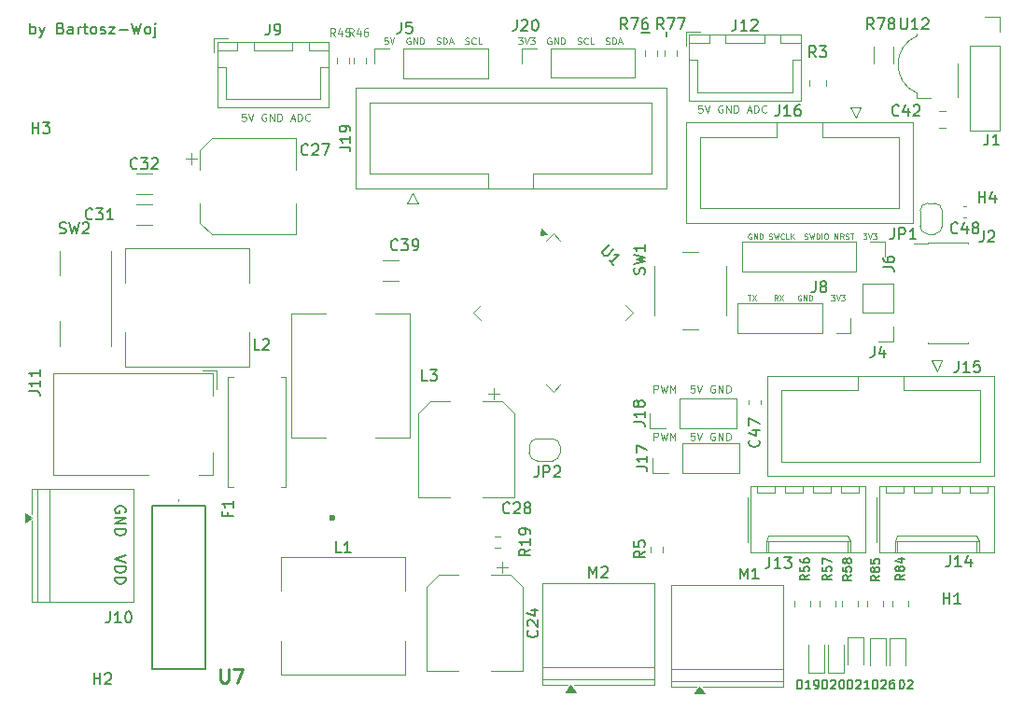
<source format=gbr>
%TF.GenerationSoftware,KiCad,Pcbnew,9.0.5*%
%TF.CreationDate,2025-11-11T22:40:46+01:00*%
%TF.ProjectId,mobile_robot,6d6f6269-6c65-45f7-926f-626f742e6b69,rev?*%
%TF.SameCoordinates,Original*%
%TF.FileFunction,Legend,Top*%
%TF.FilePolarity,Positive*%
%FSLAX46Y46*%
G04 Gerber Fmt 4.6, Leading zero omitted, Abs format (unit mm)*
G04 Created by KiCad (PCBNEW 9.0.5) date 2025-11-11 22:40:46*
%MOMM*%
%LPD*%
G01*
G04 APERTURE LIST*
%ADD10C,0.150000*%
%ADD11C,0.100000*%
%ADD12C,0.254000*%
%ADD13C,0.120000*%
%ADD14C,0.200000*%
%ADD15C,0.600000*%
G04 APERTURE END LIST*
D10*
X159125620Y-39812740D02*
X159136379Y-40197259D01*
X157607000Y-39878000D02*
X156845000Y-39878000D01*
D11*
X157966455Y-72553133D02*
X157966455Y-71853133D01*
X157966455Y-71853133D02*
X158233122Y-71853133D01*
X158233122Y-71853133D02*
X158299789Y-71886466D01*
X158299789Y-71886466D02*
X158333122Y-71919800D01*
X158333122Y-71919800D02*
X158366455Y-71986466D01*
X158366455Y-71986466D02*
X158366455Y-72086466D01*
X158366455Y-72086466D02*
X158333122Y-72153133D01*
X158333122Y-72153133D02*
X158299789Y-72186466D01*
X158299789Y-72186466D02*
X158233122Y-72219800D01*
X158233122Y-72219800D02*
X157966455Y-72219800D01*
X158599789Y-71853133D02*
X158766455Y-72553133D01*
X158766455Y-72553133D02*
X158899789Y-72053133D01*
X158899789Y-72053133D02*
X159033122Y-72553133D01*
X159033122Y-72553133D02*
X159199789Y-71853133D01*
X159466455Y-72553133D02*
X159466455Y-71853133D01*
X159466455Y-71853133D02*
X159699789Y-72353133D01*
X159699789Y-72353133D02*
X159933122Y-71853133D01*
X159933122Y-71853133D02*
X159933122Y-72553133D01*
X161666455Y-71853133D02*
X161333121Y-71853133D01*
X161333121Y-71853133D02*
X161299788Y-72186466D01*
X161299788Y-72186466D02*
X161333121Y-72153133D01*
X161333121Y-72153133D02*
X161399788Y-72119800D01*
X161399788Y-72119800D02*
X161566455Y-72119800D01*
X161566455Y-72119800D02*
X161633121Y-72153133D01*
X161633121Y-72153133D02*
X161666455Y-72186466D01*
X161666455Y-72186466D02*
X161699788Y-72253133D01*
X161699788Y-72253133D02*
X161699788Y-72419800D01*
X161699788Y-72419800D02*
X161666455Y-72486466D01*
X161666455Y-72486466D02*
X161633121Y-72519800D01*
X161633121Y-72519800D02*
X161566455Y-72553133D01*
X161566455Y-72553133D02*
X161399788Y-72553133D01*
X161399788Y-72553133D02*
X161333121Y-72519800D01*
X161333121Y-72519800D02*
X161299788Y-72486466D01*
X161899788Y-71853133D02*
X162133122Y-72553133D01*
X162133122Y-72553133D02*
X162366455Y-71853133D01*
X163499788Y-71886466D02*
X163433121Y-71853133D01*
X163433121Y-71853133D02*
X163333121Y-71853133D01*
X163333121Y-71853133D02*
X163233121Y-71886466D01*
X163233121Y-71886466D02*
X163166455Y-71953133D01*
X163166455Y-71953133D02*
X163133121Y-72019800D01*
X163133121Y-72019800D02*
X163099788Y-72153133D01*
X163099788Y-72153133D02*
X163099788Y-72253133D01*
X163099788Y-72253133D02*
X163133121Y-72386466D01*
X163133121Y-72386466D02*
X163166455Y-72453133D01*
X163166455Y-72453133D02*
X163233121Y-72519800D01*
X163233121Y-72519800D02*
X163333121Y-72553133D01*
X163333121Y-72553133D02*
X163399788Y-72553133D01*
X163399788Y-72553133D02*
X163499788Y-72519800D01*
X163499788Y-72519800D02*
X163533121Y-72486466D01*
X163533121Y-72486466D02*
X163533121Y-72253133D01*
X163533121Y-72253133D02*
X163399788Y-72253133D01*
X163833121Y-72553133D02*
X163833121Y-71853133D01*
X163833121Y-71853133D02*
X164233121Y-72553133D01*
X164233121Y-72553133D02*
X164233121Y-71853133D01*
X164566454Y-72553133D02*
X164566454Y-71853133D01*
X164566454Y-71853133D02*
X164733121Y-71853133D01*
X164733121Y-71853133D02*
X164833121Y-71886466D01*
X164833121Y-71886466D02*
X164899788Y-71953133D01*
X164899788Y-71953133D02*
X164933121Y-72019800D01*
X164933121Y-72019800D02*
X164966454Y-72153133D01*
X164966454Y-72153133D02*
X164966454Y-72253133D01*
X164966454Y-72253133D02*
X164933121Y-72386466D01*
X164933121Y-72386466D02*
X164899788Y-72453133D01*
X164899788Y-72453133D02*
X164833121Y-72519800D01*
X164833121Y-72519800D02*
X164733121Y-72553133D01*
X164733121Y-72553133D02*
X164566454Y-72553133D01*
X133844360Y-40342371D02*
X133558646Y-40342371D01*
X133558646Y-40342371D02*
X133530074Y-40628085D01*
X133530074Y-40628085D02*
X133558646Y-40599514D01*
X133558646Y-40599514D02*
X133615789Y-40570942D01*
X133615789Y-40570942D02*
X133758646Y-40570942D01*
X133758646Y-40570942D02*
X133815789Y-40599514D01*
X133815789Y-40599514D02*
X133844360Y-40628085D01*
X133844360Y-40628085D02*
X133872931Y-40685228D01*
X133872931Y-40685228D02*
X133872931Y-40828085D01*
X133872931Y-40828085D02*
X133844360Y-40885228D01*
X133844360Y-40885228D02*
X133815789Y-40913800D01*
X133815789Y-40913800D02*
X133758646Y-40942371D01*
X133758646Y-40942371D02*
X133615789Y-40942371D01*
X133615789Y-40942371D02*
X133558646Y-40913800D01*
X133558646Y-40913800D02*
X133530074Y-40885228D01*
X134044360Y-40342371D02*
X134244360Y-40942371D01*
X134244360Y-40942371D02*
X134444360Y-40342371D01*
X135872932Y-40370942D02*
X135815790Y-40342371D01*
X135815790Y-40342371D02*
X135730075Y-40342371D01*
X135730075Y-40342371D02*
X135644361Y-40370942D01*
X135644361Y-40370942D02*
X135587218Y-40428085D01*
X135587218Y-40428085D02*
X135558647Y-40485228D01*
X135558647Y-40485228D02*
X135530075Y-40599514D01*
X135530075Y-40599514D02*
X135530075Y-40685228D01*
X135530075Y-40685228D02*
X135558647Y-40799514D01*
X135558647Y-40799514D02*
X135587218Y-40856657D01*
X135587218Y-40856657D02*
X135644361Y-40913800D01*
X135644361Y-40913800D02*
X135730075Y-40942371D01*
X135730075Y-40942371D02*
X135787218Y-40942371D01*
X135787218Y-40942371D02*
X135872932Y-40913800D01*
X135872932Y-40913800D02*
X135901504Y-40885228D01*
X135901504Y-40885228D02*
X135901504Y-40685228D01*
X135901504Y-40685228D02*
X135787218Y-40685228D01*
X136158647Y-40942371D02*
X136158647Y-40342371D01*
X136158647Y-40342371D02*
X136501504Y-40942371D01*
X136501504Y-40942371D02*
X136501504Y-40342371D01*
X136787218Y-40942371D02*
X136787218Y-40342371D01*
X136787218Y-40342371D02*
X136930075Y-40342371D01*
X136930075Y-40342371D02*
X137015789Y-40370942D01*
X137015789Y-40370942D02*
X137072932Y-40428085D01*
X137072932Y-40428085D02*
X137101503Y-40485228D01*
X137101503Y-40485228D02*
X137130075Y-40599514D01*
X137130075Y-40599514D02*
X137130075Y-40685228D01*
X137130075Y-40685228D02*
X137101503Y-40799514D01*
X137101503Y-40799514D02*
X137072932Y-40856657D01*
X137072932Y-40856657D02*
X137015789Y-40913800D01*
X137015789Y-40913800D02*
X136930075Y-40942371D01*
X136930075Y-40942371D02*
X136787218Y-40942371D01*
X138272932Y-40913800D02*
X138358647Y-40942371D01*
X138358647Y-40942371D02*
X138501504Y-40942371D01*
X138501504Y-40942371D02*
X138558647Y-40913800D01*
X138558647Y-40913800D02*
X138587218Y-40885228D01*
X138587218Y-40885228D02*
X138615789Y-40828085D01*
X138615789Y-40828085D02*
X138615789Y-40770942D01*
X138615789Y-40770942D02*
X138587218Y-40713800D01*
X138587218Y-40713800D02*
X138558647Y-40685228D01*
X138558647Y-40685228D02*
X138501504Y-40656657D01*
X138501504Y-40656657D02*
X138387218Y-40628085D01*
X138387218Y-40628085D02*
X138330075Y-40599514D01*
X138330075Y-40599514D02*
X138301504Y-40570942D01*
X138301504Y-40570942D02*
X138272932Y-40513800D01*
X138272932Y-40513800D02*
X138272932Y-40456657D01*
X138272932Y-40456657D02*
X138301504Y-40399514D01*
X138301504Y-40399514D02*
X138330075Y-40370942D01*
X138330075Y-40370942D02*
X138387218Y-40342371D01*
X138387218Y-40342371D02*
X138530075Y-40342371D01*
X138530075Y-40342371D02*
X138615789Y-40370942D01*
X138872933Y-40942371D02*
X138872933Y-40342371D01*
X138872933Y-40342371D02*
X139015790Y-40342371D01*
X139015790Y-40342371D02*
X139101504Y-40370942D01*
X139101504Y-40370942D02*
X139158647Y-40428085D01*
X139158647Y-40428085D02*
X139187218Y-40485228D01*
X139187218Y-40485228D02*
X139215790Y-40599514D01*
X139215790Y-40599514D02*
X139215790Y-40685228D01*
X139215790Y-40685228D02*
X139187218Y-40799514D01*
X139187218Y-40799514D02*
X139158647Y-40856657D01*
X139158647Y-40856657D02*
X139101504Y-40913800D01*
X139101504Y-40913800D02*
X139015790Y-40942371D01*
X139015790Y-40942371D02*
X138872933Y-40942371D01*
X139444361Y-40770942D02*
X139730076Y-40770942D01*
X139387218Y-40942371D02*
X139587218Y-40342371D01*
X139587218Y-40342371D02*
X139787218Y-40942371D01*
X140872933Y-40913800D02*
X140958648Y-40942371D01*
X140958648Y-40942371D02*
X141101505Y-40942371D01*
X141101505Y-40942371D02*
X141158648Y-40913800D01*
X141158648Y-40913800D02*
X141187219Y-40885228D01*
X141187219Y-40885228D02*
X141215790Y-40828085D01*
X141215790Y-40828085D02*
X141215790Y-40770942D01*
X141215790Y-40770942D02*
X141187219Y-40713800D01*
X141187219Y-40713800D02*
X141158648Y-40685228D01*
X141158648Y-40685228D02*
X141101505Y-40656657D01*
X141101505Y-40656657D02*
X140987219Y-40628085D01*
X140987219Y-40628085D02*
X140930076Y-40599514D01*
X140930076Y-40599514D02*
X140901505Y-40570942D01*
X140901505Y-40570942D02*
X140872933Y-40513800D01*
X140872933Y-40513800D02*
X140872933Y-40456657D01*
X140872933Y-40456657D02*
X140901505Y-40399514D01*
X140901505Y-40399514D02*
X140930076Y-40370942D01*
X140930076Y-40370942D02*
X140987219Y-40342371D01*
X140987219Y-40342371D02*
X141130076Y-40342371D01*
X141130076Y-40342371D02*
X141215790Y-40370942D01*
X141815791Y-40885228D02*
X141787219Y-40913800D01*
X141787219Y-40913800D02*
X141701505Y-40942371D01*
X141701505Y-40942371D02*
X141644362Y-40942371D01*
X141644362Y-40942371D02*
X141558648Y-40913800D01*
X141558648Y-40913800D02*
X141501505Y-40856657D01*
X141501505Y-40856657D02*
X141472934Y-40799514D01*
X141472934Y-40799514D02*
X141444362Y-40685228D01*
X141444362Y-40685228D02*
X141444362Y-40599514D01*
X141444362Y-40599514D02*
X141472934Y-40485228D01*
X141472934Y-40485228D02*
X141501505Y-40428085D01*
X141501505Y-40428085D02*
X141558648Y-40370942D01*
X141558648Y-40370942D02*
X141644362Y-40342371D01*
X141644362Y-40342371D02*
X141701505Y-40342371D01*
X141701505Y-40342371D02*
X141787219Y-40370942D01*
X141787219Y-40370942D02*
X141815791Y-40399514D01*
X142358648Y-40942371D02*
X142072934Y-40942371D01*
X142072934Y-40942371D02*
X142072934Y-40342371D01*
X145701506Y-40342371D02*
X146072934Y-40342371D01*
X146072934Y-40342371D02*
X145872934Y-40570942D01*
X145872934Y-40570942D02*
X145958649Y-40570942D01*
X145958649Y-40570942D02*
X146015792Y-40599514D01*
X146015792Y-40599514D02*
X146044363Y-40628085D01*
X146044363Y-40628085D02*
X146072934Y-40685228D01*
X146072934Y-40685228D02*
X146072934Y-40828085D01*
X146072934Y-40828085D02*
X146044363Y-40885228D01*
X146044363Y-40885228D02*
X146015792Y-40913800D01*
X146015792Y-40913800D02*
X145958649Y-40942371D01*
X145958649Y-40942371D02*
X145787220Y-40942371D01*
X145787220Y-40942371D02*
X145730077Y-40913800D01*
X145730077Y-40913800D02*
X145701506Y-40885228D01*
X146244363Y-40342371D02*
X146444363Y-40942371D01*
X146444363Y-40942371D02*
X146644363Y-40342371D01*
X146787221Y-40342371D02*
X147158649Y-40342371D01*
X147158649Y-40342371D02*
X146958649Y-40570942D01*
X146958649Y-40570942D02*
X147044364Y-40570942D01*
X147044364Y-40570942D02*
X147101507Y-40599514D01*
X147101507Y-40599514D02*
X147130078Y-40628085D01*
X147130078Y-40628085D02*
X147158649Y-40685228D01*
X147158649Y-40685228D02*
X147158649Y-40828085D01*
X147158649Y-40828085D02*
X147130078Y-40885228D01*
X147130078Y-40885228D02*
X147101507Y-40913800D01*
X147101507Y-40913800D02*
X147044364Y-40942371D01*
X147044364Y-40942371D02*
X146872935Y-40942371D01*
X146872935Y-40942371D02*
X146815792Y-40913800D01*
X146815792Y-40913800D02*
X146787221Y-40885228D01*
X148644364Y-40370942D02*
X148587222Y-40342371D01*
X148587222Y-40342371D02*
X148501507Y-40342371D01*
X148501507Y-40342371D02*
X148415793Y-40370942D01*
X148415793Y-40370942D02*
X148358650Y-40428085D01*
X148358650Y-40428085D02*
X148330079Y-40485228D01*
X148330079Y-40485228D02*
X148301507Y-40599514D01*
X148301507Y-40599514D02*
X148301507Y-40685228D01*
X148301507Y-40685228D02*
X148330079Y-40799514D01*
X148330079Y-40799514D02*
X148358650Y-40856657D01*
X148358650Y-40856657D02*
X148415793Y-40913800D01*
X148415793Y-40913800D02*
X148501507Y-40942371D01*
X148501507Y-40942371D02*
X148558650Y-40942371D01*
X148558650Y-40942371D02*
X148644364Y-40913800D01*
X148644364Y-40913800D02*
X148672936Y-40885228D01*
X148672936Y-40885228D02*
X148672936Y-40685228D01*
X148672936Y-40685228D02*
X148558650Y-40685228D01*
X148930079Y-40942371D02*
X148930079Y-40342371D01*
X148930079Y-40342371D02*
X149272936Y-40942371D01*
X149272936Y-40942371D02*
X149272936Y-40342371D01*
X149558650Y-40942371D02*
X149558650Y-40342371D01*
X149558650Y-40342371D02*
X149701507Y-40342371D01*
X149701507Y-40342371D02*
X149787221Y-40370942D01*
X149787221Y-40370942D02*
X149844364Y-40428085D01*
X149844364Y-40428085D02*
X149872935Y-40485228D01*
X149872935Y-40485228D02*
X149901507Y-40599514D01*
X149901507Y-40599514D02*
X149901507Y-40685228D01*
X149901507Y-40685228D02*
X149872935Y-40799514D01*
X149872935Y-40799514D02*
X149844364Y-40856657D01*
X149844364Y-40856657D02*
X149787221Y-40913800D01*
X149787221Y-40913800D02*
X149701507Y-40942371D01*
X149701507Y-40942371D02*
X149558650Y-40942371D01*
X151044364Y-40913800D02*
X151130079Y-40942371D01*
X151130079Y-40942371D02*
X151272936Y-40942371D01*
X151272936Y-40942371D02*
X151330079Y-40913800D01*
X151330079Y-40913800D02*
X151358650Y-40885228D01*
X151358650Y-40885228D02*
X151387221Y-40828085D01*
X151387221Y-40828085D02*
X151387221Y-40770942D01*
X151387221Y-40770942D02*
X151358650Y-40713800D01*
X151358650Y-40713800D02*
X151330079Y-40685228D01*
X151330079Y-40685228D02*
X151272936Y-40656657D01*
X151272936Y-40656657D02*
X151158650Y-40628085D01*
X151158650Y-40628085D02*
X151101507Y-40599514D01*
X151101507Y-40599514D02*
X151072936Y-40570942D01*
X151072936Y-40570942D02*
X151044364Y-40513800D01*
X151044364Y-40513800D02*
X151044364Y-40456657D01*
X151044364Y-40456657D02*
X151072936Y-40399514D01*
X151072936Y-40399514D02*
X151101507Y-40370942D01*
X151101507Y-40370942D02*
X151158650Y-40342371D01*
X151158650Y-40342371D02*
X151301507Y-40342371D01*
X151301507Y-40342371D02*
X151387221Y-40370942D01*
X151987222Y-40885228D02*
X151958650Y-40913800D01*
X151958650Y-40913800D02*
X151872936Y-40942371D01*
X151872936Y-40942371D02*
X151815793Y-40942371D01*
X151815793Y-40942371D02*
X151730079Y-40913800D01*
X151730079Y-40913800D02*
X151672936Y-40856657D01*
X151672936Y-40856657D02*
X151644365Y-40799514D01*
X151644365Y-40799514D02*
X151615793Y-40685228D01*
X151615793Y-40685228D02*
X151615793Y-40599514D01*
X151615793Y-40599514D02*
X151644365Y-40485228D01*
X151644365Y-40485228D02*
X151672936Y-40428085D01*
X151672936Y-40428085D02*
X151730079Y-40370942D01*
X151730079Y-40370942D02*
X151815793Y-40342371D01*
X151815793Y-40342371D02*
X151872936Y-40342371D01*
X151872936Y-40342371D02*
X151958650Y-40370942D01*
X151958650Y-40370942D02*
X151987222Y-40399514D01*
X152530079Y-40942371D02*
X152244365Y-40942371D01*
X152244365Y-40942371D02*
X152244365Y-40342371D01*
X153615793Y-40913800D02*
X153701508Y-40942371D01*
X153701508Y-40942371D02*
X153844365Y-40942371D01*
X153844365Y-40942371D02*
X153901508Y-40913800D01*
X153901508Y-40913800D02*
X153930079Y-40885228D01*
X153930079Y-40885228D02*
X153958650Y-40828085D01*
X153958650Y-40828085D02*
X153958650Y-40770942D01*
X153958650Y-40770942D02*
X153930079Y-40713800D01*
X153930079Y-40713800D02*
X153901508Y-40685228D01*
X153901508Y-40685228D02*
X153844365Y-40656657D01*
X153844365Y-40656657D02*
X153730079Y-40628085D01*
X153730079Y-40628085D02*
X153672936Y-40599514D01*
X153672936Y-40599514D02*
X153644365Y-40570942D01*
X153644365Y-40570942D02*
X153615793Y-40513800D01*
X153615793Y-40513800D02*
X153615793Y-40456657D01*
X153615793Y-40456657D02*
X153644365Y-40399514D01*
X153644365Y-40399514D02*
X153672936Y-40370942D01*
X153672936Y-40370942D02*
X153730079Y-40342371D01*
X153730079Y-40342371D02*
X153872936Y-40342371D01*
X153872936Y-40342371D02*
X153958650Y-40370942D01*
X154215794Y-40942371D02*
X154215794Y-40342371D01*
X154215794Y-40342371D02*
X154358651Y-40342371D01*
X154358651Y-40342371D02*
X154444365Y-40370942D01*
X154444365Y-40370942D02*
X154501508Y-40428085D01*
X154501508Y-40428085D02*
X154530079Y-40485228D01*
X154530079Y-40485228D02*
X154558651Y-40599514D01*
X154558651Y-40599514D02*
X154558651Y-40685228D01*
X154558651Y-40685228D02*
X154530079Y-40799514D01*
X154530079Y-40799514D02*
X154501508Y-40856657D01*
X154501508Y-40856657D02*
X154444365Y-40913800D01*
X154444365Y-40913800D02*
X154358651Y-40942371D01*
X154358651Y-40942371D02*
X154215794Y-40942371D01*
X154787222Y-40770942D02*
X155072937Y-40770942D01*
X154730079Y-40942371D02*
X154930079Y-40342371D01*
X154930079Y-40342371D02*
X155130079Y-40942371D01*
D10*
X110048561Y-83410588D02*
X110096180Y-83315350D01*
X110096180Y-83315350D02*
X110096180Y-83172493D01*
X110096180Y-83172493D02*
X110048561Y-83029636D01*
X110048561Y-83029636D02*
X109953323Y-82934398D01*
X109953323Y-82934398D02*
X109858085Y-82886779D01*
X109858085Y-82886779D02*
X109667609Y-82839160D01*
X109667609Y-82839160D02*
X109524752Y-82839160D01*
X109524752Y-82839160D02*
X109334276Y-82886779D01*
X109334276Y-82886779D02*
X109239038Y-82934398D01*
X109239038Y-82934398D02*
X109143800Y-83029636D01*
X109143800Y-83029636D02*
X109096180Y-83172493D01*
X109096180Y-83172493D02*
X109096180Y-83267731D01*
X109096180Y-83267731D02*
X109143800Y-83410588D01*
X109143800Y-83410588D02*
X109191419Y-83458207D01*
X109191419Y-83458207D02*
X109524752Y-83458207D01*
X109524752Y-83458207D02*
X109524752Y-83267731D01*
X109096180Y-83886779D02*
X110096180Y-83886779D01*
X110096180Y-83886779D02*
X109096180Y-84458207D01*
X109096180Y-84458207D02*
X110096180Y-84458207D01*
X109096180Y-84934398D02*
X110096180Y-84934398D01*
X110096180Y-84934398D02*
X110096180Y-85172493D01*
X110096180Y-85172493D02*
X110048561Y-85315350D01*
X110048561Y-85315350D02*
X109953323Y-85410588D01*
X109953323Y-85410588D02*
X109858085Y-85458207D01*
X109858085Y-85458207D02*
X109667609Y-85505826D01*
X109667609Y-85505826D02*
X109524752Y-85505826D01*
X109524752Y-85505826D02*
X109334276Y-85458207D01*
X109334276Y-85458207D02*
X109239038Y-85410588D01*
X109239038Y-85410588D02*
X109143800Y-85315350D01*
X109143800Y-85315350D02*
X109096180Y-85172493D01*
X109096180Y-85172493D02*
X109096180Y-84934398D01*
X110096180Y-87315351D02*
X109096180Y-87648684D01*
X109096180Y-87648684D02*
X110096180Y-87982017D01*
X109096180Y-88315351D02*
X110096180Y-88315351D01*
X110096180Y-88315351D02*
X110096180Y-88553446D01*
X110096180Y-88553446D02*
X110048561Y-88696303D01*
X110048561Y-88696303D02*
X109953323Y-88791541D01*
X109953323Y-88791541D02*
X109858085Y-88839160D01*
X109858085Y-88839160D02*
X109667609Y-88886779D01*
X109667609Y-88886779D02*
X109524752Y-88886779D01*
X109524752Y-88886779D02*
X109334276Y-88839160D01*
X109334276Y-88839160D02*
X109239038Y-88791541D01*
X109239038Y-88791541D02*
X109143800Y-88696303D01*
X109143800Y-88696303D02*
X109096180Y-88553446D01*
X109096180Y-88553446D02*
X109096180Y-88315351D01*
X109096180Y-89315351D02*
X110096180Y-89315351D01*
X110096180Y-89315351D02*
X110096180Y-89553446D01*
X110096180Y-89553446D02*
X110048561Y-89696303D01*
X110048561Y-89696303D02*
X109953323Y-89791541D01*
X109953323Y-89791541D02*
X109858085Y-89839160D01*
X109858085Y-89839160D02*
X109667609Y-89886779D01*
X109667609Y-89886779D02*
X109524752Y-89886779D01*
X109524752Y-89886779D02*
X109334276Y-89839160D01*
X109334276Y-89839160D02*
X109239038Y-89791541D01*
X109239038Y-89791541D02*
X109143800Y-89696303D01*
X109143800Y-89696303D02*
X109096180Y-89553446D01*
X109096180Y-89553446D02*
X109096180Y-89315351D01*
D11*
X162363789Y-46453133D02*
X162030455Y-46453133D01*
X162030455Y-46453133D02*
X161997122Y-46786466D01*
X161997122Y-46786466D02*
X162030455Y-46753133D01*
X162030455Y-46753133D02*
X162097122Y-46719800D01*
X162097122Y-46719800D02*
X162263789Y-46719800D01*
X162263789Y-46719800D02*
X162330455Y-46753133D01*
X162330455Y-46753133D02*
X162363789Y-46786466D01*
X162363789Y-46786466D02*
X162397122Y-46853133D01*
X162397122Y-46853133D02*
X162397122Y-47019800D01*
X162397122Y-47019800D02*
X162363789Y-47086466D01*
X162363789Y-47086466D02*
X162330455Y-47119800D01*
X162330455Y-47119800D02*
X162263789Y-47153133D01*
X162263789Y-47153133D02*
X162097122Y-47153133D01*
X162097122Y-47153133D02*
X162030455Y-47119800D01*
X162030455Y-47119800D02*
X161997122Y-47086466D01*
X162597122Y-46453133D02*
X162830456Y-47153133D01*
X162830456Y-47153133D02*
X163063789Y-46453133D01*
X164197122Y-46486466D02*
X164130455Y-46453133D01*
X164130455Y-46453133D02*
X164030455Y-46453133D01*
X164030455Y-46453133D02*
X163930455Y-46486466D01*
X163930455Y-46486466D02*
X163863789Y-46553133D01*
X163863789Y-46553133D02*
X163830455Y-46619800D01*
X163830455Y-46619800D02*
X163797122Y-46753133D01*
X163797122Y-46753133D02*
X163797122Y-46853133D01*
X163797122Y-46853133D02*
X163830455Y-46986466D01*
X163830455Y-46986466D02*
X163863789Y-47053133D01*
X163863789Y-47053133D02*
X163930455Y-47119800D01*
X163930455Y-47119800D02*
X164030455Y-47153133D01*
X164030455Y-47153133D02*
X164097122Y-47153133D01*
X164097122Y-47153133D02*
X164197122Y-47119800D01*
X164197122Y-47119800D02*
X164230455Y-47086466D01*
X164230455Y-47086466D02*
X164230455Y-46853133D01*
X164230455Y-46853133D02*
X164097122Y-46853133D01*
X164530455Y-47153133D02*
X164530455Y-46453133D01*
X164530455Y-46453133D02*
X164930455Y-47153133D01*
X164930455Y-47153133D02*
X164930455Y-46453133D01*
X165263788Y-47153133D02*
X165263788Y-46453133D01*
X165263788Y-46453133D02*
X165430455Y-46453133D01*
X165430455Y-46453133D02*
X165530455Y-46486466D01*
X165530455Y-46486466D02*
X165597122Y-46553133D01*
X165597122Y-46553133D02*
X165630455Y-46619800D01*
X165630455Y-46619800D02*
X165663788Y-46753133D01*
X165663788Y-46753133D02*
X165663788Y-46853133D01*
X165663788Y-46853133D02*
X165630455Y-46986466D01*
X165630455Y-46986466D02*
X165597122Y-47053133D01*
X165597122Y-47053133D02*
X165530455Y-47119800D01*
X165530455Y-47119800D02*
X165430455Y-47153133D01*
X165430455Y-47153133D02*
X165263788Y-47153133D01*
X166463788Y-46953133D02*
X166797121Y-46953133D01*
X166397121Y-47153133D02*
X166630455Y-46453133D01*
X166630455Y-46453133D02*
X166863788Y-47153133D01*
X167097121Y-47153133D02*
X167097121Y-46453133D01*
X167097121Y-46453133D02*
X167263788Y-46453133D01*
X167263788Y-46453133D02*
X167363788Y-46486466D01*
X167363788Y-46486466D02*
X167430455Y-46553133D01*
X167430455Y-46553133D02*
X167463788Y-46619800D01*
X167463788Y-46619800D02*
X167497121Y-46753133D01*
X167497121Y-46753133D02*
X167497121Y-46853133D01*
X167497121Y-46853133D02*
X167463788Y-46986466D01*
X167463788Y-46986466D02*
X167430455Y-47053133D01*
X167430455Y-47053133D02*
X167363788Y-47119800D01*
X167363788Y-47119800D02*
X167263788Y-47153133D01*
X167263788Y-47153133D02*
X167097121Y-47153133D01*
X168197121Y-47086466D02*
X168163788Y-47119800D01*
X168163788Y-47119800D02*
X168063788Y-47153133D01*
X168063788Y-47153133D02*
X167997121Y-47153133D01*
X167997121Y-47153133D02*
X167897121Y-47119800D01*
X167897121Y-47119800D02*
X167830455Y-47053133D01*
X167830455Y-47053133D02*
X167797121Y-46986466D01*
X167797121Y-46986466D02*
X167763788Y-46853133D01*
X167763788Y-46853133D02*
X167763788Y-46753133D01*
X167763788Y-46753133D02*
X167797121Y-46619800D01*
X167797121Y-46619800D02*
X167830455Y-46553133D01*
X167830455Y-46553133D02*
X167897121Y-46486466D01*
X167897121Y-46486466D02*
X167997121Y-46453133D01*
X167997121Y-46453133D02*
X168063788Y-46453133D01*
X168063788Y-46453133D02*
X168163788Y-46486466D01*
X168163788Y-46486466D02*
X168197121Y-46519800D01*
X120961789Y-47215133D02*
X120628455Y-47215133D01*
X120628455Y-47215133D02*
X120595122Y-47548466D01*
X120595122Y-47548466D02*
X120628455Y-47515133D01*
X120628455Y-47515133D02*
X120695122Y-47481800D01*
X120695122Y-47481800D02*
X120861789Y-47481800D01*
X120861789Y-47481800D02*
X120928455Y-47515133D01*
X120928455Y-47515133D02*
X120961789Y-47548466D01*
X120961789Y-47548466D02*
X120995122Y-47615133D01*
X120995122Y-47615133D02*
X120995122Y-47781800D01*
X120995122Y-47781800D02*
X120961789Y-47848466D01*
X120961789Y-47848466D02*
X120928455Y-47881800D01*
X120928455Y-47881800D02*
X120861789Y-47915133D01*
X120861789Y-47915133D02*
X120695122Y-47915133D01*
X120695122Y-47915133D02*
X120628455Y-47881800D01*
X120628455Y-47881800D02*
X120595122Y-47848466D01*
X121195122Y-47215133D02*
X121428456Y-47915133D01*
X121428456Y-47915133D02*
X121661789Y-47215133D01*
X122795122Y-47248466D02*
X122728455Y-47215133D01*
X122728455Y-47215133D02*
X122628455Y-47215133D01*
X122628455Y-47215133D02*
X122528455Y-47248466D01*
X122528455Y-47248466D02*
X122461789Y-47315133D01*
X122461789Y-47315133D02*
X122428455Y-47381800D01*
X122428455Y-47381800D02*
X122395122Y-47515133D01*
X122395122Y-47515133D02*
X122395122Y-47615133D01*
X122395122Y-47615133D02*
X122428455Y-47748466D01*
X122428455Y-47748466D02*
X122461789Y-47815133D01*
X122461789Y-47815133D02*
X122528455Y-47881800D01*
X122528455Y-47881800D02*
X122628455Y-47915133D01*
X122628455Y-47915133D02*
X122695122Y-47915133D01*
X122695122Y-47915133D02*
X122795122Y-47881800D01*
X122795122Y-47881800D02*
X122828455Y-47848466D01*
X122828455Y-47848466D02*
X122828455Y-47615133D01*
X122828455Y-47615133D02*
X122695122Y-47615133D01*
X123128455Y-47915133D02*
X123128455Y-47215133D01*
X123128455Y-47215133D02*
X123528455Y-47915133D01*
X123528455Y-47915133D02*
X123528455Y-47215133D01*
X123861788Y-47915133D02*
X123861788Y-47215133D01*
X123861788Y-47215133D02*
X124028455Y-47215133D01*
X124028455Y-47215133D02*
X124128455Y-47248466D01*
X124128455Y-47248466D02*
X124195122Y-47315133D01*
X124195122Y-47315133D02*
X124228455Y-47381800D01*
X124228455Y-47381800D02*
X124261788Y-47515133D01*
X124261788Y-47515133D02*
X124261788Y-47615133D01*
X124261788Y-47615133D02*
X124228455Y-47748466D01*
X124228455Y-47748466D02*
X124195122Y-47815133D01*
X124195122Y-47815133D02*
X124128455Y-47881800D01*
X124128455Y-47881800D02*
X124028455Y-47915133D01*
X124028455Y-47915133D02*
X123861788Y-47915133D01*
X125061788Y-47715133D02*
X125395121Y-47715133D01*
X124995121Y-47915133D02*
X125228455Y-47215133D01*
X125228455Y-47215133D02*
X125461788Y-47915133D01*
X125695121Y-47915133D02*
X125695121Y-47215133D01*
X125695121Y-47215133D02*
X125861788Y-47215133D01*
X125861788Y-47215133D02*
X125961788Y-47248466D01*
X125961788Y-47248466D02*
X126028455Y-47315133D01*
X126028455Y-47315133D02*
X126061788Y-47381800D01*
X126061788Y-47381800D02*
X126095121Y-47515133D01*
X126095121Y-47515133D02*
X126095121Y-47615133D01*
X126095121Y-47615133D02*
X126061788Y-47748466D01*
X126061788Y-47748466D02*
X126028455Y-47815133D01*
X126028455Y-47815133D02*
X125961788Y-47881800D01*
X125961788Y-47881800D02*
X125861788Y-47915133D01*
X125861788Y-47915133D02*
X125695121Y-47915133D01*
X126795121Y-47848466D02*
X126761788Y-47881800D01*
X126761788Y-47881800D02*
X126661788Y-47915133D01*
X126661788Y-47915133D02*
X126595121Y-47915133D01*
X126595121Y-47915133D02*
X126495121Y-47881800D01*
X126495121Y-47881800D02*
X126428455Y-47815133D01*
X126428455Y-47815133D02*
X126395121Y-47748466D01*
X126395121Y-47748466D02*
X126361788Y-47615133D01*
X126361788Y-47615133D02*
X126361788Y-47515133D01*
X126361788Y-47515133D02*
X126395121Y-47381800D01*
X126395121Y-47381800D02*
X126428455Y-47315133D01*
X126428455Y-47315133D02*
X126495121Y-47248466D01*
X126495121Y-47248466D02*
X126595121Y-47215133D01*
X126595121Y-47215133D02*
X126661788Y-47215133D01*
X126661788Y-47215133D02*
X126761788Y-47248466D01*
X126761788Y-47248466D02*
X126795121Y-47281800D01*
D10*
X101428779Y-40001819D02*
X101428779Y-39001819D01*
X101428779Y-39382771D02*
X101524017Y-39335152D01*
X101524017Y-39335152D02*
X101714493Y-39335152D01*
X101714493Y-39335152D02*
X101809731Y-39382771D01*
X101809731Y-39382771D02*
X101857350Y-39430390D01*
X101857350Y-39430390D02*
X101904969Y-39525628D01*
X101904969Y-39525628D02*
X101904969Y-39811342D01*
X101904969Y-39811342D02*
X101857350Y-39906580D01*
X101857350Y-39906580D02*
X101809731Y-39954200D01*
X101809731Y-39954200D02*
X101714493Y-40001819D01*
X101714493Y-40001819D02*
X101524017Y-40001819D01*
X101524017Y-40001819D02*
X101428779Y-39954200D01*
X102238303Y-39335152D02*
X102476398Y-40001819D01*
X102714493Y-39335152D02*
X102476398Y-40001819D01*
X102476398Y-40001819D02*
X102381160Y-40239914D01*
X102381160Y-40239914D02*
X102333541Y-40287533D01*
X102333541Y-40287533D02*
X102238303Y-40335152D01*
X104190684Y-39478009D02*
X104333541Y-39525628D01*
X104333541Y-39525628D02*
X104381160Y-39573247D01*
X104381160Y-39573247D02*
X104428779Y-39668485D01*
X104428779Y-39668485D02*
X104428779Y-39811342D01*
X104428779Y-39811342D02*
X104381160Y-39906580D01*
X104381160Y-39906580D02*
X104333541Y-39954200D01*
X104333541Y-39954200D02*
X104238303Y-40001819D01*
X104238303Y-40001819D02*
X103857351Y-40001819D01*
X103857351Y-40001819D02*
X103857351Y-39001819D01*
X103857351Y-39001819D02*
X104190684Y-39001819D01*
X104190684Y-39001819D02*
X104285922Y-39049438D01*
X104285922Y-39049438D02*
X104333541Y-39097057D01*
X104333541Y-39097057D02*
X104381160Y-39192295D01*
X104381160Y-39192295D02*
X104381160Y-39287533D01*
X104381160Y-39287533D02*
X104333541Y-39382771D01*
X104333541Y-39382771D02*
X104285922Y-39430390D01*
X104285922Y-39430390D02*
X104190684Y-39478009D01*
X104190684Y-39478009D02*
X103857351Y-39478009D01*
X105285922Y-40001819D02*
X105285922Y-39478009D01*
X105285922Y-39478009D02*
X105238303Y-39382771D01*
X105238303Y-39382771D02*
X105143065Y-39335152D01*
X105143065Y-39335152D02*
X104952589Y-39335152D01*
X104952589Y-39335152D02*
X104857351Y-39382771D01*
X105285922Y-39954200D02*
X105190684Y-40001819D01*
X105190684Y-40001819D02*
X104952589Y-40001819D01*
X104952589Y-40001819D02*
X104857351Y-39954200D01*
X104857351Y-39954200D02*
X104809732Y-39858961D01*
X104809732Y-39858961D02*
X104809732Y-39763723D01*
X104809732Y-39763723D02*
X104857351Y-39668485D01*
X104857351Y-39668485D02*
X104952589Y-39620866D01*
X104952589Y-39620866D02*
X105190684Y-39620866D01*
X105190684Y-39620866D02*
X105285922Y-39573247D01*
X105762113Y-40001819D02*
X105762113Y-39335152D01*
X105762113Y-39525628D02*
X105809732Y-39430390D01*
X105809732Y-39430390D02*
X105857351Y-39382771D01*
X105857351Y-39382771D02*
X105952589Y-39335152D01*
X105952589Y-39335152D02*
X106047827Y-39335152D01*
X106238304Y-39335152D02*
X106619256Y-39335152D01*
X106381161Y-39001819D02*
X106381161Y-39858961D01*
X106381161Y-39858961D02*
X106428780Y-39954200D01*
X106428780Y-39954200D02*
X106524018Y-40001819D01*
X106524018Y-40001819D02*
X106619256Y-40001819D01*
X107095447Y-40001819D02*
X107000209Y-39954200D01*
X107000209Y-39954200D02*
X106952590Y-39906580D01*
X106952590Y-39906580D02*
X106904971Y-39811342D01*
X106904971Y-39811342D02*
X106904971Y-39525628D01*
X106904971Y-39525628D02*
X106952590Y-39430390D01*
X106952590Y-39430390D02*
X107000209Y-39382771D01*
X107000209Y-39382771D02*
X107095447Y-39335152D01*
X107095447Y-39335152D02*
X107238304Y-39335152D01*
X107238304Y-39335152D02*
X107333542Y-39382771D01*
X107333542Y-39382771D02*
X107381161Y-39430390D01*
X107381161Y-39430390D02*
X107428780Y-39525628D01*
X107428780Y-39525628D02*
X107428780Y-39811342D01*
X107428780Y-39811342D02*
X107381161Y-39906580D01*
X107381161Y-39906580D02*
X107333542Y-39954200D01*
X107333542Y-39954200D02*
X107238304Y-40001819D01*
X107238304Y-40001819D02*
X107095447Y-40001819D01*
X107809733Y-39954200D02*
X107904971Y-40001819D01*
X107904971Y-40001819D02*
X108095447Y-40001819D01*
X108095447Y-40001819D02*
X108190685Y-39954200D01*
X108190685Y-39954200D02*
X108238304Y-39858961D01*
X108238304Y-39858961D02*
X108238304Y-39811342D01*
X108238304Y-39811342D02*
X108190685Y-39716104D01*
X108190685Y-39716104D02*
X108095447Y-39668485D01*
X108095447Y-39668485D02*
X107952590Y-39668485D01*
X107952590Y-39668485D02*
X107857352Y-39620866D01*
X107857352Y-39620866D02*
X107809733Y-39525628D01*
X107809733Y-39525628D02*
X107809733Y-39478009D01*
X107809733Y-39478009D02*
X107857352Y-39382771D01*
X107857352Y-39382771D02*
X107952590Y-39335152D01*
X107952590Y-39335152D02*
X108095447Y-39335152D01*
X108095447Y-39335152D02*
X108190685Y-39382771D01*
X108571638Y-39335152D02*
X109095447Y-39335152D01*
X109095447Y-39335152D02*
X108571638Y-40001819D01*
X108571638Y-40001819D02*
X109095447Y-40001819D01*
X109476400Y-39620866D02*
X110238305Y-39620866D01*
X110619257Y-39001819D02*
X110857352Y-40001819D01*
X110857352Y-40001819D02*
X111047828Y-39287533D01*
X111047828Y-39287533D02*
X111238304Y-40001819D01*
X111238304Y-40001819D02*
X111476400Y-39001819D01*
X112000209Y-40001819D02*
X111904971Y-39954200D01*
X111904971Y-39954200D02*
X111857352Y-39906580D01*
X111857352Y-39906580D02*
X111809733Y-39811342D01*
X111809733Y-39811342D02*
X111809733Y-39525628D01*
X111809733Y-39525628D02*
X111857352Y-39430390D01*
X111857352Y-39430390D02*
X111904971Y-39382771D01*
X111904971Y-39382771D02*
X112000209Y-39335152D01*
X112000209Y-39335152D02*
X112143066Y-39335152D01*
X112143066Y-39335152D02*
X112238304Y-39382771D01*
X112238304Y-39382771D02*
X112285923Y-39430390D01*
X112285923Y-39430390D02*
X112333542Y-39525628D01*
X112333542Y-39525628D02*
X112333542Y-39811342D01*
X112333542Y-39811342D02*
X112285923Y-39906580D01*
X112285923Y-39906580D02*
X112238304Y-39954200D01*
X112238304Y-39954200D02*
X112143066Y-40001819D01*
X112143066Y-40001819D02*
X112000209Y-40001819D01*
X112762114Y-39335152D02*
X112762114Y-40192295D01*
X112762114Y-40192295D02*
X112714495Y-40287533D01*
X112714495Y-40287533D02*
X112619257Y-40335152D01*
X112619257Y-40335152D02*
X112571638Y-40335152D01*
X112762114Y-39001819D02*
X112714495Y-39049438D01*
X112714495Y-39049438D02*
X112762114Y-39097057D01*
X112762114Y-39097057D02*
X112809733Y-39049438D01*
X112809733Y-39049438D02*
X112762114Y-39001819D01*
X112762114Y-39001819D02*
X112762114Y-39097057D01*
D11*
X157966455Y-76871133D02*
X157966455Y-76171133D01*
X157966455Y-76171133D02*
X158233122Y-76171133D01*
X158233122Y-76171133D02*
X158299789Y-76204466D01*
X158299789Y-76204466D02*
X158333122Y-76237800D01*
X158333122Y-76237800D02*
X158366455Y-76304466D01*
X158366455Y-76304466D02*
X158366455Y-76404466D01*
X158366455Y-76404466D02*
X158333122Y-76471133D01*
X158333122Y-76471133D02*
X158299789Y-76504466D01*
X158299789Y-76504466D02*
X158233122Y-76537800D01*
X158233122Y-76537800D02*
X157966455Y-76537800D01*
X158599789Y-76171133D02*
X158766455Y-76871133D01*
X158766455Y-76871133D02*
X158899789Y-76371133D01*
X158899789Y-76371133D02*
X159033122Y-76871133D01*
X159033122Y-76871133D02*
X159199789Y-76171133D01*
X159466455Y-76871133D02*
X159466455Y-76171133D01*
X159466455Y-76171133D02*
X159699789Y-76671133D01*
X159699789Y-76671133D02*
X159933122Y-76171133D01*
X159933122Y-76171133D02*
X159933122Y-76871133D01*
X161666455Y-76171133D02*
X161333121Y-76171133D01*
X161333121Y-76171133D02*
X161299788Y-76504466D01*
X161299788Y-76504466D02*
X161333121Y-76471133D01*
X161333121Y-76471133D02*
X161399788Y-76437800D01*
X161399788Y-76437800D02*
X161566455Y-76437800D01*
X161566455Y-76437800D02*
X161633121Y-76471133D01*
X161633121Y-76471133D02*
X161666455Y-76504466D01*
X161666455Y-76504466D02*
X161699788Y-76571133D01*
X161699788Y-76571133D02*
X161699788Y-76737800D01*
X161699788Y-76737800D02*
X161666455Y-76804466D01*
X161666455Y-76804466D02*
X161633121Y-76837800D01*
X161633121Y-76837800D02*
X161566455Y-76871133D01*
X161566455Y-76871133D02*
X161399788Y-76871133D01*
X161399788Y-76871133D02*
X161333121Y-76837800D01*
X161333121Y-76837800D02*
X161299788Y-76804466D01*
X161899788Y-76171133D02*
X162133122Y-76871133D01*
X162133122Y-76871133D02*
X162366455Y-76171133D01*
X163499788Y-76204466D02*
X163433121Y-76171133D01*
X163433121Y-76171133D02*
X163333121Y-76171133D01*
X163333121Y-76171133D02*
X163233121Y-76204466D01*
X163233121Y-76204466D02*
X163166455Y-76271133D01*
X163166455Y-76271133D02*
X163133121Y-76337800D01*
X163133121Y-76337800D02*
X163099788Y-76471133D01*
X163099788Y-76471133D02*
X163099788Y-76571133D01*
X163099788Y-76571133D02*
X163133121Y-76704466D01*
X163133121Y-76704466D02*
X163166455Y-76771133D01*
X163166455Y-76771133D02*
X163233121Y-76837800D01*
X163233121Y-76837800D02*
X163333121Y-76871133D01*
X163333121Y-76871133D02*
X163399788Y-76871133D01*
X163399788Y-76871133D02*
X163499788Y-76837800D01*
X163499788Y-76837800D02*
X163533121Y-76804466D01*
X163533121Y-76804466D02*
X163533121Y-76571133D01*
X163533121Y-76571133D02*
X163399788Y-76571133D01*
X163833121Y-76871133D02*
X163833121Y-76171133D01*
X163833121Y-76171133D02*
X164233121Y-76871133D01*
X164233121Y-76871133D02*
X164233121Y-76171133D01*
X164566454Y-76871133D02*
X164566454Y-76171133D01*
X164566454Y-76171133D02*
X164733121Y-76171133D01*
X164733121Y-76171133D02*
X164833121Y-76204466D01*
X164833121Y-76204466D02*
X164899788Y-76271133D01*
X164899788Y-76271133D02*
X164933121Y-76337800D01*
X164933121Y-76337800D02*
X164966454Y-76471133D01*
X164966454Y-76471133D02*
X164966454Y-76571133D01*
X164966454Y-76571133D02*
X164933121Y-76704466D01*
X164933121Y-76704466D02*
X164899788Y-76771133D01*
X164899788Y-76771133D02*
X164833121Y-76837800D01*
X164833121Y-76837800D02*
X164733121Y-76871133D01*
X164733121Y-76871133D02*
X164566454Y-76871133D01*
X166816741Y-58131419D02*
X166769122Y-58107609D01*
X166769122Y-58107609D02*
X166697693Y-58107609D01*
X166697693Y-58107609D02*
X166626265Y-58131419D01*
X166626265Y-58131419D02*
X166578646Y-58179038D01*
X166578646Y-58179038D02*
X166554836Y-58226657D01*
X166554836Y-58226657D02*
X166531027Y-58321895D01*
X166531027Y-58321895D02*
X166531027Y-58393323D01*
X166531027Y-58393323D02*
X166554836Y-58488561D01*
X166554836Y-58488561D02*
X166578646Y-58536180D01*
X166578646Y-58536180D02*
X166626265Y-58583800D01*
X166626265Y-58583800D02*
X166697693Y-58607609D01*
X166697693Y-58607609D02*
X166745312Y-58607609D01*
X166745312Y-58607609D02*
X166816741Y-58583800D01*
X166816741Y-58583800D02*
X166840550Y-58559990D01*
X166840550Y-58559990D02*
X166840550Y-58393323D01*
X166840550Y-58393323D02*
X166745312Y-58393323D01*
X167054836Y-58607609D02*
X167054836Y-58107609D01*
X167054836Y-58107609D02*
X167340550Y-58607609D01*
X167340550Y-58607609D02*
X167340550Y-58107609D01*
X167578646Y-58607609D02*
X167578646Y-58107609D01*
X167578646Y-58107609D02*
X167697694Y-58107609D01*
X167697694Y-58107609D02*
X167769122Y-58131419D01*
X167769122Y-58131419D02*
X167816741Y-58179038D01*
X167816741Y-58179038D02*
X167840551Y-58226657D01*
X167840551Y-58226657D02*
X167864360Y-58321895D01*
X167864360Y-58321895D02*
X167864360Y-58393323D01*
X167864360Y-58393323D02*
X167840551Y-58488561D01*
X167840551Y-58488561D02*
X167816741Y-58536180D01*
X167816741Y-58536180D02*
X167769122Y-58583800D01*
X167769122Y-58583800D02*
X167697694Y-58607609D01*
X167697694Y-58607609D02*
X167578646Y-58607609D01*
X168435789Y-58583800D02*
X168507217Y-58607609D01*
X168507217Y-58607609D02*
X168626265Y-58607609D01*
X168626265Y-58607609D02*
X168673884Y-58583800D01*
X168673884Y-58583800D02*
X168697693Y-58559990D01*
X168697693Y-58559990D02*
X168721503Y-58512371D01*
X168721503Y-58512371D02*
X168721503Y-58464752D01*
X168721503Y-58464752D02*
X168697693Y-58417133D01*
X168697693Y-58417133D02*
X168673884Y-58393323D01*
X168673884Y-58393323D02*
X168626265Y-58369514D01*
X168626265Y-58369514D02*
X168531027Y-58345704D01*
X168531027Y-58345704D02*
X168483408Y-58321895D01*
X168483408Y-58321895D02*
X168459598Y-58298085D01*
X168459598Y-58298085D02*
X168435789Y-58250466D01*
X168435789Y-58250466D02*
X168435789Y-58202847D01*
X168435789Y-58202847D02*
X168459598Y-58155228D01*
X168459598Y-58155228D02*
X168483408Y-58131419D01*
X168483408Y-58131419D02*
X168531027Y-58107609D01*
X168531027Y-58107609D02*
X168650074Y-58107609D01*
X168650074Y-58107609D02*
X168721503Y-58131419D01*
X168888169Y-58107609D02*
X169007217Y-58607609D01*
X169007217Y-58607609D02*
X169102455Y-58250466D01*
X169102455Y-58250466D02*
X169197693Y-58607609D01*
X169197693Y-58607609D02*
X169316741Y-58107609D01*
X169792931Y-58559990D02*
X169769122Y-58583800D01*
X169769122Y-58583800D02*
X169697693Y-58607609D01*
X169697693Y-58607609D02*
X169650074Y-58607609D01*
X169650074Y-58607609D02*
X169578646Y-58583800D01*
X169578646Y-58583800D02*
X169531027Y-58536180D01*
X169531027Y-58536180D02*
X169507217Y-58488561D01*
X169507217Y-58488561D02*
X169483408Y-58393323D01*
X169483408Y-58393323D02*
X169483408Y-58321895D01*
X169483408Y-58321895D02*
X169507217Y-58226657D01*
X169507217Y-58226657D02*
X169531027Y-58179038D01*
X169531027Y-58179038D02*
X169578646Y-58131419D01*
X169578646Y-58131419D02*
X169650074Y-58107609D01*
X169650074Y-58107609D02*
X169697693Y-58107609D01*
X169697693Y-58107609D02*
X169769122Y-58131419D01*
X169769122Y-58131419D02*
X169792931Y-58155228D01*
X170245312Y-58607609D02*
X170007217Y-58607609D01*
X170007217Y-58607609D02*
X170007217Y-58107609D01*
X170411979Y-58607609D02*
X170411979Y-58107609D01*
X170697693Y-58607609D02*
X170483408Y-58321895D01*
X170697693Y-58107609D02*
X170411979Y-58393323D01*
X171650074Y-58583800D02*
X171721502Y-58607609D01*
X171721502Y-58607609D02*
X171840550Y-58607609D01*
X171840550Y-58607609D02*
X171888169Y-58583800D01*
X171888169Y-58583800D02*
X171911978Y-58559990D01*
X171911978Y-58559990D02*
X171935788Y-58512371D01*
X171935788Y-58512371D02*
X171935788Y-58464752D01*
X171935788Y-58464752D02*
X171911978Y-58417133D01*
X171911978Y-58417133D02*
X171888169Y-58393323D01*
X171888169Y-58393323D02*
X171840550Y-58369514D01*
X171840550Y-58369514D02*
X171745312Y-58345704D01*
X171745312Y-58345704D02*
X171697693Y-58321895D01*
X171697693Y-58321895D02*
X171673883Y-58298085D01*
X171673883Y-58298085D02*
X171650074Y-58250466D01*
X171650074Y-58250466D02*
X171650074Y-58202847D01*
X171650074Y-58202847D02*
X171673883Y-58155228D01*
X171673883Y-58155228D02*
X171697693Y-58131419D01*
X171697693Y-58131419D02*
X171745312Y-58107609D01*
X171745312Y-58107609D02*
X171864359Y-58107609D01*
X171864359Y-58107609D02*
X171935788Y-58131419D01*
X172102454Y-58107609D02*
X172221502Y-58607609D01*
X172221502Y-58607609D02*
X172316740Y-58250466D01*
X172316740Y-58250466D02*
X172411978Y-58607609D01*
X172411978Y-58607609D02*
X172531026Y-58107609D01*
X172721502Y-58607609D02*
X172721502Y-58107609D01*
X172721502Y-58107609D02*
X172840550Y-58107609D01*
X172840550Y-58107609D02*
X172911978Y-58131419D01*
X172911978Y-58131419D02*
X172959597Y-58179038D01*
X172959597Y-58179038D02*
X172983407Y-58226657D01*
X172983407Y-58226657D02*
X173007216Y-58321895D01*
X173007216Y-58321895D02*
X173007216Y-58393323D01*
X173007216Y-58393323D02*
X172983407Y-58488561D01*
X172983407Y-58488561D02*
X172959597Y-58536180D01*
X172959597Y-58536180D02*
X172911978Y-58583800D01*
X172911978Y-58583800D02*
X172840550Y-58607609D01*
X172840550Y-58607609D02*
X172721502Y-58607609D01*
X173221502Y-58607609D02*
X173221502Y-58107609D01*
X173554835Y-58107609D02*
X173650073Y-58107609D01*
X173650073Y-58107609D02*
X173697692Y-58131419D01*
X173697692Y-58131419D02*
X173745311Y-58179038D01*
X173745311Y-58179038D02*
X173769121Y-58274276D01*
X173769121Y-58274276D02*
X173769121Y-58440942D01*
X173769121Y-58440942D02*
X173745311Y-58536180D01*
X173745311Y-58536180D02*
X173697692Y-58583800D01*
X173697692Y-58583800D02*
X173650073Y-58607609D01*
X173650073Y-58607609D02*
X173554835Y-58607609D01*
X173554835Y-58607609D02*
X173507216Y-58583800D01*
X173507216Y-58583800D02*
X173459597Y-58536180D01*
X173459597Y-58536180D02*
X173435788Y-58440942D01*
X173435788Y-58440942D02*
X173435788Y-58274276D01*
X173435788Y-58274276D02*
X173459597Y-58179038D01*
X173459597Y-58179038D02*
X173507216Y-58131419D01*
X173507216Y-58131419D02*
X173554835Y-58107609D01*
X174364359Y-58607609D02*
X174364359Y-58107609D01*
X174364359Y-58107609D02*
X174650073Y-58607609D01*
X174650073Y-58607609D02*
X174650073Y-58107609D01*
X175173883Y-58607609D02*
X175007217Y-58369514D01*
X174888169Y-58607609D02*
X174888169Y-58107609D01*
X174888169Y-58107609D02*
X175078645Y-58107609D01*
X175078645Y-58107609D02*
X175126264Y-58131419D01*
X175126264Y-58131419D02*
X175150074Y-58155228D01*
X175150074Y-58155228D02*
X175173883Y-58202847D01*
X175173883Y-58202847D02*
X175173883Y-58274276D01*
X175173883Y-58274276D02*
X175150074Y-58321895D01*
X175150074Y-58321895D02*
X175126264Y-58345704D01*
X175126264Y-58345704D02*
X175078645Y-58369514D01*
X175078645Y-58369514D02*
X174888169Y-58369514D01*
X175364360Y-58583800D02*
X175435788Y-58607609D01*
X175435788Y-58607609D02*
X175554836Y-58607609D01*
X175554836Y-58607609D02*
X175602455Y-58583800D01*
X175602455Y-58583800D02*
X175626264Y-58559990D01*
X175626264Y-58559990D02*
X175650074Y-58512371D01*
X175650074Y-58512371D02*
X175650074Y-58464752D01*
X175650074Y-58464752D02*
X175626264Y-58417133D01*
X175626264Y-58417133D02*
X175602455Y-58393323D01*
X175602455Y-58393323D02*
X175554836Y-58369514D01*
X175554836Y-58369514D02*
X175459598Y-58345704D01*
X175459598Y-58345704D02*
X175411979Y-58321895D01*
X175411979Y-58321895D02*
X175388169Y-58298085D01*
X175388169Y-58298085D02*
X175364360Y-58250466D01*
X175364360Y-58250466D02*
X175364360Y-58202847D01*
X175364360Y-58202847D02*
X175388169Y-58155228D01*
X175388169Y-58155228D02*
X175411979Y-58131419D01*
X175411979Y-58131419D02*
X175459598Y-58107609D01*
X175459598Y-58107609D02*
X175578645Y-58107609D01*
X175578645Y-58107609D02*
X175650074Y-58131419D01*
X175792931Y-58107609D02*
X176078645Y-58107609D01*
X175935788Y-58607609D02*
X175935788Y-58107609D01*
X176959596Y-58107609D02*
X177269120Y-58107609D01*
X177269120Y-58107609D02*
X177102453Y-58298085D01*
X177102453Y-58298085D02*
X177173882Y-58298085D01*
X177173882Y-58298085D02*
X177221501Y-58321895D01*
X177221501Y-58321895D02*
X177245310Y-58345704D01*
X177245310Y-58345704D02*
X177269120Y-58393323D01*
X177269120Y-58393323D02*
X177269120Y-58512371D01*
X177269120Y-58512371D02*
X177245310Y-58559990D01*
X177245310Y-58559990D02*
X177221501Y-58583800D01*
X177221501Y-58583800D02*
X177173882Y-58607609D01*
X177173882Y-58607609D02*
X177031025Y-58607609D01*
X177031025Y-58607609D02*
X176983406Y-58583800D01*
X176983406Y-58583800D02*
X176959596Y-58559990D01*
X177411977Y-58107609D02*
X177578643Y-58607609D01*
X177578643Y-58607609D02*
X177745310Y-58107609D01*
X177864357Y-58107609D02*
X178173881Y-58107609D01*
X178173881Y-58107609D02*
X178007214Y-58298085D01*
X178007214Y-58298085D02*
X178078643Y-58298085D01*
X178078643Y-58298085D02*
X178126262Y-58321895D01*
X178126262Y-58321895D02*
X178150071Y-58345704D01*
X178150071Y-58345704D02*
X178173881Y-58393323D01*
X178173881Y-58393323D02*
X178173881Y-58512371D01*
X178173881Y-58512371D02*
X178150071Y-58559990D01*
X178150071Y-58559990D02*
X178126262Y-58583800D01*
X178126262Y-58583800D02*
X178078643Y-58607609D01*
X178078643Y-58607609D02*
X177935786Y-58607609D01*
X177935786Y-58607609D02*
X177888167Y-58583800D01*
X177888167Y-58583800D02*
X177864357Y-58559990D01*
X166483408Y-63695609D02*
X166769122Y-63695609D01*
X166626265Y-64195609D02*
X166626265Y-63695609D01*
X166888169Y-63695609D02*
X167221502Y-64195609D01*
X167221502Y-63695609D02*
X166888169Y-64195609D01*
X169221500Y-64195609D02*
X169054834Y-63957514D01*
X168935786Y-64195609D02*
X168935786Y-63695609D01*
X168935786Y-63695609D02*
X169126262Y-63695609D01*
X169126262Y-63695609D02*
X169173881Y-63719419D01*
X169173881Y-63719419D02*
X169197691Y-63743228D01*
X169197691Y-63743228D02*
X169221500Y-63790847D01*
X169221500Y-63790847D02*
X169221500Y-63862276D01*
X169221500Y-63862276D02*
X169197691Y-63909895D01*
X169197691Y-63909895D02*
X169173881Y-63933704D01*
X169173881Y-63933704D02*
X169126262Y-63957514D01*
X169126262Y-63957514D02*
X168935786Y-63957514D01*
X169388167Y-63695609D02*
X169721500Y-64195609D01*
X169721500Y-63695609D02*
X169388167Y-64195609D01*
X171316737Y-63719419D02*
X171269118Y-63695609D01*
X171269118Y-63695609D02*
X171197689Y-63695609D01*
X171197689Y-63695609D02*
X171126261Y-63719419D01*
X171126261Y-63719419D02*
X171078642Y-63767038D01*
X171078642Y-63767038D02*
X171054832Y-63814657D01*
X171054832Y-63814657D02*
X171031023Y-63909895D01*
X171031023Y-63909895D02*
X171031023Y-63981323D01*
X171031023Y-63981323D02*
X171054832Y-64076561D01*
X171054832Y-64076561D02*
X171078642Y-64124180D01*
X171078642Y-64124180D02*
X171126261Y-64171800D01*
X171126261Y-64171800D02*
X171197689Y-64195609D01*
X171197689Y-64195609D02*
X171245308Y-64195609D01*
X171245308Y-64195609D02*
X171316737Y-64171800D01*
X171316737Y-64171800D02*
X171340546Y-64147990D01*
X171340546Y-64147990D02*
X171340546Y-63981323D01*
X171340546Y-63981323D02*
X171245308Y-63981323D01*
X171554832Y-64195609D02*
X171554832Y-63695609D01*
X171554832Y-63695609D02*
X171840546Y-64195609D01*
X171840546Y-64195609D02*
X171840546Y-63695609D01*
X172078642Y-64195609D02*
X172078642Y-63695609D01*
X172078642Y-63695609D02*
X172197690Y-63695609D01*
X172197690Y-63695609D02*
X172269118Y-63719419D01*
X172269118Y-63719419D02*
X172316737Y-63767038D01*
X172316737Y-63767038D02*
X172340547Y-63814657D01*
X172340547Y-63814657D02*
X172364356Y-63909895D01*
X172364356Y-63909895D02*
X172364356Y-63981323D01*
X172364356Y-63981323D02*
X172340547Y-64076561D01*
X172340547Y-64076561D02*
X172316737Y-64124180D01*
X172316737Y-64124180D02*
X172269118Y-64171800D01*
X172269118Y-64171800D02*
X172197690Y-64195609D01*
X172197690Y-64195609D02*
X172078642Y-64195609D01*
X174054831Y-63695609D02*
X174364355Y-63695609D01*
X174364355Y-63695609D02*
X174197688Y-63886085D01*
X174197688Y-63886085D02*
X174269117Y-63886085D01*
X174269117Y-63886085D02*
X174316736Y-63909895D01*
X174316736Y-63909895D02*
X174340545Y-63933704D01*
X174340545Y-63933704D02*
X174364355Y-63981323D01*
X174364355Y-63981323D02*
X174364355Y-64100371D01*
X174364355Y-64100371D02*
X174340545Y-64147990D01*
X174340545Y-64147990D02*
X174316736Y-64171800D01*
X174316736Y-64171800D02*
X174269117Y-64195609D01*
X174269117Y-64195609D02*
X174126260Y-64195609D01*
X174126260Y-64195609D02*
X174078641Y-64171800D01*
X174078641Y-64171800D02*
X174054831Y-64147990D01*
X174507212Y-63695609D02*
X174673878Y-64195609D01*
X174673878Y-64195609D02*
X174840545Y-63695609D01*
X174959592Y-63695609D02*
X175269116Y-63695609D01*
X175269116Y-63695609D02*
X175102449Y-63886085D01*
X175102449Y-63886085D02*
X175173878Y-63886085D01*
X175173878Y-63886085D02*
X175221497Y-63909895D01*
X175221497Y-63909895D02*
X175245306Y-63933704D01*
X175245306Y-63933704D02*
X175269116Y-63981323D01*
X175269116Y-63981323D02*
X175269116Y-64100371D01*
X175269116Y-64100371D02*
X175245306Y-64147990D01*
X175245306Y-64147990D02*
X175221497Y-64171800D01*
X175221497Y-64171800D02*
X175173878Y-64195609D01*
X175173878Y-64195609D02*
X175031021Y-64195609D01*
X175031021Y-64195609D02*
X174983402Y-64171800D01*
X174983402Y-64171800D02*
X174959592Y-64147990D01*
D10*
X187880666Y-57874819D02*
X187880666Y-58589104D01*
X187880666Y-58589104D02*
X187833047Y-58731961D01*
X187833047Y-58731961D02*
X187737809Y-58827200D01*
X187737809Y-58827200D02*
X187594952Y-58874819D01*
X187594952Y-58874819D02*
X187499714Y-58874819D01*
X188309238Y-57970057D02*
X188356857Y-57922438D01*
X188356857Y-57922438D02*
X188452095Y-57874819D01*
X188452095Y-57874819D02*
X188690190Y-57874819D01*
X188690190Y-57874819D02*
X188785428Y-57922438D01*
X188785428Y-57922438D02*
X188833047Y-57970057D01*
X188833047Y-57970057D02*
X188880666Y-58065295D01*
X188880666Y-58065295D02*
X188880666Y-58160533D01*
X188880666Y-58160533D02*
X188833047Y-58303390D01*
X188833047Y-58303390D02*
X188261619Y-58874819D01*
X188261619Y-58874819D02*
X188880666Y-58874819D01*
X177844571Y-99422295D02*
X177844571Y-98622295D01*
X177844571Y-98622295D02*
X178035047Y-98622295D01*
X178035047Y-98622295D02*
X178149333Y-98660390D01*
X178149333Y-98660390D02*
X178225523Y-98736580D01*
X178225523Y-98736580D02*
X178263618Y-98812771D01*
X178263618Y-98812771D02*
X178301714Y-98965152D01*
X178301714Y-98965152D02*
X178301714Y-99079438D01*
X178301714Y-99079438D02*
X178263618Y-99231819D01*
X178263618Y-99231819D02*
X178225523Y-99308009D01*
X178225523Y-99308009D02*
X178149333Y-99384200D01*
X178149333Y-99384200D02*
X178035047Y-99422295D01*
X178035047Y-99422295D02*
X177844571Y-99422295D01*
X178606475Y-98698485D02*
X178644571Y-98660390D01*
X178644571Y-98660390D02*
X178720761Y-98622295D01*
X178720761Y-98622295D02*
X178911237Y-98622295D01*
X178911237Y-98622295D02*
X178987428Y-98660390D01*
X178987428Y-98660390D02*
X179025523Y-98698485D01*
X179025523Y-98698485D02*
X179063618Y-98774676D01*
X179063618Y-98774676D02*
X179063618Y-98850866D01*
X179063618Y-98850866D02*
X179025523Y-98965152D01*
X179025523Y-98965152D02*
X178568380Y-99422295D01*
X178568380Y-99422295D02*
X179063618Y-99422295D01*
X179749333Y-98622295D02*
X179596952Y-98622295D01*
X179596952Y-98622295D02*
X179520761Y-98660390D01*
X179520761Y-98660390D02*
X179482666Y-98698485D01*
X179482666Y-98698485D02*
X179406476Y-98812771D01*
X179406476Y-98812771D02*
X179368380Y-98965152D01*
X179368380Y-98965152D02*
X179368380Y-99269914D01*
X179368380Y-99269914D02*
X179406476Y-99346104D01*
X179406476Y-99346104D02*
X179444571Y-99384200D01*
X179444571Y-99384200D02*
X179520761Y-99422295D01*
X179520761Y-99422295D02*
X179673142Y-99422295D01*
X179673142Y-99422295D02*
X179749333Y-99384200D01*
X179749333Y-99384200D02*
X179787428Y-99346104D01*
X179787428Y-99346104D02*
X179825523Y-99269914D01*
X179825523Y-99269914D02*
X179825523Y-99079438D01*
X179825523Y-99079438D02*
X179787428Y-99003247D01*
X179787428Y-99003247D02*
X179749333Y-98965152D01*
X179749333Y-98965152D02*
X179673142Y-98927057D01*
X179673142Y-98927057D02*
X179520761Y-98927057D01*
X179520761Y-98927057D02*
X179444571Y-98965152D01*
X179444571Y-98965152D02*
X179406476Y-99003247D01*
X179406476Y-99003247D02*
X179368380Y-99079438D01*
X184238095Y-91704819D02*
X184238095Y-90704819D01*
X184238095Y-91181009D02*
X184809523Y-91181009D01*
X184809523Y-91704819D02*
X184809523Y-90704819D01*
X185809523Y-91704819D02*
X185238095Y-91704819D01*
X185523809Y-91704819D02*
X185523809Y-90704819D01*
X185523809Y-90704819D02*
X185428571Y-90847676D01*
X185428571Y-90847676D02*
X185333333Y-90942914D01*
X185333333Y-90942914D02*
X185238095Y-90990533D01*
X180701436Y-89063070D02*
X180320483Y-89329737D01*
X180701436Y-89520213D02*
X179901436Y-89520213D01*
X179901436Y-89520213D02*
X179901436Y-89215451D01*
X179901436Y-89215451D02*
X179939531Y-89139261D01*
X179939531Y-89139261D02*
X179977626Y-89101166D01*
X179977626Y-89101166D02*
X180053817Y-89063070D01*
X180053817Y-89063070D02*
X180168102Y-89063070D01*
X180168102Y-89063070D02*
X180244293Y-89101166D01*
X180244293Y-89101166D02*
X180282388Y-89139261D01*
X180282388Y-89139261D02*
X180320483Y-89215451D01*
X180320483Y-89215451D02*
X180320483Y-89520213D01*
X180244293Y-88605928D02*
X180206198Y-88682118D01*
X180206198Y-88682118D02*
X180168102Y-88720213D01*
X180168102Y-88720213D02*
X180091912Y-88758309D01*
X180091912Y-88758309D02*
X180053817Y-88758309D01*
X180053817Y-88758309D02*
X179977626Y-88720213D01*
X179977626Y-88720213D02*
X179939531Y-88682118D01*
X179939531Y-88682118D02*
X179901436Y-88605928D01*
X179901436Y-88605928D02*
X179901436Y-88453547D01*
X179901436Y-88453547D02*
X179939531Y-88377356D01*
X179939531Y-88377356D02*
X179977626Y-88339261D01*
X179977626Y-88339261D02*
X180053817Y-88301166D01*
X180053817Y-88301166D02*
X180091912Y-88301166D01*
X180091912Y-88301166D02*
X180168102Y-88339261D01*
X180168102Y-88339261D02*
X180206198Y-88377356D01*
X180206198Y-88377356D02*
X180244293Y-88453547D01*
X180244293Y-88453547D02*
X180244293Y-88605928D01*
X180244293Y-88605928D02*
X180282388Y-88682118D01*
X180282388Y-88682118D02*
X180320483Y-88720213D01*
X180320483Y-88720213D02*
X180396674Y-88758309D01*
X180396674Y-88758309D02*
X180549055Y-88758309D01*
X180549055Y-88758309D02*
X180625245Y-88720213D01*
X180625245Y-88720213D02*
X180663341Y-88682118D01*
X180663341Y-88682118D02*
X180701436Y-88605928D01*
X180701436Y-88605928D02*
X180701436Y-88453547D01*
X180701436Y-88453547D02*
X180663341Y-88377356D01*
X180663341Y-88377356D02*
X180625245Y-88339261D01*
X180625245Y-88339261D02*
X180549055Y-88301166D01*
X180549055Y-88301166D02*
X180396674Y-88301166D01*
X180396674Y-88301166D02*
X180320483Y-88339261D01*
X180320483Y-88339261D02*
X180282388Y-88377356D01*
X180282388Y-88377356D02*
X180244293Y-88453547D01*
X180168102Y-87615451D02*
X180701436Y-87615451D01*
X179863341Y-87805927D02*
X180434769Y-87996404D01*
X180434769Y-87996404D02*
X180434769Y-87501165D01*
X147502666Y-79210819D02*
X147502666Y-79925104D01*
X147502666Y-79925104D02*
X147455047Y-80067961D01*
X147455047Y-80067961D02*
X147359809Y-80163200D01*
X147359809Y-80163200D02*
X147216952Y-80210819D01*
X147216952Y-80210819D02*
X147121714Y-80210819D01*
X147978857Y-80210819D02*
X147978857Y-79210819D01*
X147978857Y-79210819D02*
X148359809Y-79210819D01*
X148359809Y-79210819D02*
X148455047Y-79258438D01*
X148455047Y-79258438D02*
X148502666Y-79306057D01*
X148502666Y-79306057D02*
X148550285Y-79401295D01*
X148550285Y-79401295D02*
X148550285Y-79544152D01*
X148550285Y-79544152D02*
X148502666Y-79639390D01*
X148502666Y-79639390D02*
X148455047Y-79687009D01*
X148455047Y-79687009D02*
X148359809Y-79734628D01*
X148359809Y-79734628D02*
X147978857Y-79734628D01*
X148931238Y-79306057D02*
X148978857Y-79258438D01*
X148978857Y-79258438D02*
X149074095Y-79210819D01*
X149074095Y-79210819D02*
X149312190Y-79210819D01*
X149312190Y-79210819D02*
X149407428Y-79258438D01*
X149407428Y-79258438D02*
X149455047Y-79306057D01*
X149455047Y-79306057D02*
X149502666Y-79401295D01*
X149502666Y-79401295D02*
X149502666Y-79496533D01*
X149502666Y-79496533D02*
X149455047Y-79639390D01*
X149455047Y-79639390D02*
X148883619Y-80210819D01*
X148883619Y-80210819D02*
X149502666Y-80210819D01*
D12*
X118666380Y-97602318D02*
X118666380Y-98630413D01*
X118666380Y-98630413D02*
X118726857Y-98751365D01*
X118726857Y-98751365D02*
X118787333Y-98811842D01*
X118787333Y-98811842D02*
X118908285Y-98872318D01*
X118908285Y-98872318D02*
X119150190Y-98872318D01*
X119150190Y-98872318D02*
X119271142Y-98811842D01*
X119271142Y-98811842D02*
X119331619Y-98751365D01*
X119331619Y-98751365D02*
X119392095Y-98630413D01*
X119392095Y-98630413D02*
X119392095Y-97602318D01*
X119875904Y-97602318D02*
X120722571Y-97602318D01*
X120722571Y-97602318D02*
X120178285Y-98872318D01*
D10*
X187452095Y-55318819D02*
X187452095Y-54318819D01*
X187452095Y-54795009D02*
X188023523Y-54795009D01*
X188023523Y-55318819D02*
X188023523Y-54318819D01*
X188928285Y-54652152D02*
X188928285Y-55318819D01*
X188690190Y-54271200D02*
X188452095Y-54985485D01*
X188452095Y-54985485D02*
X189071142Y-54985485D01*
X168481476Y-87465819D02*
X168481476Y-88180104D01*
X168481476Y-88180104D02*
X168433857Y-88322961D01*
X168433857Y-88322961D02*
X168338619Y-88418200D01*
X168338619Y-88418200D02*
X168195762Y-88465819D01*
X168195762Y-88465819D02*
X168100524Y-88465819D01*
X169481476Y-88465819D02*
X168910048Y-88465819D01*
X169195762Y-88465819D02*
X169195762Y-87465819D01*
X169195762Y-87465819D02*
X169100524Y-87608676D01*
X169100524Y-87608676D02*
X169005286Y-87703914D01*
X169005286Y-87703914D02*
X168910048Y-87751533D01*
X169814810Y-87465819D02*
X170433857Y-87465819D01*
X170433857Y-87465819D02*
X170100524Y-87846771D01*
X170100524Y-87846771D02*
X170243381Y-87846771D01*
X170243381Y-87846771D02*
X170338619Y-87894390D01*
X170338619Y-87894390D02*
X170386238Y-87942009D01*
X170386238Y-87942009D02*
X170433857Y-88037247D01*
X170433857Y-88037247D02*
X170433857Y-88275342D01*
X170433857Y-88275342D02*
X170386238Y-88370580D01*
X170386238Y-88370580D02*
X170338619Y-88418200D01*
X170338619Y-88418200D02*
X170243381Y-88465819D01*
X170243381Y-88465819D02*
X169957667Y-88465819D01*
X169957667Y-88465819D02*
X169862429Y-88418200D01*
X169862429Y-88418200D02*
X169814810Y-88370580D01*
X152138476Y-89314819D02*
X152138476Y-88314819D01*
X152138476Y-88314819D02*
X152471809Y-89029104D01*
X152471809Y-89029104D02*
X152805142Y-88314819D01*
X152805142Y-88314819D02*
X152805142Y-89314819D01*
X153233714Y-88410057D02*
X153281333Y-88362438D01*
X153281333Y-88362438D02*
X153376571Y-88314819D01*
X153376571Y-88314819D02*
X153614666Y-88314819D01*
X153614666Y-88314819D02*
X153709904Y-88362438D01*
X153709904Y-88362438D02*
X153757523Y-88410057D01*
X153757523Y-88410057D02*
X153805142Y-88505295D01*
X153805142Y-88505295D02*
X153805142Y-88600533D01*
X153805142Y-88600533D02*
X153757523Y-88743390D01*
X153757523Y-88743390D02*
X153186095Y-89314819D01*
X153186095Y-89314819D02*
X153805142Y-89314819D01*
X167491580Y-76842857D02*
X167539200Y-76890476D01*
X167539200Y-76890476D02*
X167586819Y-77033333D01*
X167586819Y-77033333D02*
X167586819Y-77128571D01*
X167586819Y-77128571D02*
X167539200Y-77271428D01*
X167539200Y-77271428D02*
X167443961Y-77366666D01*
X167443961Y-77366666D02*
X167348723Y-77414285D01*
X167348723Y-77414285D02*
X167158247Y-77461904D01*
X167158247Y-77461904D02*
X167015390Y-77461904D01*
X167015390Y-77461904D02*
X166824914Y-77414285D01*
X166824914Y-77414285D02*
X166729676Y-77366666D01*
X166729676Y-77366666D02*
X166634438Y-77271428D01*
X166634438Y-77271428D02*
X166586819Y-77128571D01*
X166586819Y-77128571D02*
X166586819Y-77033333D01*
X166586819Y-77033333D02*
X166634438Y-76890476D01*
X166634438Y-76890476D02*
X166682057Y-76842857D01*
X166920152Y-75985714D02*
X167586819Y-75985714D01*
X166539200Y-76223809D02*
X167253485Y-76461904D01*
X167253485Y-76461904D02*
X167253485Y-75842857D01*
X166586819Y-75557142D02*
X166586819Y-74890476D01*
X166586819Y-74890476D02*
X167586819Y-75319047D01*
X107053142Y-56747580D02*
X107005523Y-56795200D01*
X107005523Y-56795200D02*
X106862666Y-56842819D01*
X106862666Y-56842819D02*
X106767428Y-56842819D01*
X106767428Y-56842819D02*
X106624571Y-56795200D01*
X106624571Y-56795200D02*
X106529333Y-56699961D01*
X106529333Y-56699961D02*
X106481714Y-56604723D01*
X106481714Y-56604723D02*
X106434095Y-56414247D01*
X106434095Y-56414247D02*
X106434095Y-56271390D01*
X106434095Y-56271390D02*
X106481714Y-56080914D01*
X106481714Y-56080914D02*
X106529333Y-55985676D01*
X106529333Y-55985676D02*
X106624571Y-55890438D01*
X106624571Y-55890438D02*
X106767428Y-55842819D01*
X106767428Y-55842819D02*
X106862666Y-55842819D01*
X106862666Y-55842819D02*
X107005523Y-55890438D01*
X107005523Y-55890438D02*
X107053142Y-55938057D01*
X107386476Y-55842819D02*
X108005523Y-55842819D01*
X108005523Y-55842819D02*
X107672190Y-56223771D01*
X107672190Y-56223771D02*
X107815047Y-56223771D01*
X107815047Y-56223771D02*
X107910285Y-56271390D01*
X107910285Y-56271390D02*
X107957904Y-56319009D01*
X107957904Y-56319009D02*
X108005523Y-56414247D01*
X108005523Y-56414247D02*
X108005523Y-56652342D01*
X108005523Y-56652342D02*
X107957904Y-56747580D01*
X107957904Y-56747580D02*
X107910285Y-56795200D01*
X107910285Y-56795200D02*
X107815047Y-56842819D01*
X107815047Y-56842819D02*
X107529333Y-56842819D01*
X107529333Y-56842819D02*
X107434095Y-56795200D01*
X107434095Y-56795200D02*
X107386476Y-56747580D01*
X108957904Y-56842819D02*
X108386476Y-56842819D01*
X108672190Y-56842819D02*
X108672190Y-55842819D01*
X108672190Y-55842819D02*
X108576952Y-55985676D01*
X108576952Y-55985676D02*
X108481714Y-56080914D01*
X108481714Y-56080914D02*
X108386476Y-56128533D01*
X188292804Y-49083804D02*
X188292804Y-49798089D01*
X188292804Y-49798089D02*
X188245185Y-49940946D01*
X188245185Y-49940946D02*
X188149947Y-50036185D01*
X188149947Y-50036185D02*
X188007090Y-50083804D01*
X188007090Y-50083804D02*
X187911852Y-50083804D01*
X189292804Y-50083804D02*
X188721376Y-50083804D01*
X189007090Y-50083804D02*
X189007090Y-49083804D01*
X189007090Y-49083804D02*
X188911852Y-49226661D01*
X188911852Y-49226661D02*
X188816614Y-49321899D01*
X188816614Y-49321899D02*
X188721376Y-49369518D01*
D11*
X130733999Y-40196633D02*
X130500666Y-39863300D01*
X130333999Y-40196633D02*
X130333999Y-39496633D01*
X130333999Y-39496633D02*
X130600666Y-39496633D01*
X130600666Y-39496633D02*
X130667333Y-39529966D01*
X130667333Y-39529966D02*
X130700666Y-39563300D01*
X130700666Y-39563300D02*
X130733999Y-39629966D01*
X130733999Y-39629966D02*
X130733999Y-39729966D01*
X130733999Y-39729966D02*
X130700666Y-39796633D01*
X130700666Y-39796633D02*
X130667333Y-39829966D01*
X130667333Y-39829966D02*
X130600666Y-39863300D01*
X130600666Y-39863300D02*
X130333999Y-39863300D01*
X131333999Y-39729966D02*
X131333999Y-40196633D01*
X131167333Y-39463300D02*
X131000666Y-39963300D01*
X131000666Y-39963300D02*
X131433999Y-39963300D01*
X132000666Y-39496633D02*
X131867333Y-39496633D01*
X131867333Y-39496633D02*
X131800666Y-39529966D01*
X131800666Y-39529966D02*
X131767333Y-39563300D01*
X131767333Y-39563300D02*
X131700666Y-39663300D01*
X131700666Y-39663300D02*
X131667333Y-39796633D01*
X131667333Y-39796633D02*
X131667333Y-40063300D01*
X131667333Y-40063300D02*
X131700666Y-40129966D01*
X131700666Y-40129966D02*
X131734000Y-40163300D01*
X131734000Y-40163300D02*
X131800666Y-40196633D01*
X131800666Y-40196633D02*
X131934000Y-40196633D01*
X131934000Y-40196633D02*
X132000666Y-40163300D01*
X132000666Y-40163300D02*
X132034000Y-40129966D01*
X132034000Y-40129966D02*
X132067333Y-40063300D01*
X132067333Y-40063300D02*
X132067333Y-39896633D01*
X132067333Y-39896633D02*
X132034000Y-39829966D01*
X132034000Y-39829966D02*
X132000666Y-39796633D01*
X132000666Y-39796633D02*
X131934000Y-39763300D01*
X131934000Y-39763300D02*
X131800666Y-39763300D01*
X131800666Y-39763300D02*
X131734000Y-39796633D01*
X131734000Y-39796633D02*
X131700666Y-39829966D01*
X131700666Y-39829966D02*
X131667333Y-39896633D01*
D10*
X172680333Y-42110819D02*
X172347000Y-41634628D01*
X172108905Y-42110819D02*
X172108905Y-41110819D01*
X172108905Y-41110819D02*
X172489857Y-41110819D01*
X172489857Y-41110819D02*
X172585095Y-41158438D01*
X172585095Y-41158438D02*
X172632714Y-41206057D01*
X172632714Y-41206057D02*
X172680333Y-41301295D01*
X172680333Y-41301295D02*
X172680333Y-41444152D01*
X172680333Y-41444152D02*
X172632714Y-41539390D01*
X172632714Y-41539390D02*
X172585095Y-41587009D01*
X172585095Y-41587009D02*
X172489857Y-41634628D01*
X172489857Y-41634628D02*
X172108905Y-41634628D01*
X173013667Y-41110819D02*
X173632714Y-41110819D01*
X173632714Y-41110819D02*
X173299381Y-41491771D01*
X173299381Y-41491771D02*
X173442238Y-41491771D01*
X173442238Y-41491771D02*
X173537476Y-41539390D01*
X173537476Y-41539390D02*
X173585095Y-41587009D01*
X173585095Y-41587009D02*
X173632714Y-41682247D01*
X173632714Y-41682247D02*
X173632714Y-41920342D01*
X173632714Y-41920342D02*
X173585095Y-42015580D01*
X173585095Y-42015580D02*
X173537476Y-42063200D01*
X173537476Y-42063200D02*
X173442238Y-42110819D01*
X173442238Y-42110819D02*
X173156524Y-42110819D01*
X173156524Y-42110819D02*
X173061286Y-42063200D01*
X173061286Y-42063200D02*
X173013667Y-42015580D01*
X135071666Y-38926819D02*
X135071666Y-39641104D01*
X135071666Y-39641104D02*
X135024047Y-39783961D01*
X135024047Y-39783961D02*
X134928809Y-39879200D01*
X134928809Y-39879200D02*
X134785952Y-39926819D01*
X134785952Y-39926819D02*
X134690714Y-39926819D01*
X136024047Y-38926819D02*
X135547857Y-38926819D01*
X135547857Y-38926819D02*
X135500238Y-39403009D01*
X135500238Y-39403009D02*
X135547857Y-39355390D01*
X135547857Y-39355390D02*
X135643095Y-39307771D01*
X135643095Y-39307771D02*
X135881190Y-39307771D01*
X135881190Y-39307771D02*
X135976428Y-39355390D01*
X135976428Y-39355390D02*
X136024047Y-39403009D01*
X136024047Y-39403009D02*
X136071666Y-39498247D01*
X136071666Y-39498247D02*
X136071666Y-39736342D01*
X136071666Y-39736342D02*
X136024047Y-39831580D01*
X136024047Y-39831580D02*
X135976428Y-39879200D01*
X135976428Y-39879200D02*
X135881190Y-39926819D01*
X135881190Y-39926819D02*
X135643095Y-39926819D01*
X135643095Y-39926819D02*
X135547857Y-39879200D01*
X135547857Y-39879200D02*
X135500238Y-39831580D01*
X123110666Y-39084819D02*
X123110666Y-39799104D01*
X123110666Y-39799104D02*
X123063047Y-39941961D01*
X123063047Y-39941961D02*
X122967809Y-40037200D01*
X122967809Y-40037200D02*
X122824952Y-40084819D01*
X122824952Y-40084819D02*
X122729714Y-40084819D01*
X123634476Y-40084819D02*
X123824952Y-40084819D01*
X123824952Y-40084819D02*
X123920190Y-40037200D01*
X123920190Y-40037200D02*
X123967809Y-39989580D01*
X123967809Y-39989580D02*
X124063047Y-39846723D01*
X124063047Y-39846723D02*
X124110666Y-39656247D01*
X124110666Y-39656247D02*
X124110666Y-39275295D01*
X124110666Y-39275295D02*
X124063047Y-39180057D01*
X124063047Y-39180057D02*
X124015428Y-39132438D01*
X124015428Y-39132438D02*
X123920190Y-39084819D01*
X123920190Y-39084819D02*
X123729714Y-39084819D01*
X123729714Y-39084819D02*
X123634476Y-39132438D01*
X123634476Y-39132438D02*
X123586857Y-39180057D01*
X123586857Y-39180057D02*
X123539238Y-39275295D01*
X123539238Y-39275295D02*
X123539238Y-39513390D01*
X123539238Y-39513390D02*
X123586857Y-39608628D01*
X123586857Y-39608628D02*
X123634476Y-39656247D01*
X123634476Y-39656247D02*
X123729714Y-39703866D01*
X123729714Y-39703866D02*
X123920190Y-39703866D01*
X123920190Y-39703866D02*
X124015428Y-39656247D01*
X124015428Y-39656247D02*
X124063047Y-39608628D01*
X124063047Y-39608628D02*
X124110666Y-39513390D01*
X137433333Y-71451174D02*
X136957143Y-71451174D01*
X136957143Y-71451174D02*
X136957143Y-70451174D01*
X137671429Y-70451174D02*
X138290476Y-70451174D01*
X138290476Y-70451174D02*
X137957143Y-70832126D01*
X137957143Y-70832126D02*
X138100000Y-70832126D01*
X138100000Y-70832126D02*
X138195238Y-70879745D01*
X138195238Y-70879745D02*
X138242857Y-70927364D01*
X138242857Y-70927364D02*
X138290476Y-71022602D01*
X138290476Y-71022602D02*
X138290476Y-71260697D01*
X138290476Y-71260697D02*
X138242857Y-71355935D01*
X138242857Y-71355935D02*
X138195238Y-71403555D01*
X138195238Y-71403555D02*
X138100000Y-71451174D01*
X138100000Y-71451174D02*
X137814286Y-71451174D01*
X137814286Y-71451174D02*
X137719048Y-71403555D01*
X137719048Y-71403555D02*
X137671429Y-71355935D01*
X165433476Y-38680819D02*
X165433476Y-39395104D01*
X165433476Y-39395104D02*
X165385857Y-39537961D01*
X165385857Y-39537961D02*
X165290619Y-39633200D01*
X165290619Y-39633200D02*
X165147762Y-39680819D01*
X165147762Y-39680819D02*
X165052524Y-39680819D01*
X166433476Y-39680819D02*
X165862048Y-39680819D01*
X166147762Y-39680819D02*
X166147762Y-38680819D01*
X166147762Y-38680819D02*
X166052524Y-38823676D01*
X166052524Y-38823676D02*
X165957286Y-38918914D01*
X165957286Y-38918914D02*
X165862048Y-38966533D01*
X166814429Y-38776057D02*
X166862048Y-38728438D01*
X166862048Y-38728438D02*
X166957286Y-38680819D01*
X166957286Y-38680819D02*
X167195381Y-38680819D01*
X167195381Y-38680819D02*
X167290619Y-38728438D01*
X167290619Y-38728438D02*
X167338238Y-38776057D01*
X167338238Y-38776057D02*
X167385857Y-38871295D01*
X167385857Y-38871295D02*
X167385857Y-38966533D01*
X167385857Y-38966533D02*
X167338238Y-39109390D01*
X167338238Y-39109390D02*
X166766810Y-39680819D01*
X166766810Y-39680819D02*
X167385857Y-39680819D01*
X119298811Y-83430572D02*
X119298811Y-83763905D01*
X119822621Y-83763905D02*
X118822621Y-83763905D01*
X118822621Y-83763905D02*
X118822621Y-83287715D01*
X119822621Y-82382953D02*
X119822621Y-82954381D01*
X119822621Y-82668667D02*
X118822621Y-82668667D01*
X118822621Y-82668667D02*
X118965478Y-82763905D01*
X118965478Y-82763905D02*
X119060716Y-82859143D01*
X119060716Y-82859143D02*
X119108335Y-82954381D01*
X173272571Y-99422295D02*
X173272571Y-98622295D01*
X173272571Y-98622295D02*
X173463047Y-98622295D01*
X173463047Y-98622295D02*
X173577333Y-98660390D01*
X173577333Y-98660390D02*
X173653523Y-98736580D01*
X173653523Y-98736580D02*
X173691618Y-98812771D01*
X173691618Y-98812771D02*
X173729714Y-98965152D01*
X173729714Y-98965152D02*
X173729714Y-99079438D01*
X173729714Y-99079438D02*
X173691618Y-99231819D01*
X173691618Y-99231819D02*
X173653523Y-99308009D01*
X173653523Y-99308009D02*
X173577333Y-99384200D01*
X173577333Y-99384200D02*
X173463047Y-99422295D01*
X173463047Y-99422295D02*
X173272571Y-99422295D01*
X174034475Y-98698485D02*
X174072571Y-98660390D01*
X174072571Y-98660390D02*
X174148761Y-98622295D01*
X174148761Y-98622295D02*
X174339237Y-98622295D01*
X174339237Y-98622295D02*
X174415428Y-98660390D01*
X174415428Y-98660390D02*
X174453523Y-98698485D01*
X174453523Y-98698485D02*
X174491618Y-98774676D01*
X174491618Y-98774676D02*
X174491618Y-98850866D01*
X174491618Y-98850866D02*
X174453523Y-98965152D01*
X174453523Y-98965152D02*
X173996380Y-99422295D01*
X173996380Y-99422295D02*
X174491618Y-99422295D01*
X174986857Y-98622295D02*
X175063047Y-98622295D01*
X175063047Y-98622295D02*
X175139238Y-98660390D01*
X175139238Y-98660390D02*
X175177333Y-98698485D01*
X175177333Y-98698485D02*
X175215428Y-98774676D01*
X175215428Y-98774676D02*
X175253523Y-98927057D01*
X175253523Y-98927057D02*
X175253523Y-99117533D01*
X175253523Y-99117533D02*
X175215428Y-99269914D01*
X175215428Y-99269914D02*
X175177333Y-99346104D01*
X175177333Y-99346104D02*
X175139238Y-99384200D01*
X175139238Y-99384200D02*
X175063047Y-99422295D01*
X175063047Y-99422295D02*
X174986857Y-99422295D01*
X174986857Y-99422295D02*
X174910666Y-99384200D01*
X174910666Y-99384200D02*
X174872571Y-99346104D01*
X174872571Y-99346104D02*
X174834476Y-99269914D01*
X174834476Y-99269914D02*
X174796380Y-99117533D01*
X174796380Y-99117533D02*
X174796380Y-98927057D01*
X174796380Y-98927057D02*
X174834476Y-98774676D01*
X174834476Y-98774676D02*
X174872571Y-98698485D01*
X174872571Y-98698485D02*
X174910666Y-98660390D01*
X174910666Y-98660390D02*
X174986857Y-98622295D01*
X180257524Y-99422295D02*
X180257524Y-98622295D01*
X180257524Y-98622295D02*
X180448000Y-98622295D01*
X180448000Y-98622295D02*
X180562286Y-98660390D01*
X180562286Y-98660390D02*
X180638476Y-98736580D01*
X180638476Y-98736580D02*
X180676571Y-98812771D01*
X180676571Y-98812771D02*
X180714667Y-98965152D01*
X180714667Y-98965152D02*
X180714667Y-99079438D01*
X180714667Y-99079438D02*
X180676571Y-99231819D01*
X180676571Y-99231819D02*
X180638476Y-99308009D01*
X180638476Y-99308009D02*
X180562286Y-99384200D01*
X180562286Y-99384200D02*
X180448000Y-99422295D01*
X180448000Y-99422295D02*
X180257524Y-99422295D01*
X181019428Y-98698485D02*
X181057524Y-98660390D01*
X181057524Y-98660390D02*
X181133714Y-98622295D01*
X181133714Y-98622295D02*
X181324190Y-98622295D01*
X181324190Y-98622295D02*
X181400381Y-98660390D01*
X181400381Y-98660390D02*
X181438476Y-98698485D01*
X181438476Y-98698485D02*
X181476571Y-98774676D01*
X181476571Y-98774676D02*
X181476571Y-98850866D01*
X181476571Y-98850866D02*
X181438476Y-98965152D01*
X181438476Y-98965152D02*
X180981333Y-99422295D01*
X180981333Y-99422295D02*
X181476571Y-99422295D01*
X172066295Y-89083093D02*
X171685342Y-89349760D01*
X172066295Y-89540236D02*
X171266295Y-89540236D01*
X171266295Y-89540236D02*
X171266295Y-89235474D01*
X171266295Y-89235474D02*
X171304390Y-89159284D01*
X171304390Y-89159284D02*
X171342485Y-89121189D01*
X171342485Y-89121189D02*
X171418676Y-89083093D01*
X171418676Y-89083093D02*
X171532961Y-89083093D01*
X171532961Y-89083093D02*
X171609152Y-89121189D01*
X171609152Y-89121189D02*
X171647247Y-89159284D01*
X171647247Y-89159284D02*
X171685342Y-89235474D01*
X171685342Y-89235474D02*
X171685342Y-89540236D01*
X171266295Y-88359284D02*
X171266295Y-88740236D01*
X171266295Y-88740236D02*
X171647247Y-88778332D01*
X171647247Y-88778332D02*
X171609152Y-88740236D01*
X171609152Y-88740236D02*
X171571057Y-88664046D01*
X171571057Y-88664046D02*
X171571057Y-88473570D01*
X171571057Y-88473570D02*
X171609152Y-88397379D01*
X171609152Y-88397379D02*
X171647247Y-88359284D01*
X171647247Y-88359284D02*
X171723438Y-88321189D01*
X171723438Y-88321189D02*
X171913914Y-88321189D01*
X171913914Y-88321189D02*
X171990104Y-88359284D01*
X171990104Y-88359284D02*
X172028200Y-88397379D01*
X172028200Y-88397379D02*
X172066295Y-88473570D01*
X172066295Y-88473570D02*
X172066295Y-88664046D01*
X172066295Y-88664046D02*
X172028200Y-88740236D01*
X172028200Y-88740236D02*
X171990104Y-88778332D01*
X171266295Y-87635474D02*
X171266295Y-87787855D01*
X171266295Y-87787855D02*
X171304390Y-87864046D01*
X171304390Y-87864046D02*
X171342485Y-87902141D01*
X171342485Y-87902141D02*
X171456771Y-87978331D01*
X171456771Y-87978331D02*
X171609152Y-88016427D01*
X171609152Y-88016427D02*
X171913914Y-88016427D01*
X171913914Y-88016427D02*
X171990104Y-87978331D01*
X171990104Y-87978331D02*
X172028200Y-87940236D01*
X172028200Y-87940236D02*
X172066295Y-87864046D01*
X172066295Y-87864046D02*
X172066295Y-87711665D01*
X172066295Y-87711665D02*
X172028200Y-87635474D01*
X172028200Y-87635474D02*
X171990104Y-87597379D01*
X171990104Y-87597379D02*
X171913914Y-87559284D01*
X171913914Y-87559284D02*
X171723438Y-87559284D01*
X171723438Y-87559284D02*
X171647247Y-87597379D01*
X171647247Y-87597379D02*
X171609152Y-87635474D01*
X171609152Y-87635474D02*
X171571057Y-87711665D01*
X171571057Y-87711665D02*
X171571057Y-87864046D01*
X171571057Y-87864046D02*
X171609152Y-87940236D01*
X171609152Y-87940236D02*
X171647247Y-87978331D01*
X171647247Y-87978331D02*
X171723438Y-88016427D01*
X101308819Y-72437523D02*
X102023104Y-72437523D01*
X102023104Y-72437523D02*
X102165961Y-72485142D01*
X102165961Y-72485142D02*
X102261200Y-72580380D01*
X102261200Y-72580380D02*
X102308819Y-72723237D01*
X102308819Y-72723237D02*
X102308819Y-72818475D01*
X102308819Y-71437523D02*
X102308819Y-72008951D01*
X102308819Y-71723237D02*
X101308819Y-71723237D01*
X101308819Y-71723237D02*
X101451676Y-71818475D01*
X101451676Y-71818475D02*
X101546914Y-71913713D01*
X101546914Y-71913713D02*
X101594533Y-72008951D01*
X102308819Y-70485142D02*
X102308819Y-71056570D01*
X102308819Y-70770856D02*
X101308819Y-70770856D01*
X101308819Y-70770856D02*
X101451676Y-70866094D01*
X101451676Y-70866094D02*
X101546914Y-70961332D01*
X101546914Y-70961332D02*
X101594533Y-71056570D01*
X185539142Y-58017580D02*
X185491523Y-58065200D01*
X185491523Y-58065200D02*
X185348666Y-58112819D01*
X185348666Y-58112819D02*
X185253428Y-58112819D01*
X185253428Y-58112819D02*
X185110571Y-58065200D01*
X185110571Y-58065200D02*
X185015333Y-57969961D01*
X185015333Y-57969961D02*
X184967714Y-57874723D01*
X184967714Y-57874723D02*
X184920095Y-57684247D01*
X184920095Y-57684247D02*
X184920095Y-57541390D01*
X184920095Y-57541390D02*
X184967714Y-57350914D01*
X184967714Y-57350914D02*
X185015333Y-57255676D01*
X185015333Y-57255676D02*
X185110571Y-57160438D01*
X185110571Y-57160438D02*
X185253428Y-57112819D01*
X185253428Y-57112819D02*
X185348666Y-57112819D01*
X185348666Y-57112819D02*
X185491523Y-57160438D01*
X185491523Y-57160438D02*
X185539142Y-57208057D01*
X186396285Y-57446152D02*
X186396285Y-58112819D01*
X186158190Y-57065200D02*
X185920095Y-57779485D01*
X185920095Y-57779485D02*
X186539142Y-57779485D01*
X187062952Y-57541390D02*
X186967714Y-57493771D01*
X186967714Y-57493771D02*
X186920095Y-57446152D01*
X186920095Y-57446152D02*
X186872476Y-57350914D01*
X186872476Y-57350914D02*
X186872476Y-57303295D01*
X186872476Y-57303295D02*
X186920095Y-57208057D01*
X186920095Y-57208057D02*
X186967714Y-57160438D01*
X186967714Y-57160438D02*
X187062952Y-57112819D01*
X187062952Y-57112819D02*
X187253428Y-57112819D01*
X187253428Y-57112819D02*
X187348666Y-57160438D01*
X187348666Y-57160438D02*
X187396285Y-57208057D01*
X187396285Y-57208057D02*
X187443904Y-57303295D01*
X187443904Y-57303295D02*
X187443904Y-57350914D01*
X187443904Y-57350914D02*
X187396285Y-57446152D01*
X187396285Y-57446152D02*
X187348666Y-57493771D01*
X187348666Y-57493771D02*
X187253428Y-57541390D01*
X187253428Y-57541390D02*
X187062952Y-57541390D01*
X187062952Y-57541390D02*
X186967714Y-57589009D01*
X186967714Y-57589009D02*
X186920095Y-57636628D01*
X186920095Y-57636628D02*
X186872476Y-57731866D01*
X186872476Y-57731866D02*
X186872476Y-57922342D01*
X186872476Y-57922342D02*
X186920095Y-58017580D01*
X186920095Y-58017580D02*
X186967714Y-58065200D01*
X186967714Y-58065200D02*
X187062952Y-58112819D01*
X187062952Y-58112819D02*
X187253428Y-58112819D01*
X187253428Y-58112819D02*
X187348666Y-58065200D01*
X187348666Y-58065200D02*
X187396285Y-58017580D01*
X187396285Y-58017580D02*
X187443904Y-57922342D01*
X187443904Y-57922342D02*
X187443904Y-57731866D01*
X187443904Y-57731866D02*
X187396285Y-57636628D01*
X187396285Y-57636628D02*
X187348666Y-57589009D01*
X187348666Y-57589009D02*
X187253428Y-57541390D01*
X145540476Y-38701819D02*
X145540476Y-39416104D01*
X145540476Y-39416104D02*
X145492857Y-39558961D01*
X145492857Y-39558961D02*
X145397619Y-39654200D01*
X145397619Y-39654200D02*
X145254762Y-39701819D01*
X145254762Y-39701819D02*
X145159524Y-39701819D01*
X145969048Y-38797057D02*
X146016667Y-38749438D01*
X146016667Y-38749438D02*
X146111905Y-38701819D01*
X146111905Y-38701819D02*
X146350000Y-38701819D01*
X146350000Y-38701819D02*
X146445238Y-38749438D01*
X146445238Y-38749438D02*
X146492857Y-38797057D01*
X146492857Y-38797057D02*
X146540476Y-38892295D01*
X146540476Y-38892295D02*
X146540476Y-38987533D01*
X146540476Y-38987533D02*
X146492857Y-39130390D01*
X146492857Y-39130390D02*
X145921429Y-39701819D01*
X145921429Y-39701819D02*
X146540476Y-39701819D01*
X147159524Y-38701819D02*
X147254762Y-38701819D01*
X147254762Y-38701819D02*
X147350000Y-38749438D01*
X147350000Y-38749438D02*
X147397619Y-38797057D01*
X147397619Y-38797057D02*
X147445238Y-38892295D01*
X147445238Y-38892295D02*
X147492857Y-39082771D01*
X147492857Y-39082771D02*
X147492857Y-39320866D01*
X147492857Y-39320866D02*
X147445238Y-39511342D01*
X147445238Y-39511342D02*
X147397619Y-39606580D01*
X147397619Y-39606580D02*
X147350000Y-39654200D01*
X147350000Y-39654200D02*
X147254762Y-39701819D01*
X147254762Y-39701819D02*
X147159524Y-39701819D01*
X147159524Y-39701819D02*
X147064286Y-39654200D01*
X147064286Y-39654200D02*
X147016667Y-39606580D01*
X147016667Y-39606580D02*
X146969048Y-39511342D01*
X146969048Y-39511342D02*
X146921429Y-39320866D01*
X146921429Y-39320866D02*
X146921429Y-39082771D01*
X146921429Y-39082771D02*
X146969048Y-38892295D01*
X146969048Y-38892295D02*
X147016667Y-38797057D01*
X147016667Y-38797057D02*
X147064286Y-38749438D01*
X147064286Y-38749438D02*
X147159524Y-38701819D01*
X111117142Y-52157169D02*
X111069523Y-52204789D01*
X111069523Y-52204789D02*
X110926666Y-52252408D01*
X110926666Y-52252408D02*
X110831428Y-52252408D01*
X110831428Y-52252408D02*
X110688571Y-52204789D01*
X110688571Y-52204789D02*
X110593333Y-52109550D01*
X110593333Y-52109550D02*
X110545714Y-52014312D01*
X110545714Y-52014312D02*
X110498095Y-51823836D01*
X110498095Y-51823836D02*
X110498095Y-51680979D01*
X110498095Y-51680979D02*
X110545714Y-51490503D01*
X110545714Y-51490503D02*
X110593333Y-51395265D01*
X110593333Y-51395265D02*
X110688571Y-51300027D01*
X110688571Y-51300027D02*
X110831428Y-51252408D01*
X110831428Y-51252408D02*
X110926666Y-51252408D01*
X110926666Y-51252408D02*
X111069523Y-51300027D01*
X111069523Y-51300027D02*
X111117142Y-51347646D01*
X111450476Y-51252408D02*
X112069523Y-51252408D01*
X112069523Y-51252408D02*
X111736190Y-51633360D01*
X111736190Y-51633360D02*
X111879047Y-51633360D01*
X111879047Y-51633360D02*
X111974285Y-51680979D01*
X111974285Y-51680979D02*
X112021904Y-51728598D01*
X112021904Y-51728598D02*
X112069523Y-51823836D01*
X112069523Y-51823836D02*
X112069523Y-52061931D01*
X112069523Y-52061931D02*
X112021904Y-52157169D01*
X112021904Y-52157169D02*
X111974285Y-52204789D01*
X111974285Y-52204789D02*
X111879047Y-52252408D01*
X111879047Y-52252408D02*
X111593333Y-52252408D01*
X111593333Y-52252408D02*
X111498095Y-52204789D01*
X111498095Y-52204789D02*
X111450476Y-52157169D01*
X112450476Y-51347646D02*
X112498095Y-51300027D01*
X112498095Y-51300027D02*
X112593333Y-51252408D01*
X112593333Y-51252408D02*
X112831428Y-51252408D01*
X112831428Y-51252408D02*
X112926666Y-51300027D01*
X112926666Y-51300027D02*
X112974285Y-51347646D01*
X112974285Y-51347646D02*
X113021904Y-51442884D01*
X113021904Y-51442884D02*
X113021904Y-51538122D01*
X113021904Y-51538122D02*
X112974285Y-51680979D01*
X112974285Y-51680979D02*
X112402857Y-52252408D01*
X112402857Y-52252408D02*
X113021904Y-52252408D01*
X172640666Y-62446819D02*
X172640666Y-63161104D01*
X172640666Y-63161104D02*
X172593047Y-63303961D01*
X172593047Y-63303961D02*
X172497809Y-63399200D01*
X172497809Y-63399200D02*
X172354952Y-63446819D01*
X172354952Y-63446819D02*
X172259714Y-63446819D01*
X173259714Y-62875390D02*
X173164476Y-62827771D01*
X173164476Y-62827771D02*
X173116857Y-62780152D01*
X173116857Y-62780152D02*
X173069238Y-62684914D01*
X173069238Y-62684914D02*
X173069238Y-62637295D01*
X173069238Y-62637295D02*
X173116857Y-62542057D01*
X173116857Y-62542057D02*
X173164476Y-62494438D01*
X173164476Y-62494438D02*
X173259714Y-62446819D01*
X173259714Y-62446819D02*
X173450190Y-62446819D01*
X173450190Y-62446819D02*
X173545428Y-62494438D01*
X173545428Y-62494438D02*
X173593047Y-62542057D01*
X173593047Y-62542057D02*
X173640666Y-62637295D01*
X173640666Y-62637295D02*
X173640666Y-62684914D01*
X173640666Y-62684914D02*
X173593047Y-62780152D01*
X173593047Y-62780152D02*
X173545428Y-62827771D01*
X173545428Y-62827771D02*
X173450190Y-62875390D01*
X173450190Y-62875390D02*
X173259714Y-62875390D01*
X173259714Y-62875390D02*
X173164476Y-62923009D01*
X173164476Y-62923009D02*
X173116857Y-62970628D01*
X173116857Y-62970628D02*
X173069238Y-63065866D01*
X173069238Y-63065866D02*
X173069238Y-63256342D01*
X173069238Y-63256342D02*
X173116857Y-63351580D01*
X173116857Y-63351580D02*
X173164476Y-63399200D01*
X173164476Y-63399200D02*
X173259714Y-63446819D01*
X173259714Y-63446819D02*
X173450190Y-63446819D01*
X173450190Y-63446819D02*
X173545428Y-63399200D01*
X173545428Y-63399200D02*
X173593047Y-63351580D01*
X173593047Y-63351580D02*
X173640666Y-63256342D01*
X173640666Y-63256342D02*
X173640666Y-63065866D01*
X173640666Y-63065866D02*
X173593047Y-62970628D01*
X173593047Y-62970628D02*
X173545428Y-62923009D01*
X173545428Y-62923009D02*
X173450190Y-62875390D01*
X177919142Y-39570819D02*
X177585809Y-39094628D01*
X177347714Y-39570819D02*
X177347714Y-38570819D01*
X177347714Y-38570819D02*
X177728666Y-38570819D01*
X177728666Y-38570819D02*
X177823904Y-38618438D01*
X177823904Y-38618438D02*
X177871523Y-38666057D01*
X177871523Y-38666057D02*
X177919142Y-38761295D01*
X177919142Y-38761295D02*
X177919142Y-38904152D01*
X177919142Y-38904152D02*
X177871523Y-38999390D01*
X177871523Y-38999390D02*
X177823904Y-39047009D01*
X177823904Y-39047009D02*
X177728666Y-39094628D01*
X177728666Y-39094628D02*
X177347714Y-39094628D01*
X178252476Y-38570819D02*
X178919142Y-38570819D01*
X178919142Y-38570819D02*
X178490571Y-39570819D01*
X179442952Y-38999390D02*
X179347714Y-38951771D01*
X179347714Y-38951771D02*
X179300095Y-38904152D01*
X179300095Y-38904152D02*
X179252476Y-38808914D01*
X179252476Y-38808914D02*
X179252476Y-38761295D01*
X179252476Y-38761295D02*
X179300095Y-38666057D01*
X179300095Y-38666057D02*
X179347714Y-38618438D01*
X179347714Y-38618438D02*
X179442952Y-38570819D01*
X179442952Y-38570819D02*
X179633428Y-38570819D01*
X179633428Y-38570819D02*
X179728666Y-38618438D01*
X179728666Y-38618438D02*
X179776285Y-38666057D01*
X179776285Y-38666057D02*
X179823904Y-38761295D01*
X179823904Y-38761295D02*
X179823904Y-38808914D01*
X179823904Y-38808914D02*
X179776285Y-38904152D01*
X179776285Y-38904152D02*
X179728666Y-38951771D01*
X179728666Y-38951771D02*
X179633428Y-38999390D01*
X179633428Y-38999390D02*
X179442952Y-38999390D01*
X179442952Y-38999390D02*
X179347714Y-39047009D01*
X179347714Y-39047009D02*
X179300095Y-39094628D01*
X179300095Y-39094628D02*
X179252476Y-39189866D01*
X179252476Y-39189866D02*
X179252476Y-39380342D01*
X179252476Y-39380342D02*
X179300095Y-39475580D01*
X179300095Y-39475580D02*
X179347714Y-39523200D01*
X179347714Y-39523200D02*
X179442952Y-39570819D01*
X179442952Y-39570819D02*
X179633428Y-39570819D01*
X179633428Y-39570819D02*
X179728666Y-39523200D01*
X179728666Y-39523200D02*
X179776285Y-39475580D01*
X179776285Y-39475580D02*
X179823904Y-39380342D01*
X179823904Y-39380342D02*
X179823904Y-39189866D01*
X179823904Y-39189866D02*
X179776285Y-39094628D01*
X179776285Y-39094628D02*
X179728666Y-39047009D01*
X179728666Y-39047009D02*
X179633428Y-38999390D01*
X180205142Y-47349580D02*
X180157523Y-47397200D01*
X180157523Y-47397200D02*
X180014666Y-47444819D01*
X180014666Y-47444819D02*
X179919428Y-47444819D01*
X179919428Y-47444819D02*
X179776571Y-47397200D01*
X179776571Y-47397200D02*
X179681333Y-47301961D01*
X179681333Y-47301961D02*
X179633714Y-47206723D01*
X179633714Y-47206723D02*
X179586095Y-47016247D01*
X179586095Y-47016247D02*
X179586095Y-46873390D01*
X179586095Y-46873390D02*
X179633714Y-46682914D01*
X179633714Y-46682914D02*
X179681333Y-46587676D01*
X179681333Y-46587676D02*
X179776571Y-46492438D01*
X179776571Y-46492438D02*
X179919428Y-46444819D01*
X179919428Y-46444819D02*
X180014666Y-46444819D01*
X180014666Y-46444819D02*
X180157523Y-46492438D01*
X180157523Y-46492438D02*
X180205142Y-46540057D01*
X181062285Y-46778152D02*
X181062285Y-47444819D01*
X180824190Y-46397200D02*
X180586095Y-47111485D01*
X180586095Y-47111485D02*
X181205142Y-47111485D01*
X181538476Y-46540057D02*
X181586095Y-46492438D01*
X181586095Y-46492438D02*
X181681333Y-46444819D01*
X181681333Y-46444819D02*
X181919428Y-46444819D01*
X181919428Y-46444819D02*
X182014666Y-46492438D01*
X182014666Y-46492438D02*
X182062285Y-46540057D01*
X182062285Y-46540057D02*
X182109904Y-46635295D01*
X182109904Y-46635295D02*
X182109904Y-46730533D01*
X182109904Y-46730533D02*
X182062285Y-46873390D01*
X182062285Y-46873390D02*
X181490857Y-47444819D01*
X181490857Y-47444819D02*
X182109904Y-47444819D01*
X178778819Y-61166333D02*
X179493104Y-61166333D01*
X179493104Y-61166333D02*
X179635961Y-61213952D01*
X179635961Y-61213952D02*
X179731200Y-61309190D01*
X179731200Y-61309190D02*
X179778819Y-61452047D01*
X179778819Y-61452047D02*
X179778819Y-61547285D01*
X178778819Y-60261571D02*
X178778819Y-60452047D01*
X178778819Y-60452047D02*
X178826438Y-60547285D01*
X178826438Y-60547285D02*
X178874057Y-60594904D01*
X178874057Y-60594904D02*
X179016914Y-60690142D01*
X179016914Y-60690142D02*
X179207390Y-60737761D01*
X179207390Y-60737761D02*
X179588342Y-60737761D01*
X179588342Y-60737761D02*
X179683580Y-60690142D01*
X179683580Y-60690142D02*
X179731200Y-60642523D01*
X179731200Y-60642523D02*
X179778819Y-60547285D01*
X179778819Y-60547285D02*
X179778819Y-60356809D01*
X179778819Y-60356809D02*
X179731200Y-60261571D01*
X179731200Y-60261571D02*
X179683580Y-60213952D01*
X179683580Y-60213952D02*
X179588342Y-60166333D01*
X179588342Y-60166333D02*
X179350247Y-60166333D01*
X179350247Y-60166333D02*
X179255009Y-60213952D01*
X179255009Y-60213952D02*
X179207390Y-60261571D01*
X179207390Y-60261571D02*
X179159771Y-60356809D01*
X179159771Y-60356809D02*
X179159771Y-60547285D01*
X179159771Y-60547285D02*
X179207390Y-60642523D01*
X179207390Y-60642523D02*
X179255009Y-60690142D01*
X179255009Y-60690142D02*
X179350247Y-60737761D01*
X134739142Y-59541580D02*
X134691523Y-59589200D01*
X134691523Y-59589200D02*
X134548666Y-59636819D01*
X134548666Y-59636819D02*
X134453428Y-59636819D01*
X134453428Y-59636819D02*
X134310571Y-59589200D01*
X134310571Y-59589200D02*
X134215333Y-59493961D01*
X134215333Y-59493961D02*
X134167714Y-59398723D01*
X134167714Y-59398723D02*
X134120095Y-59208247D01*
X134120095Y-59208247D02*
X134120095Y-59065390D01*
X134120095Y-59065390D02*
X134167714Y-58874914D01*
X134167714Y-58874914D02*
X134215333Y-58779676D01*
X134215333Y-58779676D02*
X134310571Y-58684438D01*
X134310571Y-58684438D02*
X134453428Y-58636819D01*
X134453428Y-58636819D02*
X134548666Y-58636819D01*
X134548666Y-58636819D02*
X134691523Y-58684438D01*
X134691523Y-58684438D02*
X134739142Y-58732057D01*
X135072476Y-58636819D02*
X135691523Y-58636819D01*
X135691523Y-58636819D02*
X135358190Y-59017771D01*
X135358190Y-59017771D02*
X135501047Y-59017771D01*
X135501047Y-59017771D02*
X135596285Y-59065390D01*
X135596285Y-59065390D02*
X135643904Y-59113009D01*
X135643904Y-59113009D02*
X135691523Y-59208247D01*
X135691523Y-59208247D02*
X135691523Y-59446342D01*
X135691523Y-59446342D02*
X135643904Y-59541580D01*
X135643904Y-59541580D02*
X135596285Y-59589200D01*
X135596285Y-59589200D02*
X135501047Y-59636819D01*
X135501047Y-59636819D02*
X135215333Y-59636819D01*
X135215333Y-59636819D02*
X135120095Y-59589200D01*
X135120095Y-59589200D02*
X135072476Y-59541580D01*
X136167714Y-59636819D02*
X136358190Y-59636819D01*
X136358190Y-59636819D02*
X136453428Y-59589200D01*
X136453428Y-59589200D02*
X136501047Y-59541580D01*
X136501047Y-59541580D02*
X136596285Y-59398723D01*
X136596285Y-59398723D02*
X136643904Y-59208247D01*
X136643904Y-59208247D02*
X136643904Y-58827295D01*
X136643904Y-58827295D02*
X136596285Y-58732057D01*
X136596285Y-58732057D02*
X136548666Y-58684438D01*
X136548666Y-58684438D02*
X136453428Y-58636819D01*
X136453428Y-58636819D02*
X136262952Y-58636819D01*
X136262952Y-58636819D02*
X136167714Y-58684438D01*
X136167714Y-58684438D02*
X136120095Y-58732057D01*
X136120095Y-58732057D02*
X136072476Y-58827295D01*
X136072476Y-58827295D02*
X136072476Y-59065390D01*
X136072476Y-59065390D02*
X136120095Y-59160628D01*
X136120095Y-59160628D02*
X136167714Y-59208247D01*
X136167714Y-59208247D02*
X136262952Y-59255866D01*
X136262952Y-59255866D02*
X136453428Y-59255866D01*
X136453428Y-59255866D02*
X136548666Y-59208247D01*
X136548666Y-59208247D02*
X136596285Y-59160628D01*
X136596285Y-59160628D02*
X136643904Y-59065390D01*
X180371905Y-38570819D02*
X180371905Y-39380342D01*
X180371905Y-39380342D02*
X180419524Y-39475580D01*
X180419524Y-39475580D02*
X180467143Y-39523200D01*
X180467143Y-39523200D02*
X180562381Y-39570819D01*
X180562381Y-39570819D02*
X180752857Y-39570819D01*
X180752857Y-39570819D02*
X180848095Y-39523200D01*
X180848095Y-39523200D02*
X180895714Y-39475580D01*
X180895714Y-39475580D02*
X180943333Y-39380342D01*
X180943333Y-39380342D02*
X180943333Y-38570819D01*
X181943333Y-39570819D02*
X181371905Y-39570819D01*
X181657619Y-39570819D02*
X181657619Y-38570819D01*
X181657619Y-38570819D02*
X181562381Y-38713676D01*
X181562381Y-38713676D02*
X181467143Y-38808914D01*
X181467143Y-38808914D02*
X181371905Y-38856533D01*
X182324286Y-38666057D02*
X182371905Y-38618438D01*
X182371905Y-38618438D02*
X182467143Y-38570819D01*
X182467143Y-38570819D02*
X182705238Y-38570819D01*
X182705238Y-38570819D02*
X182800476Y-38618438D01*
X182800476Y-38618438D02*
X182848095Y-38666057D01*
X182848095Y-38666057D02*
X182895714Y-38761295D01*
X182895714Y-38761295D02*
X182895714Y-38856533D01*
X182895714Y-38856533D02*
X182848095Y-38999390D01*
X182848095Y-38999390D02*
X182276667Y-39570819D01*
X182276667Y-39570819D02*
X182895714Y-39570819D01*
X157172819Y-86931166D02*
X156696628Y-87264499D01*
X157172819Y-87502594D02*
X156172819Y-87502594D01*
X156172819Y-87502594D02*
X156172819Y-87121642D01*
X156172819Y-87121642D02*
X156220438Y-87026404D01*
X156220438Y-87026404D02*
X156268057Y-86978785D01*
X156268057Y-86978785D02*
X156363295Y-86931166D01*
X156363295Y-86931166D02*
X156506152Y-86931166D01*
X156506152Y-86931166D02*
X156601390Y-86978785D01*
X156601390Y-86978785D02*
X156649009Y-87026404D01*
X156649009Y-87026404D02*
X156696628Y-87121642D01*
X156696628Y-87121642D02*
X156696628Y-87502594D01*
X156172819Y-86026404D02*
X156172819Y-86502594D01*
X156172819Y-86502594D02*
X156649009Y-86550213D01*
X156649009Y-86550213D02*
X156601390Y-86502594D01*
X156601390Y-86502594D02*
X156553771Y-86407356D01*
X156553771Y-86407356D02*
X156553771Y-86169261D01*
X156553771Y-86169261D02*
X156601390Y-86074023D01*
X156601390Y-86074023D02*
X156649009Y-86026404D01*
X156649009Y-86026404D02*
X156744247Y-85978785D01*
X156744247Y-85978785D02*
X156982342Y-85978785D01*
X156982342Y-85978785D02*
X157077580Y-86026404D01*
X157077580Y-86026404D02*
X157125200Y-86074023D01*
X157125200Y-86074023D02*
X157172819Y-86169261D01*
X157172819Y-86169261D02*
X157172819Y-86407356D01*
X157172819Y-86407356D02*
X157125200Y-86502594D01*
X157125200Y-86502594D02*
X157077580Y-86550213D01*
X177974666Y-68337819D02*
X177974666Y-69052104D01*
X177974666Y-69052104D02*
X177927047Y-69194961D01*
X177927047Y-69194961D02*
X177831809Y-69290200D01*
X177831809Y-69290200D02*
X177688952Y-69337819D01*
X177688952Y-69337819D02*
X177593714Y-69337819D01*
X178879428Y-68671152D02*
X178879428Y-69337819D01*
X178641333Y-68290200D02*
X178403238Y-69004485D01*
X178403238Y-69004485D02*
X179022285Y-69004485D01*
X101600095Y-49008819D02*
X101600095Y-48008819D01*
X101600095Y-48485009D02*
X102171523Y-48485009D01*
X102171523Y-49008819D02*
X102171523Y-48008819D01*
X102552476Y-48008819D02*
X103171523Y-48008819D01*
X103171523Y-48008819D02*
X102838190Y-48389771D01*
X102838190Y-48389771D02*
X102981047Y-48389771D01*
X102981047Y-48389771D02*
X103076285Y-48437390D01*
X103076285Y-48437390D02*
X103123904Y-48485009D01*
X103123904Y-48485009D02*
X103171523Y-48580247D01*
X103171523Y-48580247D02*
X103171523Y-48818342D01*
X103171523Y-48818342D02*
X103123904Y-48913580D01*
X103123904Y-48913580D02*
X103076285Y-48961200D01*
X103076285Y-48961200D02*
X102981047Y-49008819D01*
X102981047Y-49008819D02*
X102695333Y-49008819D01*
X102695333Y-49008819D02*
X102600095Y-48961200D01*
X102600095Y-48961200D02*
X102552476Y-48913580D01*
D11*
X129089999Y-40196633D02*
X128856666Y-39863300D01*
X128689999Y-40196633D02*
X128689999Y-39496633D01*
X128689999Y-39496633D02*
X128956666Y-39496633D01*
X128956666Y-39496633D02*
X129023333Y-39529966D01*
X129023333Y-39529966D02*
X129056666Y-39563300D01*
X129056666Y-39563300D02*
X129089999Y-39629966D01*
X129089999Y-39629966D02*
X129089999Y-39729966D01*
X129089999Y-39729966D02*
X129056666Y-39796633D01*
X129056666Y-39796633D02*
X129023333Y-39829966D01*
X129023333Y-39829966D02*
X128956666Y-39863300D01*
X128956666Y-39863300D02*
X128689999Y-39863300D01*
X129689999Y-39729966D02*
X129689999Y-40196633D01*
X129523333Y-39463300D02*
X129356666Y-39963300D01*
X129356666Y-39963300D02*
X129789999Y-39963300D01*
X130390000Y-39496633D02*
X130056666Y-39496633D01*
X130056666Y-39496633D02*
X130023333Y-39829966D01*
X130023333Y-39829966D02*
X130056666Y-39796633D01*
X130056666Y-39796633D02*
X130123333Y-39763300D01*
X130123333Y-39763300D02*
X130290000Y-39763300D01*
X130290000Y-39763300D02*
X130356666Y-39796633D01*
X130356666Y-39796633D02*
X130390000Y-39829966D01*
X130390000Y-39829966D02*
X130423333Y-39896633D01*
X130423333Y-39896633D02*
X130423333Y-40063300D01*
X130423333Y-40063300D02*
X130390000Y-40129966D01*
X130390000Y-40129966D02*
X130356666Y-40163300D01*
X130356666Y-40163300D02*
X130290000Y-40196633D01*
X130290000Y-40196633D02*
X130123333Y-40196633D01*
X130123333Y-40196633D02*
X130056666Y-40163300D01*
X130056666Y-40163300D02*
X130023333Y-40129966D01*
D10*
X185626476Y-69685819D02*
X185626476Y-70400104D01*
X185626476Y-70400104D02*
X185578857Y-70542961D01*
X185578857Y-70542961D02*
X185483619Y-70638200D01*
X185483619Y-70638200D02*
X185340762Y-70685819D01*
X185340762Y-70685819D02*
X185245524Y-70685819D01*
X186626476Y-70685819D02*
X186055048Y-70685819D01*
X186340762Y-70685819D02*
X186340762Y-69685819D01*
X186340762Y-69685819D02*
X186245524Y-69828676D01*
X186245524Y-69828676D02*
X186150286Y-69923914D01*
X186150286Y-69923914D02*
X186055048Y-69971533D01*
X187531238Y-69685819D02*
X187055048Y-69685819D01*
X187055048Y-69685819D02*
X187007429Y-70162009D01*
X187007429Y-70162009D02*
X187055048Y-70114390D01*
X187055048Y-70114390D02*
X187150286Y-70066771D01*
X187150286Y-70066771D02*
X187388381Y-70066771D01*
X187388381Y-70066771D02*
X187483619Y-70114390D01*
X187483619Y-70114390D02*
X187531238Y-70162009D01*
X187531238Y-70162009D02*
X187578857Y-70257247D01*
X187578857Y-70257247D02*
X187578857Y-70495342D01*
X187578857Y-70495342D02*
X187531238Y-70590580D01*
X187531238Y-70590580D02*
X187483619Y-70638200D01*
X187483619Y-70638200D02*
X187388381Y-70685819D01*
X187388381Y-70685819D02*
X187150286Y-70685819D01*
X187150286Y-70685819D02*
X187055048Y-70638200D01*
X187055048Y-70638200D02*
X187007429Y-70590580D01*
X170986571Y-99422295D02*
X170986571Y-98622295D01*
X170986571Y-98622295D02*
X171177047Y-98622295D01*
X171177047Y-98622295D02*
X171291333Y-98660390D01*
X171291333Y-98660390D02*
X171367523Y-98736580D01*
X171367523Y-98736580D02*
X171405618Y-98812771D01*
X171405618Y-98812771D02*
X171443714Y-98965152D01*
X171443714Y-98965152D02*
X171443714Y-99079438D01*
X171443714Y-99079438D02*
X171405618Y-99231819D01*
X171405618Y-99231819D02*
X171367523Y-99308009D01*
X171367523Y-99308009D02*
X171291333Y-99384200D01*
X171291333Y-99384200D02*
X171177047Y-99422295D01*
X171177047Y-99422295D02*
X170986571Y-99422295D01*
X172205618Y-99422295D02*
X171748475Y-99422295D01*
X171977047Y-99422295D02*
X171977047Y-98622295D01*
X171977047Y-98622295D02*
X171900856Y-98736580D01*
X171900856Y-98736580D02*
X171824666Y-98812771D01*
X171824666Y-98812771D02*
X171748475Y-98850866D01*
X172586571Y-99422295D02*
X172738952Y-99422295D01*
X172738952Y-99422295D02*
X172815142Y-99384200D01*
X172815142Y-99384200D02*
X172853238Y-99346104D01*
X172853238Y-99346104D02*
X172929428Y-99231819D01*
X172929428Y-99231819D02*
X172967523Y-99079438D01*
X172967523Y-99079438D02*
X172967523Y-98774676D01*
X172967523Y-98774676D02*
X172929428Y-98698485D01*
X172929428Y-98698485D02*
X172891333Y-98660390D01*
X172891333Y-98660390D02*
X172815142Y-98622295D01*
X172815142Y-98622295D02*
X172662761Y-98622295D01*
X172662761Y-98622295D02*
X172586571Y-98660390D01*
X172586571Y-98660390D02*
X172548476Y-98698485D01*
X172548476Y-98698485D02*
X172510380Y-98774676D01*
X172510380Y-98774676D02*
X172510380Y-98965152D01*
X172510380Y-98965152D02*
X172548476Y-99041342D01*
X172548476Y-99041342D02*
X172586571Y-99079438D01*
X172586571Y-99079438D02*
X172662761Y-99117533D01*
X172662761Y-99117533D02*
X172815142Y-99117533D01*
X172815142Y-99117533D02*
X172891333Y-99079438D01*
X172891333Y-99079438D02*
X172929428Y-99041342D01*
X172929428Y-99041342D02*
X172967523Y-98965152D01*
X178458879Y-89143161D02*
X178077926Y-89409828D01*
X178458879Y-89600304D02*
X177658879Y-89600304D01*
X177658879Y-89600304D02*
X177658879Y-89295542D01*
X177658879Y-89295542D02*
X177696974Y-89219352D01*
X177696974Y-89219352D02*
X177735069Y-89181257D01*
X177735069Y-89181257D02*
X177811260Y-89143161D01*
X177811260Y-89143161D02*
X177925545Y-89143161D01*
X177925545Y-89143161D02*
X178001736Y-89181257D01*
X178001736Y-89181257D02*
X178039831Y-89219352D01*
X178039831Y-89219352D02*
X178077926Y-89295542D01*
X178077926Y-89295542D02*
X178077926Y-89600304D01*
X178001736Y-88686019D02*
X177963641Y-88762209D01*
X177963641Y-88762209D02*
X177925545Y-88800304D01*
X177925545Y-88800304D02*
X177849355Y-88838400D01*
X177849355Y-88838400D02*
X177811260Y-88838400D01*
X177811260Y-88838400D02*
X177735069Y-88800304D01*
X177735069Y-88800304D02*
X177696974Y-88762209D01*
X177696974Y-88762209D02*
X177658879Y-88686019D01*
X177658879Y-88686019D02*
X177658879Y-88533638D01*
X177658879Y-88533638D02*
X177696974Y-88457447D01*
X177696974Y-88457447D02*
X177735069Y-88419352D01*
X177735069Y-88419352D02*
X177811260Y-88381257D01*
X177811260Y-88381257D02*
X177849355Y-88381257D01*
X177849355Y-88381257D02*
X177925545Y-88419352D01*
X177925545Y-88419352D02*
X177963641Y-88457447D01*
X177963641Y-88457447D02*
X178001736Y-88533638D01*
X178001736Y-88533638D02*
X178001736Y-88686019D01*
X178001736Y-88686019D02*
X178039831Y-88762209D01*
X178039831Y-88762209D02*
X178077926Y-88800304D01*
X178077926Y-88800304D02*
X178154117Y-88838400D01*
X178154117Y-88838400D02*
X178306498Y-88838400D01*
X178306498Y-88838400D02*
X178382688Y-88800304D01*
X178382688Y-88800304D02*
X178420784Y-88762209D01*
X178420784Y-88762209D02*
X178458879Y-88686019D01*
X178458879Y-88686019D02*
X178458879Y-88533638D01*
X178458879Y-88533638D02*
X178420784Y-88457447D01*
X178420784Y-88457447D02*
X178382688Y-88419352D01*
X178382688Y-88419352D02*
X178306498Y-88381257D01*
X178306498Y-88381257D02*
X178154117Y-88381257D01*
X178154117Y-88381257D02*
X178077926Y-88419352D01*
X178077926Y-88419352D02*
X178039831Y-88457447D01*
X178039831Y-88457447D02*
X178001736Y-88533638D01*
X177658879Y-87657447D02*
X177658879Y-88038399D01*
X177658879Y-88038399D02*
X178039831Y-88076495D01*
X178039831Y-88076495D02*
X178001736Y-88038399D01*
X178001736Y-88038399D02*
X177963641Y-87962209D01*
X177963641Y-87962209D02*
X177963641Y-87771733D01*
X177963641Y-87771733D02*
X178001736Y-87695542D01*
X178001736Y-87695542D02*
X178039831Y-87657447D01*
X178039831Y-87657447D02*
X178116022Y-87619352D01*
X178116022Y-87619352D02*
X178306498Y-87619352D01*
X178306498Y-87619352D02*
X178382688Y-87657447D01*
X178382688Y-87657447D02*
X178420784Y-87695542D01*
X178420784Y-87695542D02*
X178458879Y-87771733D01*
X178458879Y-87771733D02*
X178458879Y-87962209D01*
X178458879Y-87962209D02*
X178420784Y-88038399D01*
X178420784Y-88038399D02*
X178382688Y-88076495D01*
X129464819Y-50269523D02*
X130179104Y-50269523D01*
X130179104Y-50269523D02*
X130321961Y-50317142D01*
X130321961Y-50317142D02*
X130417200Y-50412380D01*
X130417200Y-50412380D02*
X130464819Y-50555237D01*
X130464819Y-50555237D02*
X130464819Y-50650475D01*
X130464819Y-49269523D02*
X130464819Y-49840951D01*
X130464819Y-49555237D02*
X129464819Y-49555237D01*
X129464819Y-49555237D02*
X129607676Y-49650475D01*
X129607676Y-49650475D02*
X129702914Y-49745713D01*
X129702914Y-49745713D02*
X129750533Y-49840951D01*
X130464819Y-48793332D02*
X130464819Y-48602856D01*
X130464819Y-48602856D02*
X130417200Y-48507618D01*
X130417200Y-48507618D02*
X130369580Y-48459999D01*
X130369580Y-48459999D02*
X130226723Y-48364761D01*
X130226723Y-48364761D02*
X130036247Y-48317142D01*
X130036247Y-48317142D02*
X129655295Y-48317142D01*
X129655295Y-48317142D02*
X129560057Y-48364761D01*
X129560057Y-48364761D02*
X129512438Y-48412380D01*
X129512438Y-48412380D02*
X129464819Y-48507618D01*
X129464819Y-48507618D02*
X129464819Y-48698094D01*
X129464819Y-48698094D02*
X129512438Y-48793332D01*
X129512438Y-48793332D02*
X129560057Y-48840951D01*
X129560057Y-48840951D02*
X129655295Y-48888570D01*
X129655295Y-48888570D02*
X129893390Y-48888570D01*
X129893390Y-48888570D02*
X129988628Y-48840951D01*
X129988628Y-48840951D02*
X130036247Y-48793332D01*
X130036247Y-48793332D02*
X130083866Y-48698094D01*
X130083866Y-48698094D02*
X130083866Y-48507618D01*
X130083866Y-48507618D02*
X130036247Y-48412380D01*
X130036247Y-48412380D02*
X129988628Y-48364761D01*
X129988628Y-48364761D02*
X129893390Y-48317142D01*
X165814476Y-89444319D02*
X165814476Y-88444319D01*
X165814476Y-88444319D02*
X166147809Y-89158604D01*
X166147809Y-89158604D02*
X166481142Y-88444319D01*
X166481142Y-88444319D02*
X166481142Y-89444319D01*
X167481142Y-89444319D02*
X166909714Y-89444319D01*
X167195428Y-89444319D02*
X167195428Y-88444319D01*
X167195428Y-88444319D02*
X167100190Y-88587176D01*
X167100190Y-88587176D02*
X167004952Y-88682414D01*
X167004952Y-88682414D02*
X166909714Y-88730033D01*
X144899142Y-83417580D02*
X144851523Y-83465200D01*
X144851523Y-83465200D02*
X144708666Y-83512819D01*
X144708666Y-83512819D02*
X144613428Y-83512819D01*
X144613428Y-83512819D02*
X144470571Y-83465200D01*
X144470571Y-83465200D02*
X144375333Y-83369961D01*
X144375333Y-83369961D02*
X144327714Y-83274723D01*
X144327714Y-83274723D02*
X144280095Y-83084247D01*
X144280095Y-83084247D02*
X144280095Y-82941390D01*
X144280095Y-82941390D02*
X144327714Y-82750914D01*
X144327714Y-82750914D02*
X144375333Y-82655676D01*
X144375333Y-82655676D02*
X144470571Y-82560438D01*
X144470571Y-82560438D02*
X144613428Y-82512819D01*
X144613428Y-82512819D02*
X144708666Y-82512819D01*
X144708666Y-82512819D02*
X144851523Y-82560438D01*
X144851523Y-82560438D02*
X144899142Y-82608057D01*
X145280095Y-82608057D02*
X145327714Y-82560438D01*
X145327714Y-82560438D02*
X145422952Y-82512819D01*
X145422952Y-82512819D02*
X145661047Y-82512819D01*
X145661047Y-82512819D02*
X145756285Y-82560438D01*
X145756285Y-82560438D02*
X145803904Y-82608057D01*
X145803904Y-82608057D02*
X145851523Y-82703295D01*
X145851523Y-82703295D02*
X145851523Y-82798533D01*
X145851523Y-82798533D02*
X145803904Y-82941390D01*
X145803904Y-82941390D02*
X145232476Y-83512819D01*
X145232476Y-83512819D02*
X145851523Y-83512819D01*
X146422952Y-82941390D02*
X146327714Y-82893771D01*
X146327714Y-82893771D02*
X146280095Y-82846152D01*
X146280095Y-82846152D02*
X146232476Y-82750914D01*
X146232476Y-82750914D02*
X146232476Y-82703295D01*
X146232476Y-82703295D02*
X146280095Y-82608057D01*
X146280095Y-82608057D02*
X146327714Y-82560438D01*
X146327714Y-82560438D02*
X146422952Y-82512819D01*
X146422952Y-82512819D02*
X146613428Y-82512819D01*
X146613428Y-82512819D02*
X146708666Y-82560438D01*
X146708666Y-82560438D02*
X146756285Y-82608057D01*
X146756285Y-82608057D02*
X146803904Y-82703295D01*
X146803904Y-82703295D02*
X146803904Y-82750914D01*
X146803904Y-82750914D02*
X146756285Y-82846152D01*
X146756285Y-82846152D02*
X146708666Y-82893771D01*
X146708666Y-82893771D02*
X146613428Y-82941390D01*
X146613428Y-82941390D02*
X146422952Y-82941390D01*
X146422952Y-82941390D02*
X146327714Y-82989009D01*
X146327714Y-82989009D02*
X146280095Y-83036628D01*
X146280095Y-83036628D02*
X146232476Y-83131866D01*
X146232476Y-83131866D02*
X146232476Y-83322342D01*
X146232476Y-83322342D02*
X146280095Y-83417580D01*
X146280095Y-83417580D02*
X146327714Y-83465200D01*
X146327714Y-83465200D02*
X146422952Y-83512819D01*
X146422952Y-83512819D02*
X146613428Y-83512819D01*
X146613428Y-83512819D02*
X146708666Y-83465200D01*
X146708666Y-83465200D02*
X146756285Y-83417580D01*
X146756285Y-83417580D02*
X146803904Y-83322342D01*
X146803904Y-83322342D02*
X146803904Y-83131866D01*
X146803904Y-83131866D02*
X146756285Y-83036628D01*
X146756285Y-83036628D02*
X146708666Y-82989009D01*
X146708666Y-82989009D02*
X146613428Y-82941390D01*
X108664476Y-92418819D02*
X108664476Y-93133104D01*
X108664476Y-93133104D02*
X108616857Y-93275961D01*
X108616857Y-93275961D02*
X108521619Y-93371200D01*
X108521619Y-93371200D02*
X108378762Y-93418819D01*
X108378762Y-93418819D02*
X108283524Y-93418819D01*
X109664476Y-93418819D02*
X109093048Y-93418819D01*
X109378762Y-93418819D02*
X109378762Y-92418819D01*
X109378762Y-92418819D02*
X109283524Y-92561676D01*
X109283524Y-92561676D02*
X109188286Y-92656914D01*
X109188286Y-92656914D02*
X109093048Y-92704533D01*
X110283524Y-92418819D02*
X110378762Y-92418819D01*
X110378762Y-92418819D02*
X110474000Y-92466438D01*
X110474000Y-92466438D02*
X110521619Y-92514057D01*
X110521619Y-92514057D02*
X110569238Y-92609295D01*
X110569238Y-92609295D02*
X110616857Y-92799771D01*
X110616857Y-92799771D02*
X110616857Y-93037866D01*
X110616857Y-93037866D02*
X110569238Y-93228342D01*
X110569238Y-93228342D02*
X110521619Y-93323580D01*
X110521619Y-93323580D02*
X110474000Y-93371200D01*
X110474000Y-93371200D02*
X110378762Y-93418819D01*
X110378762Y-93418819D02*
X110283524Y-93418819D01*
X110283524Y-93418819D02*
X110188286Y-93371200D01*
X110188286Y-93371200D02*
X110140667Y-93323580D01*
X110140667Y-93323580D02*
X110093048Y-93228342D01*
X110093048Y-93228342D02*
X110045429Y-93037866D01*
X110045429Y-93037866D02*
X110045429Y-92799771D01*
X110045429Y-92799771D02*
X110093048Y-92609295D01*
X110093048Y-92609295D02*
X110140667Y-92514057D01*
X110140667Y-92514057D02*
X110188286Y-92466438D01*
X110188286Y-92466438D02*
X110283524Y-92418819D01*
X156382819Y-79295523D02*
X157097104Y-79295523D01*
X157097104Y-79295523D02*
X157239961Y-79343142D01*
X157239961Y-79343142D02*
X157335200Y-79438380D01*
X157335200Y-79438380D02*
X157382819Y-79581237D01*
X157382819Y-79581237D02*
X157382819Y-79676475D01*
X157382819Y-78295523D02*
X157382819Y-78866951D01*
X157382819Y-78581237D02*
X156382819Y-78581237D01*
X156382819Y-78581237D02*
X156525676Y-78676475D01*
X156525676Y-78676475D02*
X156620914Y-78771713D01*
X156620914Y-78771713D02*
X156668533Y-78866951D01*
X156382819Y-77962189D02*
X156382819Y-77295523D01*
X156382819Y-77295523D02*
X157382819Y-77724094D01*
X129633333Y-87054819D02*
X129157143Y-87054819D01*
X129157143Y-87054819D02*
X129157143Y-86054819D01*
X130490476Y-87054819D02*
X129919048Y-87054819D01*
X130204762Y-87054819D02*
X130204762Y-86054819D01*
X130204762Y-86054819D02*
X130109524Y-86197676D01*
X130109524Y-86197676D02*
X130014286Y-86292914D01*
X130014286Y-86292914D02*
X129919048Y-86340533D01*
X147391580Y-94114857D02*
X147439200Y-94162476D01*
X147439200Y-94162476D02*
X147486819Y-94305333D01*
X147486819Y-94305333D02*
X147486819Y-94400571D01*
X147486819Y-94400571D02*
X147439200Y-94543428D01*
X147439200Y-94543428D02*
X147343961Y-94638666D01*
X147343961Y-94638666D02*
X147248723Y-94686285D01*
X147248723Y-94686285D02*
X147058247Y-94733904D01*
X147058247Y-94733904D02*
X146915390Y-94733904D01*
X146915390Y-94733904D02*
X146724914Y-94686285D01*
X146724914Y-94686285D02*
X146629676Y-94638666D01*
X146629676Y-94638666D02*
X146534438Y-94543428D01*
X146534438Y-94543428D02*
X146486819Y-94400571D01*
X146486819Y-94400571D02*
X146486819Y-94305333D01*
X146486819Y-94305333D02*
X146534438Y-94162476D01*
X146534438Y-94162476D02*
X146582057Y-94114857D01*
X146582057Y-93733904D02*
X146534438Y-93686285D01*
X146534438Y-93686285D02*
X146486819Y-93591047D01*
X146486819Y-93591047D02*
X146486819Y-93352952D01*
X146486819Y-93352952D02*
X146534438Y-93257714D01*
X146534438Y-93257714D02*
X146582057Y-93210095D01*
X146582057Y-93210095D02*
X146677295Y-93162476D01*
X146677295Y-93162476D02*
X146772533Y-93162476D01*
X146772533Y-93162476D02*
X146915390Y-93210095D01*
X146915390Y-93210095D02*
X147486819Y-93781523D01*
X147486819Y-93781523D02*
X147486819Y-93162476D01*
X146820152Y-92305333D02*
X147486819Y-92305333D01*
X146439200Y-92543428D02*
X147153485Y-92781523D01*
X147153485Y-92781523D02*
X147153485Y-92162476D01*
X184864476Y-87338819D02*
X184864476Y-88053104D01*
X184864476Y-88053104D02*
X184816857Y-88195961D01*
X184816857Y-88195961D02*
X184721619Y-88291200D01*
X184721619Y-88291200D02*
X184578762Y-88338819D01*
X184578762Y-88338819D02*
X184483524Y-88338819D01*
X185864476Y-88338819D02*
X185293048Y-88338819D01*
X185578762Y-88338819D02*
X185578762Y-87338819D01*
X185578762Y-87338819D02*
X185483524Y-87481676D01*
X185483524Y-87481676D02*
X185388286Y-87576914D01*
X185388286Y-87576914D02*
X185293048Y-87624533D01*
X186721619Y-87672152D02*
X186721619Y-88338819D01*
X186483524Y-87291200D02*
X186245429Y-88005485D01*
X186245429Y-88005485D02*
X186864476Y-88005485D01*
X155567142Y-39570819D02*
X155233809Y-39094628D01*
X154995714Y-39570819D02*
X154995714Y-38570819D01*
X154995714Y-38570819D02*
X155376666Y-38570819D01*
X155376666Y-38570819D02*
X155471904Y-38618438D01*
X155471904Y-38618438D02*
X155519523Y-38666057D01*
X155519523Y-38666057D02*
X155567142Y-38761295D01*
X155567142Y-38761295D02*
X155567142Y-38904152D01*
X155567142Y-38904152D02*
X155519523Y-38999390D01*
X155519523Y-38999390D02*
X155471904Y-39047009D01*
X155471904Y-39047009D02*
X155376666Y-39094628D01*
X155376666Y-39094628D02*
X154995714Y-39094628D01*
X155900476Y-38570819D02*
X156567142Y-38570819D01*
X156567142Y-38570819D02*
X156138571Y-39570819D01*
X157376666Y-38570819D02*
X157186190Y-38570819D01*
X157186190Y-38570819D02*
X157090952Y-38618438D01*
X157090952Y-38618438D02*
X157043333Y-38666057D01*
X157043333Y-38666057D02*
X156948095Y-38808914D01*
X156948095Y-38808914D02*
X156900476Y-38999390D01*
X156900476Y-38999390D02*
X156900476Y-39380342D01*
X156900476Y-39380342D02*
X156948095Y-39475580D01*
X156948095Y-39475580D02*
X156995714Y-39523200D01*
X156995714Y-39523200D02*
X157090952Y-39570819D01*
X157090952Y-39570819D02*
X157281428Y-39570819D01*
X157281428Y-39570819D02*
X157376666Y-39523200D01*
X157376666Y-39523200D02*
X157424285Y-39475580D01*
X157424285Y-39475580D02*
X157471904Y-39380342D01*
X157471904Y-39380342D02*
X157471904Y-39142247D01*
X157471904Y-39142247D02*
X157424285Y-39047009D01*
X157424285Y-39047009D02*
X157376666Y-38999390D01*
X157376666Y-38999390D02*
X157281428Y-38951771D01*
X157281428Y-38951771D02*
X157090952Y-38951771D01*
X157090952Y-38951771D02*
X156995714Y-38999390D01*
X156995714Y-38999390D02*
X156948095Y-39047009D01*
X156948095Y-39047009D02*
X156900476Y-39142247D01*
X174098295Y-89083093D02*
X173717342Y-89349760D01*
X174098295Y-89540236D02*
X173298295Y-89540236D01*
X173298295Y-89540236D02*
X173298295Y-89235474D01*
X173298295Y-89235474D02*
X173336390Y-89159284D01*
X173336390Y-89159284D02*
X173374485Y-89121189D01*
X173374485Y-89121189D02*
X173450676Y-89083093D01*
X173450676Y-89083093D02*
X173564961Y-89083093D01*
X173564961Y-89083093D02*
X173641152Y-89121189D01*
X173641152Y-89121189D02*
X173679247Y-89159284D01*
X173679247Y-89159284D02*
X173717342Y-89235474D01*
X173717342Y-89235474D02*
X173717342Y-89540236D01*
X173298295Y-88359284D02*
X173298295Y-88740236D01*
X173298295Y-88740236D02*
X173679247Y-88778332D01*
X173679247Y-88778332D02*
X173641152Y-88740236D01*
X173641152Y-88740236D02*
X173603057Y-88664046D01*
X173603057Y-88664046D02*
X173603057Y-88473570D01*
X173603057Y-88473570D02*
X173641152Y-88397379D01*
X173641152Y-88397379D02*
X173679247Y-88359284D01*
X173679247Y-88359284D02*
X173755438Y-88321189D01*
X173755438Y-88321189D02*
X173945914Y-88321189D01*
X173945914Y-88321189D02*
X174022104Y-88359284D01*
X174022104Y-88359284D02*
X174060200Y-88397379D01*
X174060200Y-88397379D02*
X174098295Y-88473570D01*
X174098295Y-88473570D02*
X174098295Y-88664046D01*
X174098295Y-88664046D02*
X174060200Y-88740236D01*
X174060200Y-88740236D02*
X174022104Y-88778332D01*
X173298295Y-88054522D02*
X173298295Y-87521188D01*
X173298295Y-87521188D02*
X174098295Y-87864046D01*
X153923343Y-59121160D02*
X153350923Y-59693580D01*
X153350923Y-59693580D02*
X153317251Y-59794595D01*
X153317251Y-59794595D02*
X153317251Y-59861939D01*
X153317251Y-59861939D02*
X153350923Y-59962954D01*
X153350923Y-59962954D02*
X153485610Y-60097641D01*
X153485610Y-60097641D02*
X153586625Y-60131313D01*
X153586625Y-60131313D02*
X153653969Y-60131313D01*
X153653969Y-60131313D02*
X153754984Y-60097641D01*
X153754984Y-60097641D02*
X154327404Y-59525221D01*
X154327404Y-60939435D02*
X153923343Y-60535374D01*
X154125373Y-60737404D02*
X154832480Y-60030298D01*
X154832480Y-60030298D02*
X154664121Y-60063969D01*
X154664121Y-60063969D02*
X154529434Y-60063969D01*
X154529434Y-60063969D02*
X154428419Y-60030298D01*
X126611142Y-50905580D02*
X126563523Y-50953200D01*
X126563523Y-50953200D02*
X126420666Y-51000819D01*
X126420666Y-51000819D02*
X126325428Y-51000819D01*
X126325428Y-51000819D02*
X126182571Y-50953200D01*
X126182571Y-50953200D02*
X126087333Y-50857961D01*
X126087333Y-50857961D02*
X126039714Y-50762723D01*
X126039714Y-50762723D02*
X125992095Y-50572247D01*
X125992095Y-50572247D02*
X125992095Y-50429390D01*
X125992095Y-50429390D02*
X126039714Y-50238914D01*
X126039714Y-50238914D02*
X126087333Y-50143676D01*
X126087333Y-50143676D02*
X126182571Y-50048438D01*
X126182571Y-50048438D02*
X126325428Y-50000819D01*
X126325428Y-50000819D02*
X126420666Y-50000819D01*
X126420666Y-50000819D02*
X126563523Y-50048438D01*
X126563523Y-50048438D02*
X126611142Y-50096057D01*
X126992095Y-50096057D02*
X127039714Y-50048438D01*
X127039714Y-50048438D02*
X127134952Y-50000819D01*
X127134952Y-50000819D02*
X127373047Y-50000819D01*
X127373047Y-50000819D02*
X127468285Y-50048438D01*
X127468285Y-50048438D02*
X127515904Y-50096057D01*
X127515904Y-50096057D02*
X127563523Y-50191295D01*
X127563523Y-50191295D02*
X127563523Y-50286533D01*
X127563523Y-50286533D02*
X127515904Y-50429390D01*
X127515904Y-50429390D02*
X126944476Y-51000819D01*
X126944476Y-51000819D02*
X127563523Y-51000819D01*
X127896857Y-50000819D02*
X128563523Y-50000819D01*
X128563523Y-50000819D02*
X128134952Y-51000819D01*
X107188095Y-99006819D02*
X107188095Y-98006819D01*
X107188095Y-98483009D02*
X107759523Y-98483009D01*
X107759523Y-99006819D02*
X107759523Y-98006819D01*
X108188095Y-98102057D02*
X108235714Y-98054438D01*
X108235714Y-98054438D02*
X108330952Y-98006819D01*
X108330952Y-98006819D02*
X108569047Y-98006819D01*
X108569047Y-98006819D02*
X108664285Y-98054438D01*
X108664285Y-98054438D02*
X108711904Y-98102057D01*
X108711904Y-98102057D02*
X108759523Y-98197295D01*
X108759523Y-98197295D02*
X108759523Y-98292533D01*
X108759523Y-98292533D02*
X108711904Y-98435390D01*
X108711904Y-98435390D02*
X108140476Y-99006819D01*
X108140476Y-99006819D02*
X108759523Y-99006819D01*
X157125200Y-61785332D02*
X157172819Y-61642475D01*
X157172819Y-61642475D02*
X157172819Y-61404380D01*
X157172819Y-61404380D02*
X157125200Y-61309142D01*
X157125200Y-61309142D02*
X157077580Y-61261523D01*
X157077580Y-61261523D02*
X156982342Y-61213904D01*
X156982342Y-61213904D02*
X156887104Y-61213904D01*
X156887104Y-61213904D02*
X156791866Y-61261523D01*
X156791866Y-61261523D02*
X156744247Y-61309142D01*
X156744247Y-61309142D02*
X156696628Y-61404380D01*
X156696628Y-61404380D02*
X156649009Y-61594856D01*
X156649009Y-61594856D02*
X156601390Y-61690094D01*
X156601390Y-61690094D02*
X156553771Y-61737713D01*
X156553771Y-61737713D02*
X156458533Y-61785332D01*
X156458533Y-61785332D02*
X156363295Y-61785332D01*
X156363295Y-61785332D02*
X156268057Y-61737713D01*
X156268057Y-61737713D02*
X156220438Y-61690094D01*
X156220438Y-61690094D02*
X156172819Y-61594856D01*
X156172819Y-61594856D02*
X156172819Y-61356761D01*
X156172819Y-61356761D02*
X156220438Y-61213904D01*
X156172819Y-60880570D02*
X157172819Y-60642475D01*
X157172819Y-60642475D02*
X156458533Y-60451999D01*
X156458533Y-60451999D02*
X157172819Y-60261523D01*
X157172819Y-60261523D02*
X156172819Y-60023428D01*
X157172819Y-59118666D02*
X157172819Y-59690094D01*
X157172819Y-59404380D02*
X156172819Y-59404380D01*
X156172819Y-59404380D02*
X156315676Y-59499618D01*
X156315676Y-59499618D02*
X156410914Y-59594856D01*
X156410914Y-59594856D02*
X156458533Y-59690094D01*
X175558571Y-99422295D02*
X175558571Y-98622295D01*
X175558571Y-98622295D02*
X175749047Y-98622295D01*
X175749047Y-98622295D02*
X175863333Y-98660390D01*
X175863333Y-98660390D02*
X175939523Y-98736580D01*
X175939523Y-98736580D02*
X175977618Y-98812771D01*
X175977618Y-98812771D02*
X176015714Y-98965152D01*
X176015714Y-98965152D02*
X176015714Y-99079438D01*
X176015714Y-99079438D02*
X175977618Y-99231819D01*
X175977618Y-99231819D02*
X175939523Y-99308009D01*
X175939523Y-99308009D02*
X175863333Y-99384200D01*
X175863333Y-99384200D02*
X175749047Y-99422295D01*
X175749047Y-99422295D02*
X175558571Y-99422295D01*
X176320475Y-98698485D02*
X176358571Y-98660390D01*
X176358571Y-98660390D02*
X176434761Y-98622295D01*
X176434761Y-98622295D02*
X176625237Y-98622295D01*
X176625237Y-98622295D02*
X176701428Y-98660390D01*
X176701428Y-98660390D02*
X176739523Y-98698485D01*
X176739523Y-98698485D02*
X176777618Y-98774676D01*
X176777618Y-98774676D02*
X176777618Y-98850866D01*
X176777618Y-98850866D02*
X176739523Y-98965152D01*
X176739523Y-98965152D02*
X176282380Y-99422295D01*
X176282380Y-99422295D02*
X176777618Y-99422295D01*
X177539523Y-99422295D02*
X177082380Y-99422295D01*
X177310952Y-99422295D02*
X177310952Y-98622295D01*
X177310952Y-98622295D02*
X177234761Y-98736580D01*
X177234761Y-98736580D02*
X177158571Y-98812771D01*
X177158571Y-98812771D02*
X177082380Y-98850866D01*
X146758819Y-86748857D02*
X146282628Y-87082190D01*
X146758819Y-87320285D02*
X145758819Y-87320285D01*
X145758819Y-87320285D02*
X145758819Y-86939333D01*
X145758819Y-86939333D02*
X145806438Y-86844095D01*
X145806438Y-86844095D02*
X145854057Y-86796476D01*
X145854057Y-86796476D02*
X145949295Y-86748857D01*
X145949295Y-86748857D02*
X146092152Y-86748857D01*
X146092152Y-86748857D02*
X146187390Y-86796476D01*
X146187390Y-86796476D02*
X146235009Y-86844095D01*
X146235009Y-86844095D02*
X146282628Y-86939333D01*
X146282628Y-86939333D02*
X146282628Y-87320285D01*
X146758819Y-85796476D02*
X146758819Y-86367904D01*
X146758819Y-86082190D02*
X145758819Y-86082190D01*
X145758819Y-86082190D02*
X145901676Y-86177428D01*
X145901676Y-86177428D02*
X145996914Y-86272666D01*
X145996914Y-86272666D02*
X146044533Y-86367904D01*
X146758819Y-85320285D02*
X146758819Y-85129809D01*
X146758819Y-85129809D02*
X146711200Y-85034571D01*
X146711200Y-85034571D02*
X146663580Y-84986952D01*
X146663580Y-84986952D02*
X146520723Y-84891714D01*
X146520723Y-84891714D02*
X146330247Y-84844095D01*
X146330247Y-84844095D02*
X145949295Y-84844095D01*
X145949295Y-84844095D02*
X145854057Y-84891714D01*
X145854057Y-84891714D02*
X145806438Y-84939333D01*
X145806438Y-84939333D02*
X145758819Y-85034571D01*
X145758819Y-85034571D02*
X145758819Y-85225047D01*
X145758819Y-85225047D02*
X145806438Y-85320285D01*
X145806438Y-85320285D02*
X145854057Y-85367904D01*
X145854057Y-85367904D02*
X145949295Y-85415523D01*
X145949295Y-85415523D02*
X146187390Y-85415523D01*
X146187390Y-85415523D02*
X146282628Y-85367904D01*
X146282628Y-85367904D02*
X146330247Y-85320285D01*
X146330247Y-85320285D02*
X146377866Y-85225047D01*
X146377866Y-85225047D02*
X146377866Y-85034571D01*
X146377866Y-85034571D02*
X146330247Y-84939333D01*
X146330247Y-84939333D02*
X146282628Y-84891714D01*
X146282628Y-84891714D02*
X146187390Y-84844095D01*
X175915979Y-89103116D02*
X175535026Y-89369783D01*
X175915979Y-89560259D02*
X175115979Y-89560259D01*
X175115979Y-89560259D02*
X175115979Y-89255497D01*
X175115979Y-89255497D02*
X175154074Y-89179307D01*
X175154074Y-89179307D02*
X175192169Y-89141212D01*
X175192169Y-89141212D02*
X175268360Y-89103116D01*
X175268360Y-89103116D02*
X175382645Y-89103116D01*
X175382645Y-89103116D02*
X175458836Y-89141212D01*
X175458836Y-89141212D02*
X175496931Y-89179307D01*
X175496931Y-89179307D02*
X175535026Y-89255497D01*
X175535026Y-89255497D02*
X175535026Y-89560259D01*
X175115979Y-88379307D02*
X175115979Y-88760259D01*
X175115979Y-88760259D02*
X175496931Y-88798355D01*
X175496931Y-88798355D02*
X175458836Y-88760259D01*
X175458836Y-88760259D02*
X175420741Y-88684069D01*
X175420741Y-88684069D02*
X175420741Y-88493593D01*
X175420741Y-88493593D02*
X175458836Y-88417402D01*
X175458836Y-88417402D02*
X175496931Y-88379307D01*
X175496931Y-88379307D02*
X175573122Y-88341212D01*
X175573122Y-88341212D02*
X175763598Y-88341212D01*
X175763598Y-88341212D02*
X175839788Y-88379307D01*
X175839788Y-88379307D02*
X175877884Y-88417402D01*
X175877884Y-88417402D02*
X175915979Y-88493593D01*
X175915979Y-88493593D02*
X175915979Y-88684069D01*
X175915979Y-88684069D02*
X175877884Y-88760259D01*
X175877884Y-88760259D02*
X175839788Y-88798355D01*
X175458836Y-87884069D02*
X175420741Y-87960259D01*
X175420741Y-87960259D02*
X175382645Y-87998354D01*
X175382645Y-87998354D02*
X175306455Y-88036450D01*
X175306455Y-88036450D02*
X175268360Y-88036450D01*
X175268360Y-88036450D02*
X175192169Y-87998354D01*
X175192169Y-87998354D02*
X175154074Y-87960259D01*
X175154074Y-87960259D02*
X175115979Y-87884069D01*
X175115979Y-87884069D02*
X175115979Y-87731688D01*
X175115979Y-87731688D02*
X175154074Y-87655497D01*
X175154074Y-87655497D02*
X175192169Y-87617402D01*
X175192169Y-87617402D02*
X175268360Y-87579307D01*
X175268360Y-87579307D02*
X175306455Y-87579307D01*
X175306455Y-87579307D02*
X175382645Y-87617402D01*
X175382645Y-87617402D02*
X175420741Y-87655497D01*
X175420741Y-87655497D02*
X175458836Y-87731688D01*
X175458836Y-87731688D02*
X175458836Y-87884069D01*
X175458836Y-87884069D02*
X175496931Y-87960259D01*
X175496931Y-87960259D02*
X175535026Y-87998354D01*
X175535026Y-87998354D02*
X175611217Y-88036450D01*
X175611217Y-88036450D02*
X175763598Y-88036450D01*
X175763598Y-88036450D02*
X175839788Y-87998354D01*
X175839788Y-87998354D02*
X175877884Y-87960259D01*
X175877884Y-87960259D02*
X175915979Y-87884069D01*
X175915979Y-87884069D02*
X175915979Y-87731688D01*
X175915979Y-87731688D02*
X175877884Y-87655497D01*
X175877884Y-87655497D02*
X175839788Y-87617402D01*
X175839788Y-87617402D02*
X175763598Y-87579307D01*
X175763598Y-87579307D02*
X175611217Y-87579307D01*
X175611217Y-87579307D02*
X175535026Y-87617402D01*
X175535026Y-87617402D02*
X175496931Y-87655497D01*
X175496931Y-87655497D02*
X175458836Y-87731688D01*
X104076667Y-58065200D02*
X104219524Y-58112819D01*
X104219524Y-58112819D02*
X104457619Y-58112819D01*
X104457619Y-58112819D02*
X104552857Y-58065200D01*
X104552857Y-58065200D02*
X104600476Y-58017580D01*
X104600476Y-58017580D02*
X104648095Y-57922342D01*
X104648095Y-57922342D02*
X104648095Y-57827104D01*
X104648095Y-57827104D02*
X104600476Y-57731866D01*
X104600476Y-57731866D02*
X104552857Y-57684247D01*
X104552857Y-57684247D02*
X104457619Y-57636628D01*
X104457619Y-57636628D02*
X104267143Y-57589009D01*
X104267143Y-57589009D02*
X104171905Y-57541390D01*
X104171905Y-57541390D02*
X104124286Y-57493771D01*
X104124286Y-57493771D02*
X104076667Y-57398533D01*
X104076667Y-57398533D02*
X104076667Y-57303295D01*
X104076667Y-57303295D02*
X104124286Y-57208057D01*
X104124286Y-57208057D02*
X104171905Y-57160438D01*
X104171905Y-57160438D02*
X104267143Y-57112819D01*
X104267143Y-57112819D02*
X104505238Y-57112819D01*
X104505238Y-57112819D02*
X104648095Y-57160438D01*
X104981429Y-57112819D02*
X105219524Y-58112819D01*
X105219524Y-58112819D02*
X105410000Y-57398533D01*
X105410000Y-57398533D02*
X105600476Y-58112819D01*
X105600476Y-58112819D02*
X105838572Y-57112819D01*
X106171905Y-57208057D02*
X106219524Y-57160438D01*
X106219524Y-57160438D02*
X106314762Y-57112819D01*
X106314762Y-57112819D02*
X106552857Y-57112819D01*
X106552857Y-57112819D02*
X106648095Y-57160438D01*
X106648095Y-57160438D02*
X106695714Y-57208057D01*
X106695714Y-57208057D02*
X106743333Y-57303295D01*
X106743333Y-57303295D02*
X106743333Y-57398533D01*
X106743333Y-57398533D02*
X106695714Y-57541390D01*
X106695714Y-57541390D02*
X106124286Y-58112819D01*
X106124286Y-58112819D02*
X106743333Y-58112819D01*
X169370476Y-46444819D02*
X169370476Y-47159104D01*
X169370476Y-47159104D02*
X169322857Y-47301961D01*
X169322857Y-47301961D02*
X169227619Y-47397200D01*
X169227619Y-47397200D02*
X169084762Y-47444819D01*
X169084762Y-47444819D02*
X168989524Y-47444819D01*
X170370476Y-47444819D02*
X169799048Y-47444819D01*
X170084762Y-47444819D02*
X170084762Y-46444819D01*
X170084762Y-46444819D02*
X169989524Y-46587676D01*
X169989524Y-46587676D02*
X169894286Y-46682914D01*
X169894286Y-46682914D02*
X169799048Y-46730533D01*
X171227619Y-46444819D02*
X171037143Y-46444819D01*
X171037143Y-46444819D02*
X170941905Y-46492438D01*
X170941905Y-46492438D02*
X170894286Y-46540057D01*
X170894286Y-46540057D02*
X170799048Y-46682914D01*
X170799048Y-46682914D02*
X170751429Y-46873390D01*
X170751429Y-46873390D02*
X170751429Y-47254342D01*
X170751429Y-47254342D02*
X170799048Y-47349580D01*
X170799048Y-47349580D02*
X170846667Y-47397200D01*
X170846667Y-47397200D02*
X170941905Y-47444819D01*
X170941905Y-47444819D02*
X171132381Y-47444819D01*
X171132381Y-47444819D02*
X171227619Y-47397200D01*
X171227619Y-47397200D02*
X171275238Y-47349580D01*
X171275238Y-47349580D02*
X171322857Y-47254342D01*
X171322857Y-47254342D02*
X171322857Y-47016247D01*
X171322857Y-47016247D02*
X171275238Y-46921009D01*
X171275238Y-46921009D02*
X171227619Y-46873390D01*
X171227619Y-46873390D02*
X171132381Y-46825771D01*
X171132381Y-46825771D02*
X170941905Y-46825771D01*
X170941905Y-46825771D02*
X170846667Y-46873390D01*
X170846667Y-46873390D02*
X170799048Y-46921009D01*
X170799048Y-46921009D02*
X170751429Y-47016247D01*
X179760666Y-57620819D02*
X179760666Y-58335104D01*
X179760666Y-58335104D02*
X179713047Y-58477961D01*
X179713047Y-58477961D02*
X179617809Y-58573200D01*
X179617809Y-58573200D02*
X179474952Y-58620819D01*
X179474952Y-58620819D02*
X179379714Y-58620819D01*
X180236857Y-58620819D02*
X180236857Y-57620819D01*
X180236857Y-57620819D02*
X180617809Y-57620819D01*
X180617809Y-57620819D02*
X180713047Y-57668438D01*
X180713047Y-57668438D02*
X180760666Y-57716057D01*
X180760666Y-57716057D02*
X180808285Y-57811295D01*
X180808285Y-57811295D02*
X180808285Y-57954152D01*
X180808285Y-57954152D02*
X180760666Y-58049390D01*
X180760666Y-58049390D02*
X180713047Y-58097009D01*
X180713047Y-58097009D02*
X180617809Y-58144628D01*
X180617809Y-58144628D02*
X180236857Y-58144628D01*
X181760666Y-58620819D02*
X181189238Y-58620819D01*
X181474952Y-58620819D02*
X181474952Y-57620819D01*
X181474952Y-57620819D02*
X181379714Y-57763676D01*
X181379714Y-57763676D02*
X181284476Y-57858914D01*
X181284476Y-57858914D02*
X181189238Y-57906533D01*
X122233333Y-68654819D02*
X121757143Y-68654819D01*
X121757143Y-68654819D02*
X121757143Y-67654819D01*
X122519048Y-67750057D02*
X122566667Y-67702438D01*
X122566667Y-67702438D02*
X122661905Y-67654819D01*
X122661905Y-67654819D02*
X122900000Y-67654819D01*
X122900000Y-67654819D02*
X122995238Y-67702438D01*
X122995238Y-67702438D02*
X123042857Y-67750057D01*
X123042857Y-67750057D02*
X123090476Y-67845295D01*
X123090476Y-67845295D02*
X123090476Y-67940533D01*
X123090476Y-67940533D02*
X123042857Y-68083390D01*
X123042857Y-68083390D02*
X122471429Y-68654819D01*
X122471429Y-68654819D02*
X123090476Y-68654819D01*
X156143819Y-75231523D02*
X156858104Y-75231523D01*
X156858104Y-75231523D02*
X157000961Y-75279142D01*
X157000961Y-75279142D02*
X157096200Y-75374380D01*
X157096200Y-75374380D02*
X157143819Y-75517237D01*
X157143819Y-75517237D02*
X157143819Y-75612475D01*
X157143819Y-74231523D02*
X157143819Y-74802951D01*
X157143819Y-74517237D02*
X156143819Y-74517237D01*
X156143819Y-74517237D02*
X156286676Y-74612475D01*
X156286676Y-74612475D02*
X156381914Y-74707713D01*
X156381914Y-74707713D02*
X156429533Y-74802951D01*
X156572390Y-73660094D02*
X156524771Y-73755332D01*
X156524771Y-73755332D02*
X156477152Y-73802951D01*
X156477152Y-73802951D02*
X156381914Y-73850570D01*
X156381914Y-73850570D02*
X156334295Y-73850570D01*
X156334295Y-73850570D02*
X156239057Y-73802951D01*
X156239057Y-73802951D02*
X156191438Y-73755332D01*
X156191438Y-73755332D02*
X156143819Y-73660094D01*
X156143819Y-73660094D02*
X156143819Y-73469618D01*
X156143819Y-73469618D02*
X156191438Y-73374380D01*
X156191438Y-73374380D02*
X156239057Y-73326761D01*
X156239057Y-73326761D02*
X156334295Y-73279142D01*
X156334295Y-73279142D02*
X156381914Y-73279142D01*
X156381914Y-73279142D02*
X156477152Y-73326761D01*
X156477152Y-73326761D02*
X156524771Y-73374380D01*
X156524771Y-73374380D02*
X156572390Y-73469618D01*
X156572390Y-73469618D02*
X156572390Y-73660094D01*
X156572390Y-73660094D02*
X156620009Y-73755332D01*
X156620009Y-73755332D02*
X156667628Y-73802951D01*
X156667628Y-73802951D02*
X156762866Y-73850570D01*
X156762866Y-73850570D02*
X156953342Y-73850570D01*
X156953342Y-73850570D02*
X157048580Y-73802951D01*
X157048580Y-73802951D02*
X157096200Y-73755332D01*
X157096200Y-73755332D02*
X157143819Y-73660094D01*
X157143819Y-73660094D02*
X157143819Y-73469618D01*
X157143819Y-73469618D02*
X157096200Y-73374380D01*
X157096200Y-73374380D02*
X157048580Y-73326761D01*
X157048580Y-73326761D02*
X156953342Y-73279142D01*
X156953342Y-73279142D02*
X156762866Y-73279142D01*
X156762866Y-73279142D02*
X156667628Y-73326761D01*
X156667628Y-73326761D02*
X156620009Y-73374380D01*
X156620009Y-73374380D02*
X156572390Y-73469618D01*
X158869142Y-39570819D02*
X158535809Y-39094628D01*
X158297714Y-39570819D02*
X158297714Y-38570819D01*
X158297714Y-38570819D02*
X158678666Y-38570819D01*
X158678666Y-38570819D02*
X158773904Y-38618438D01*
X158773904Y-38618438D02*
X158821523Y-38666057D01*
X158821523Y-38666057D02*
X158869142Y-38761295D01*
X158869142Y-38761295D02*
X158869142Y-38904152D01*
X158869142Y-38904152D02*
X158821523Y-38999390D01*
X158821523Y-38999390D02*
X158773904Y-39047009D01*
X158773904Y-39047009D02*
X158678666Y-39094628D01*
X158678666Y-39094628D02*
X158297714Y-39094628D01*
X159202476Y-38570819D02*
X159869142Y-38570819D01*
X159869142Y-38570819D02*
X159440571Y-39570819D01*
X160154857Y-38570819D02*
X160821523Y-38570819D01*
X160821523Y-38570819D02*
X160392952Y-39570819D01*
D13*
%TO.C,J2*%
X181568000Y-59010000D02*
X182843000Y-59010000D01*
X182843000Y-58945000D02*
X182843000Y-59010000D01*
X182843000Y-58945000D02*
X186473000Y-58945000D01*
X182843000Y-67990000D02*
X182843000Y-68055000D01*
X182843000Y-68055000D02*
X186473000Y-68055000D01*
X186473000Y-58945000D02*
X186473000Y-59010000D01*
X186473000Y-67990000D02*
X186473000Y-68055000D01*
%TO.C,D26*%
X177573000Y-94860000D02*
X177573000Y-97320000D01*
X179043000Y-94860000D02*
X177573000Y-94860000D01*
X179043000Y-97320000D02*
X179043000Y-94860000D01*
%TO.C,R84*%
X179605000Y-91921064D02*
X179605000Y-91466936D01*
X181075000Y-91921064D02*
X181075000Y-91466936D01*
%TO.C,JP2*%
X146682000Y-78024000D02*
X146682000Y-77424000D01*
X147382000Y-76724000D02*
X148782000Y-76724000D01*
X148782000Y-78724000D02*
X147382000Y-78724000D01*
X149482000Y-77424000D02*
X149482000Y-78024000D01*
X146682000Y-77424000D02*
G75*
G02*
X147382000Y-76724000I700000J0D01*
G01*
X147382000Y-78724000D02*
G75*
G02*
X146682000Y-78024000I0J700000D01*
G01*
X148782000Y-76724000D02*
G75*
G02*
X149482000Y-77424000I1J-699999D01*
G01*
X149482000Y-78024000D02*
G75*
G02*
X148782000Y-78724000I-699999J-1D01*
G01*
D14*
%TO.C,U7*%
X112477049Y-82816123D02*
X117277049Y-82816123D01*
X112477049Y-97616123D02*
X112477049Y-82816123D01*
D11*
X114877049Y-82266123D02*
X114877049Y-82266123D01*
X114877049Y-82366123D02*
X114877049Y-82366123D01*
D14*
X117277049Y-82816123D02*
X117277049Y-97616123D01*
X117277049Y-97616123D02*
X112477049Y-97616123D01*
D11*
X114877049Y-82266123D02*
G75*
G02*
X114877049Y-82366123I0J-50000D01*
G01*
X114877049Y-82366123D02*
G75*
G02*
X114877049Y-82266123I0J50000D01*
G01*
D13*
%TO.C,J13*%
X166478000Y-82074000D02*
X166478000Y-86074000D01*
X166768000Y-81044000D02*
X166768000Y-87064000D01*
X166768000Y-87064000D02*
X177148000Y-87064000D01*
X167348000Y-81044000D02*
X167348000Y-81644000D01*
X167348000Y-81644000D02*
X168948000Y-81644000D01*
X168148000Y-86064000D02*
X168398000Y-85534000D01*
X168148000Y-86064000D02*
X175768000Y-86064000D01*
X168148000Y-87064000D02*
X168148000Y-86064000D01*
X168398000Y-85534000D02*
X175518000Y-85534000D01*
X168398000Y-87064000D02*
X168398000Y-86064000D01*
X168948000Y-81644000D02*
X168948000Y-81044000D01*
X169888000Y-81044000D02*
X169888000Y-81644000D01*
X169888000Y-81644000D02*
X171488000Y-81644000D01*
X171488000Y-81644000D02*
X171488000Y-81044000D01*
X172428000Y-81044000D02*
X172428000Y-81644000D01*
X172428000Y-81644000D02*
X174028000Y-81644000D01*
X174028000Y-81644000D02*
X174028000Y-81044000D01*
X174968000Y-81044000D02*
X174968000Y-81644000D01*
X174968000Y-81644000D02*
X176568000Y-81644000D01*
X175518000Y-85534000D02*
X175768000Y-86064000D01*
X175518000Y-87064000D02*
X175518000Y-86064000D01*
X175768000Y-86064000D02*
X175768000Y-87064000D01*
X176568000Y-81644000D02*
X176568000Y-81044000D01*
X177148000Y-81044000D02*
X166768000Y-81044000D01*
X177148000Y-87064000D02*
X177148000Y-81044000D01*
%TO.C,M2*%
X147828000Y-89860000D02*
X158068000Y-89860000D01*
X147828000Y-97480000D02*
X158068000Y-97480000D01*
X147828000Y-98580000D02*
X158068000Y-98580000D01*
X147828000Y-99100000D02*
X147828000Y-89860000D01*
X150148000Y-99100000D02*
X147828000Y-99100000D01*
X158068000Y-89860000D02*
X158068000Y-99100000D01*
X158068000Y-99100000D02*
X150748000Y-99100000D01*
X150888000Y-99710000D02*
X150008000Y-99710000D01*
X150448000Y-99100000D01*
X150888000Y-99710000D01*
G36*
X150888000Y-99710000D02*
G01*
X150008000Y-99710000D01*
X150448000Y-99100000D01*
X150888000Y-99710000D01*
G37*
%TO.C,C47*%
X166622000Y-73259733D02*
X166622000Y-73552267D01*
X167642000Y-73259733D02*
X167642000Y-73552267D01*
%TO.C,C31*%
X112471252Y-55478000D02*
X111048748Y-55478000D01*
X112471252Y-57298000D02*
X111048748Y-57298000D01*
%TO.C,J1*%
X186657988Y-41087150D02*
X186657988Y-48767150D01*
X186657988Y-41087150D02*
X189317988Y-41087150D01*
X186657988Y-48767150D02*
X189317988Y-48767150D01*
X187987988Y-38487150D02*
X189317988Y-38487150D01*
X189317988Y-38487150D02*
X189317988Y-39817150D01*
X189317988Y-41087150D02*
X189317988Y-48767150D01*
%TO.C,R46*%
X130795500Y-42163276D02*
X130795500Y-42672724D01*
X131840500Y-42163276D02*
X131840500Y-42672724D01*
%TO.C,R3*%
X172112000Y-44677064D02*
X172112000Y-44222936D01*
X173582000Y-44677064D02*
X173582000Y-44222936D01*
%TO.C,J5*%
X132655000Y-41342000D02*
X133985000Y-41342000D01*
X132655000Y-42672000D02*
X132655000Y-41342000D01*
X135255000Y-41342000D02*
X142935000Y-41342000D01*
X135255000Y-44002000D02*
X135255000Y-41342000D01*
X135255000Y-44002000D02*
X142935000Y-44002000D01*
X142935000Y-44002000D02*
X142935000Y-41342000D01*
%TO.C,J9*%
X118094000Y-40430000D02*
X118094000Y-41680000D01*
X118384000Y-40720000D02*
X118384000Y-46690000D01*
X118384000Y-46690000D02*
X128504000Y-46690000D01*
X118394000Y-40730000D02*
X118394000Y-41480000D01*
X118394000Y-41480000D02*
X120194000Y-41480000D01*
X118394000Y-42980000D02*
X119144000Y-42980000D01*
X119144000Y-42980000D02*
X119144000Y-45930000D01*
X119144000Y-45930000D02*
X123444000Y-45930000D01*
X119344000Y-40430000D02*
X118094000Y-40430000D01*
X120194000Y-40730000D02*
X118394000Y-40730000D01*
X120194000Y-41480000D02*
X120194000Y-40730000D01*
X121694000Y-40730000D02*
X121694000Y-41480000D01*
X121694000Y-41480000D02*
X125194000Y-41480000D01*
X125194000Y-40730000D02*
X121694000Y-40730000D01*
X125194000Y-41480000D02*
X125194000Y-40730000D01*
X126694000Y-40730000D02*
X126694000Y-41480000D01*
X126694000Y-41480000D02*
X128494000Y-41480000D01*
X127744000Y-42980000D02*
X127744000Y-45930000D01*
X127744000Y-45930000D02*
X123444000Y-45930000D01*
X128494000Y-40730000D02*
X126694000Y-40730000D01*
X128494000Y-41480000D02*
X128494000Y-40730000D01*
X128494000Y-42980000D02*
X127744000Y-42980000D01*
X128504000Y-40720000D02*
X118384000Y-40720000D01*
X128504000Y-46690000D02*
X128504000Y-40720000D01*
%TO.C,L3*%
X125110613Y-65386355D02*
X128210613Y-65386355D01*
X125110613Y-76606355D02*
X125110613Y-65386355D01*
X128210613Y-76606355D02*
X125110613Y-76606355D01*
X132730613Y-65386355D02*
X135830613Y-65386355D01*
X135830613Y-65386355D02*
X135830613Y-76606355D01*
X135830613Y-76606355D02*
X132730613Y-76606355D01*
%TO.C,J12*%
X160893000Y-39778000D02*
X160893000Y-41028000D01*
X161183000Y-40068000D02*
X161183000Y-46038000D01*
X161183000Y-46038000D02*
X171303000Y-46038000D01*
X161193000Y-40078000D02*
X161193000Y-40828000D01*
X161193000Y-40828000D02*
X162993000Y-40828000D01*
X161193000Y-42328000D02*
X161943000Y-42328000D01*
X161943000Y-42328000D02*
X161943000Y-45278000D01*
X161943000Y-45278000D02*
X166243000Y-45278000D01*
X162143000Y-39778000D02*
X160893000Y-39778000D01*
X162993000Y-40078000D02*
X161193000Y-40078000D01*
X162993000Y-40828000D02*
X162993000Y-40078000D01*
X164493000Y-40078000D02*
X164493000Y-40828000D01*
X164493000Y-40828000D02*
X167993000Y-40828000D01*
X167993000Y-40078000D02*
X164493000Y-40078000D01*
X167993000Y-40828000D02*
X167993000Y-40078000D01*
X169493000Y-40078000D02*
X169493000Y-40828000D01*
X169493000Y-40828000D02*
X171293000Y-40828000D01*
X170543000Y-42328000D02*
X170543000Y-45278000D01*
X170543000Y-45278000D02*
X166243000Y-45278000D01*
X171293000Y-40078000D02*
X169493000Y-40078000D01*
X171293000Y-40828000D02*
X171293000Y-40078000D01*
X171293000Y-42328000D02*
X170543000Y-42328000D01*
X171303000Y-40068000D02*
X161183000Y-40068000D01*
X171303000Y-46038000D02*
X171303000Y-40068000D01*
%TO.C,F1*%
X119367802Y-71162534D02*
X119827802Y-71162534D01*
X119367802Y-81112534D02*
X119367802Y-71162534D01*
X119367802Y-81112534D02*
X119827802Y-81112534D01*
X124157802Y-81112534D02*
X124617802Y-81112534D01*
X124617802Y-71162534D02*
X124157802Y-71162534D01*
X124617802Y-81112534D02*
X124617802Y-71162534D01*
%TO.C,D20*%
X173763000Y-95466000D02*
X173763000Y-97926000D01*
X173763000Y-97926000D02*
X175233000Y-97926000D01*
X175233000Y-97926000D02*
X175233000Y-95466000D01*
%TO.C,D2*%
X179351000Y-94860000D02*
X179351000Y-97320000D01*
X180821000Y-94860000D02*
X179351000Y-94860000D01*
X180821000Y-97320000D02*
X180821000Y-94860000D01*
%TO.C,R56*%
X170715000Y-91466936D02*
X170715000Y-91921064D01*
X172185000Y-91466936D02*
X172185000Y-91921064D01*
%TO.C,J11*%
X103513143Y-70808302D02*
X118013143Y-70808302D01*
X103513143Y-80008302D02*
X103513143Y-70808302D01*
X112113143Y-80008302D02*
X103513143Y-80008302D01*
X118013143Y-70808302D02*
X118013143Y-72808302D01*
X118013143Y-78008302D02*
X118013143Y-80008302D01*
X118013143Y-80008302D02*
X116713143Y-80008302D01*
X118313143Y-70508302D02*
X117013143Y-70508302D01*
X118313143Y-72208302D02*
X118313143Y-70508302D01*
%TO.C,C48*%
X186035733Y-55624000D02*
X186328267Y-55624000D01*
X186035733Y-56644000D02*
X186328267Y-56644000D01*
%TO.C,J20*%
X146000000Y-41317000D02*
X147330000Y-41317000D01*
X146000000Y-42647000D02*
X146000000Y-41317000D01*
X148600000Y-41317000D02*
X156280000Y-41317000D01*
X148600000Y-43977000D02*
X148600000Y-41317000D01*
X148600000Y-43977000D02*
X156280000Y-43977000D01*
X156280000Y-43977000D02*
X156280000Y-41317000D01*
%TO.C,C32*%
X112471252Y-52684000D02*
X111048748Y-52684000D01*
X112471252Y-54504000D02*
X111048748Y-54504000D01*
%TO.C,J8*%
X165548000Y-64456000D02*
X165548000Y-67116000D01*
X173228000Y-64456000D02*
X165548000Y-64456000D01*
X173228000Y-64456000D02*
X173228000Y-67116000D01*
X173228000Y-67116000D02*
X165548000Y-67116000D01*
X175828000Y-65786000D02*
X175828000Y-67116000D01*
X175828000Y-67116000D02*
X174498000Y-67116000D01*
%TO.C,R78*%
X177906000Y-41182936D02*
X177906000Y-42637064D01*
X179726000Y-41182936D02*
X179726000Y-42637064D01*
%TO.C,C42*%
X183888748Y-47017000D02*
X184411252Y-47017000D01*
X183888748Y-48487000D02*
X184411252Y-48487000D01*
%TO.C,J6*%
X166006000Y-58818000D02*
X166006000Y-61578000D01*
X176276000Y-58818000D02*
X166006000Y-58818000D01*
X176276000Y-58818000D02*
X176276000Y-61578000D01*
X176276000Y-61578000D02*
X166006000Y-61578000D01*
X177546000Y-58818000D02*
X178926000Y-58818000D01*
X178926000Y-58818000D02*
X178926000Y-60198000D01*
%TO.C,C39*%
X134823252Y-60558000D02*
X133400748Y-60558000D01*
X134823252Y-62378000D02*
X133400748Y-62378000D01*
%TO.C,U12*%
X181850000Y-40172000D02*
X181850000Y-39952000D01*
X181850000Y-45832000D02*
X181850000Y-45372000D01*
X181850000Y-45832000D02*
X183050000Y-45832000D01*
X185510000Y-45752000D02*
X185510000Y-42672000D01*
X181850000Y-45372000D02*
G75*
G02*
X181850000Y-40172000I1100000J2600000D01*
G01*
%TO.C,R5*%
X157719500Y-87019224D02*
X157719500Y-86509776D01*
X158764500Y-87019224D02*
X158764500Y-86509776D01*
%TO.C,J4*%
X176928000Y-65283000D02*
X176928000Y-62633000D01*
X179688000Y-62633000D02*
X176928000Y-62633000D01*
X179688000Y-65283000D02*
X176928000Y-65283000D01*
X179688000Y-65283000D02*
X179688000Y-62633000D01*
X179688000Y-66553000D02*
X179688000Y-67933000D01*
X179688000Y-67933000D02*
X178308000Y-67933000D01*
%TO.C,R45*%
X129271500Y-42672724D02*
X129271500Y-42163276D01*
X130316500Y-42672724D02*
X130316500Y-42163276D01*
%TO.C,J15*%
X168272000Y-71005000D02*
X188852000Y-71005000D01*
X168272000Y-80125000D02*
X168272000Y-71005000D01*
X169572000Y-72315000D02*
X176512000Y-72315000D01*
X169572000Y-78815000D02*
X169572000Y-72315000D01*
X176512000Y-72315000D02*
X176512000Y-71005000D01*
X180612000Y-71005000D02*
X180612000Y-72315000D01*
X180612000Y-72315000D02*
X187552000Y-72315000D01*
X183142000Y-69615000D02*
X183642000Y-70615000D01*
X183642000Y-70615000D02*
X184142000Y-69615000D01*
X184142000Y-69615000D02*
X183142000Y-69615000D01*
X187552000Y-72315000D02*
X187552000Y-78815000D01*
X187552000Y-78815000D02*
X169572000Y-78815000D01*
X188852000Y-71005000D02*
X188852000Y-80125000D01*
X188852000Y-80125000D02*
X168272000Y-80125000D01*
%TO.C,D19*%
X171985000Y-95466000D02*
X171985000Y-97926000D01*
X171985000Y-97926000D02*
X173455000Y-97926000D01*
X173455000Y-97926000D02*
X173455000Y-95466000D01*
%TO.C,R85*%
X177319000Y-91921064D02*
X177319000Y-91466936D01*
X178789000Y-91921064D02*
X178789000Y-91466936D01*
%TO.C,J19*%
X130900000Y-44900000D02*
X159100000Y-44900000D01*
X130900000Y-54020000D02*
X130900000Y-44900000D01*
X132200000Y-46210000D02*
X157800000Y-46210000D01*
X132200000Y-52710000D02*
X132200000Y-46210000D01*
X135610000Y-55410000D02*
X136610000Y-55410000D01*
X136110000Y-54410000D02*
X135610000Y-55410000D01*
X136610000Y-55410000D02*
X136110000Y-54410000D01*
X142950000Y-52710000D02*
X132200000Y-52710000D01*
X142950000Y-54020000D02*
X142950000Y-52710000D01*
X147050000Y-52710000D02*
X147050000Y-54020000D01*
X157800000Y-46210000D02*
X157800000Y-52710000D01*
X157800000Y-52710000D02*
X147050000Y-52710000D01*
X159100000Y-44900000D02*
X159100000Y-54020000D01*
X159100000Y-54020000D02*
X130900000Y-54020000D01*
%TO.C,M1*%
X159512000Y-89989500D02*
X169752000Y-89989500D01*
X159512000Y-97609500D02*
X169752000Y-97609500D01*
X159512000Y-98709500D02*
X169752000Y-98709500D01*
X159512000Y-99229500D02*
X159512000Y-89989500D01*
X161832000Y-99229500D02*
X159512000Y-99229500D01*
X169752000Y-89989500D02*
X169752000Y-99229500D01*
X169752000Y-99229500D02*
X162432000Y-99229500D01*
X162572000Y-99839500D02*
X161692000Y-99839500D01*
X162132000Y-99229500D01*
X162572000Y-99839500D01*
G36*
X162572000Y-99839500D02*
G01*
X161692000Y-99839500D01*
X162132000Y-99229500D01*
X162572000Y-99839500D01*
G37*
%TO.C,C28*%
X136610000Y-74428437D02*
X136610000Y-82084000D01*
X136610000Y-82084000D02*
X139460000Y-82084000D01*
X137674437Y-73364000D02*
X136610000Y-74428437D01*
X137674437Y-73364000D02*
X139460000Y-73364000D01*
X143480000Y-72124000D02*
X143480000Y-73124000D01*
X143980000Y-72624000D02*
X142980000Y-72624000D01*
X144265563Y-73364000D02*
X142480000Y-73364000D01*
X144265563Y-73364000D02*
X145330000Y-74428437D01*
X145330000Y-74428437D02*
X145330000Y-82084000D01*
X145330000Y-82084000D02*
X142480000Y-82084000D01*
%TO.C,J10*%
X101560000Y-81280000D02*
X110800000Y-81280000D01*
X101560000Y-83600000D02*
X101560000Y-81280000D01*
X101560000Y-91520000D02*
X101560000Y-84200000D01*
X102080000Y-81280000D02*
X102080000Y-91520000D01*
X103180000Y-81280000D02*
X103180000Y-91520000D01*
X110800000Y-81280000D02*
X110800000Y-91520000D01*
X110800000Y-91520000D02*
X101560000Y-91520000D01*
X101560000Y-83900000D02*
X100950000Y-84340000D01*
X100950000Y-83460000D01*
X101560000Y-83900000D01*
G36*
X101560000Y-83900000D02*
G01*
X100950000Y-84340000D01*
X100950000Y-83460000D01*
X101560000Y-83900000D01*
G37*
%TO.C,J17*%
X157878000Y-79866000D02*
X157878000Y-78486000D01*
X159258000Y-79866000D02*
X157878000Y-79866000D01*
X160528000Y-77106000D02*
X165718000Y-77106000D01*
X160528000Y-79866000D02*
X160528000Y-77106000D01*
X160528000Y-79866000D02*
X165718000Y-79866000D01*
X165718000Y-79866000D02*
X165718000Y-77106000D01*
%TO.C,L1*%
X124190000Y-87440000D02*
X135410000Y-87440000D01*
X124190000Y-90540000D02*
X124190000Y-87440000D01*
X124190000Y-98160000D02*
X124190000Y-95060000D01*
X135410000Y-87440000D02*
X135410000Y-90540000D01*
X135410000Y-95060000D02*
X135410000Y-98160000D01*
X135410000Y-98160000D02*
X124190000Y-98160000D01*
%TO.C,C24*%
X137372000Y-90176437D02*
X137372000Y-97832000D01*
X137372000Y-97832000D02*
X140222000Y-97832000D01*
X138436437Y-89112000D02*
X137372000Y-90176437D01*
X138436437Y-89112000D02*
X140222000Y-89112000D01*
X144242000Y-87872000D02*
X144242000Y-88872000D01*
X144742000Y-88372000D02*
X143742000Y-88372000D01*
X145027563Y-89112000D02*
X143242000Y-89112000D01*
X145027563Y-89112000D02*
X146092000Y-90176437D01*
X146092000Y-90176437D02*
X146092000Y-97832000D01*
X146092000Y-97832000D02*
X143242000Y-97832000D01*
%TO.C,J14*%
X178162000Y-82074000D02*
X178162000Y-86074000D01*
X178452000Y-81044000D02*
X178452000Y-87064000D01*
X178452000Y-87064000D02*
X188832000Y-87064000D01*
X179032000Y-81044000D02*
X179032000Y-81644000D01*
X179032000Y-81644000D02*
X180632000Y-81644000D01*
X179832000Y-86064000D02*
X180082000Y-85534000D01*
X179832000Y-86064000D02*
X187452000Y-86064000D01*
X179832000Y-87064000D02*
X179832000Y-86064000D01*
X180082000Y-85534000D02*
X187202000Y-85534000D01*
X180082000Y-87064000D02*
X180082000Y-86064000D01*
X180632000Y-81644000D02*
X180632000Y-81044000D01*
X181572000Y-81044000D02*
X181572000Y-81644000D01*
X181572000Y-81644000D02*
X183172000Y-81644000D01*
X183172000Y-81644000D02*
X183172000Y-81044000D01*
X184112000Y-81044000D02*
X184112000Y-81644000D01*
X184112000Y-81644000D02*
X185712000Y-81644000D01*
X185712000Y-81644000D02*
X185712000Y-81044000D01*
X186652000Y-81044000D02*
X186652000Y-81644000D01*
X186652000Y-81644000D02*
X188252000Y-81644000D01*
X187202000Y-85534000D02*
X187452000Y-86064000D01*
X187202000Y-87064000D02*
X187202000Y-86064000D01*
X187452000Y-86064000D02*
X187452000Y-87064000D01*
X188252000Y-81644000D02*
X188252000Y-81044000D01*
X188832000Y-81044000D02*
X178452000Y-81044000D01*
X188832000Y-87064000D02*
X188832000Y-81044000D01*
%TO.C,R76*%
X157211500Y-41528276D02*
X157211500Y-42037724D01*
X158256500Y-41528276D02*
X158256500Y-42037724D01*
%TO.C,R57*%
X173001000Y-91466936D02*
X173001000Y-91921064D01*
X174471000Y-91466936D02*
X174471000Y-91921064D01*
%TO.C,U1*%
X141617369Y-65278000D02*
X142289120Y-64606249D01*
X142289120Y-65949751D02*
X141617369Y-65278000D01*
X148172249Y-58723120D02*
X148844000Y-58051369D01*
X148844000Y-58051369D02*
X149515751Y-58723120D01*
X148844000Y-72504631D02*
X148172249Y-71832880D01*
X149515751Y-71832880D02*
X148844000Y-72504631D01*
X155398880Y-64606249D02*
X156070631Y-65278000D01*
X156070631Y-65278000D02*
X155398880Y-65949751D01*
X148292457Y-58178648D02*
X147719700Y-58270572D01*
X147811624Y-57697815D01*
X148292457Y-58178648D01*
G36*
X148292457Y-58178648D02*
G01*
X147719700Y-58270572D01*
X147811624Y-57697815D01*
X148292457Y-58178648D01*
G37*
%TO.C,C27*%
X115558000Y-51338000D02*
X116558000Y-51338000D01*
X116058000Y-50838000D02*
X116058000Y-51838000D01*
X116798000Y-50552437D02*
X116798000Y-52338000D01*
X116798000Y-50552437D02*
X117862437Y-49488000D01*
X116798000Y-57143563D02*
X116798000Y-55358000D01*
X116798000Y-57143563D02*
X117862437Y-58208000D01*
X117862437Y-49488000D02*
X125518000Y-49488000D01*
X117862437Y-58208000D02*
X125518000Y-58208000D01*
X125518000Y-49488000D02*
X125518000Y-52338000D01*
X125518000Y-58208000D02*
X125518000Y-55358000D01*
%TO.C,SW1*%
X158040000Y-61048000D02*
X158040000Y-65548000D01*
X160540000Y-66798000D02*
X162040000Y-66798000D01*
X162040000Y-59798000D02*
X160540000Y-59798000D01*
X164540000Y-65548000D02*
X164540000Y-61048000D01*
%TO.C,D21*%
X175541000Y-94719000D02*
X175541000Y-97179000D01*
X177011000Y-94719000D02*
X175541000Y-94719000D01*
X177011000Y-97179000D02*
X177011000Y-94719000D01*
%TO.C,R19*%
X143509276Y-85583500D02*
X144018724Y-85583500D01*
X143509276Y-86628500D02*
X144018724Y-86628500D01*
%TO.C,R58*%
X175033000Y-91921064D02*
X175033000Y-91466936D01*
X176503000Y-91921064D02*
X176503000Y-91466936D01*
%TO.C,SW2*%
X104126000Y-59737574D02*
X104126000Y-61937574D01*
X104126000Y-66037574D02*
X104126000Y-68337574D01*
X108726000Y-59737574D02*
X108726000Y-68337574D01*
%TO.C,J16*%
X160906000Y-48018000D02*
X181486000Y-48018000D01*
X160906000Y-57138000D02*
X160906000Y-48018000D01*
X162206000Y-49328000D02*
X169146000Y-49328000D01*
X162206000Y-55828000D02*
X162206000Y-49328000D01*
X169146000Y-49328000D02*
X169146000Y-48018000D01*
X173246000Y-48018000D02*
X173246000Y-49328000D01*
X173246000Y-49328000D02*
X180186000Y-49328000D01*
X175776000Y-46628000D02*
X176276000Y-47628000D01*
X176276000Y-47628000D02*
X176776000Y-46628000D01*
X176776000Y-46628000D02*
X175776000Y-46628000D01*
X180186000Y-49328000D02*
X180186000Y-55828000D01*
X180186000Y-55828000D02*
X162206000Y-55828000D01*
X181486000Y-48018000D02*
X181486000Y-57138000D01*
X181486000Y-57138000D02*
X160906000Y-57138000D01*
%TO.C,JP1*%
X182134000Y-57454000D02*
X182134000Y-56054000D01*
X182834000Y-55354000D02*
X183434000Y-55354000D01*
X183434000Y-58154000D02*
X182834000Y-58154000D01*
X184134000Y-56054000D02*
X184134000Y-57454000D01*
X182134000Y-56054000D02*
G75*
G02*
X182834000Y-55354000I700000J0D01*
G01*
X182834000Y-58154000D02*
G75*
G02*
X182134000Y-57454000I-1J699999D01*
G01*
X183434000Y-55354000D02*
G75*
G02*
X184134000Y-56054000I0J-700000D01*
G01*
X184134000Y-57454000D02*
G75*
G02*
X183434000Y-58154000I-699999J-1D01*
G01*
%TO.C,L2*%
X110064664Y-59477053D02*
X121284664Y-59477053D01*
X110064664Y-62577053D02*
X110064664Y-59477053D01*
X110064664Y-70197053D02*
X110064664Y-67097053D01*
X121284664Y-59477053D02*
X121284664Y-62577053D01*
X121284664Y-67097053D02*
X121284664Y-70197053D01*
X121284664Y-70197053D02*
X110064664Y-70197053D01*
%TO.C,J18*%
X157639000Y-75802000D02*
X157639000Y-74422000D01*
X159019000Y-75802000D02*
X157639000Y-75802000D01*
X160289000Y-73042000D02*
X165479000Y-73042000D01*
X160289000Y-75802000D02*
X160289000Y-73042000D01*
X160289000Y-75802000D02*
X165479000Y-75802000D01*
X165479000Y-75802000D02*
X165479000Y-73042000D01*
%TO.C,R77*%
X158989500Y-42037724D02*
X158989500Y-41528276D01*
X160034500Y-42037724D02*
X160034500Y-41528276D01*
%TD*%
D15*
%TO.C,U8*%
X128784323Y-83913662D03*
%TD*%
M02*

</source>
